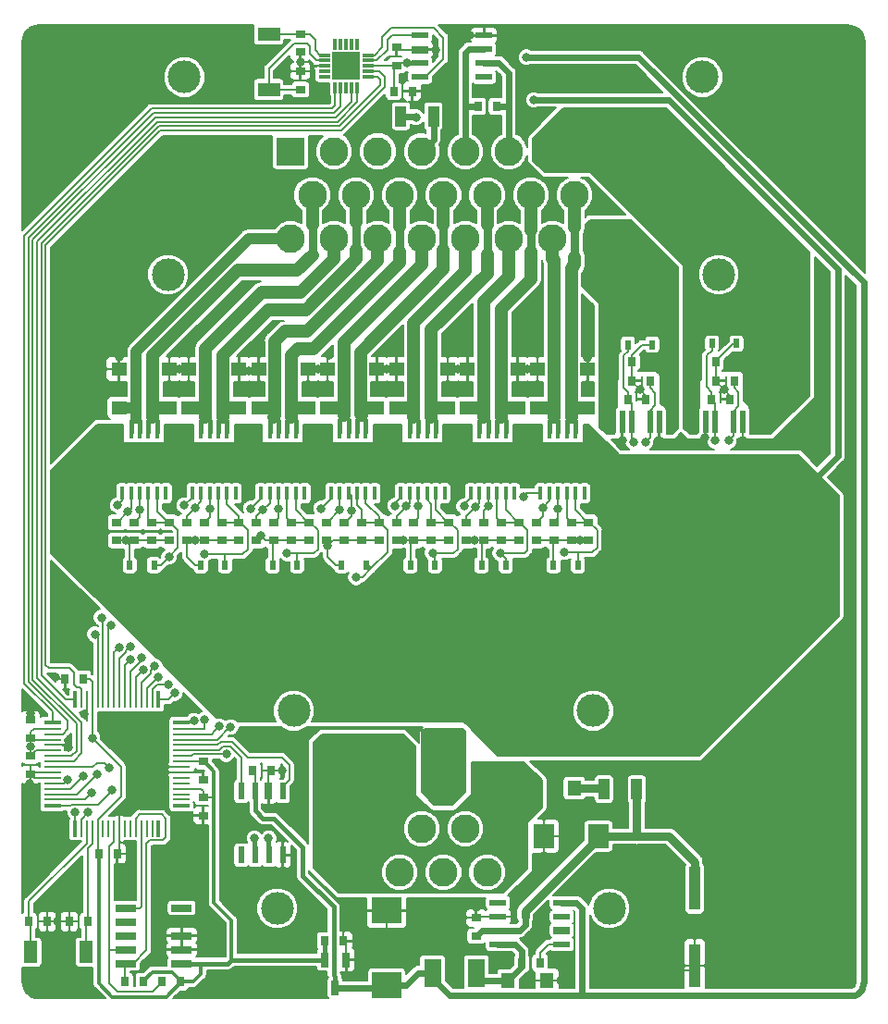
<source format=gtl>
G04 #@! TF.GenerationSoftware,KiCad,Pcbnew,(5.0.0-rc2-dev-130-g0bdae22af-dirty)*
G04 #@! TF.CreationDate,2018-10-04T20:04:41+03:00*
G04 #@! TF.ProjectId,ccu,6363752E6B696361645F706362000000,rev?*
G04 #@! TF.SameCoordinates,Original*
G04 #@! TF.FileFunction,Copper,L1,Top,Signal*
G04 #@! TF.FilePolarity,Positive*
%FSLAX46Y46*%
G04 Gerber Fmt 4.6, Leading zero omitted, Abs format (unit mm)*
G04 Created by KiCad (PCBNEW (5.0.0-rc2-dev-130-g0bdae22af-dirty)) date Thu Oct  4 20:04:41 2018*
%MOMM*%
%LPD*%
G01*
G04 APERTURE LIST*
%ADD10R,0.700000X1.350000*%
%ADD11R,0.939800X0.762000*%
%ADD12R,0.762000X0.939800*%
%ADD13R,1.399540X1.297940*%
%ADD14R,0.400000X1.200000*%
%ADD15R,3.600000X1.900000*%
%ADD16R,2.623820X2.623820*%
%ADD17C,2.623820*%
%ADD18C,2.999740*%
%ADD19R,1.297940X1.399540*%
%ADD20R,1.900000X2.179320*%
%ADD21R,3.300000X2.400000*%
%ADD22R,0.998220X1.899920*%
%ADD23R,1.905000X0.635000*%
%ADD24R,1.600000X2.600000*%
%ADD25R,0.398780X1.498600*%
%ADD26R,0.279400X1.498600*%
%ADD27R,1.498600X0.398780*%
%ADD28R,1.498600X0.279400*%
%ADD29R,1.524000X0.600000*%
%ADD30R,1.524000X0.635000*%
%ADD31R,1.300000X2.000000*%
%ADD32R,2.000000X1.300000*%
%ADD33R,0.998220X3.997960*%
%ADD34R,2.700000X2.400000*%
%ADD35R,0.600000X1.524000*%
%ADD36R,0.635000X1.524000*%
%ADD37R,0.300000X1.000000*%
%ADD38R,2.500000X2.500000*%
%ADD39R,1.000000X0.300000*%
%ADD40R,6.300000X6.100000*%
%ADD41R,0.600000X2.000000*%
%ADD42R,1.400000X1.900000*%
%ADD43R,6.100000X5.970000*%
%ADD44R,0.630000X0.830000*%
%ADD45C,0.800000*%
%ADD46C,0.200000*%
%ADD47C,0.300000*%
%ADD48C,0.400000*%
%ADD49C,0.600000*%
%ADD50C,0.800000*%
%ADD51C,1.200000*%
%ADD52C,1.000000*%
G04 APERTURE END LIST*
D10*
X159100000Y-135000000D03*
X157100000Y-135000000D03*
X158100000Y-137600000D03*
D11*
X171000000Y-132838200D03*
X171000000Y-131161800D03*
D12*
X175161800Y-135300000D03*
X176838200Y-135300000D03*
X158838200Y-133300000D03*
X157161800Y-133300000D03*
X152238200Y-117700000D03*
X150561800Y-117700000D03*
X165138200Y-55500000D03*
X163461800Y-55500000D03*
D11*
X142900000Y-94961800D03*
X142900000Y-96638200D03*
X149300000Y-96638200D03*
X149300000Y-94961800D03*
X155700000Y-94961800D03*
X155700000Y-96638200D03*
X162100000Y-96638200D03*
X162100000Y-94961800D03*
X168500000Y-94961800D03*
X168500000Y-96638200D03*
X174900000Y-96638200D03*
X174900000Y-94961800D03*
X181300000Y-96638200D03*
X181300000Y-94961800D03*
D13*
X142900000Y-84465300D03*
X142900000Y-80934700D03*
X138300000Y-80934700D03*
X138300000Y-84465300D03*
X149300000Y-80934700D03*
X149300000Y-84465300D03*
X144700000Y-80934700D03*
X144700000Y-84465300D03*
X155600000Y-84465300D03*
X155600000Y-80934700D03*
X151100000Y-80934700D03*
X151100000Y-84465300D03*
X161900000Y-84465300D03*
X161900000Y-80934700D03*
X157400000Y-80934700D03*
X157400000Y-84465300D03*
X168400000Y-80934700D03*
X168400000Y-84465300D03*
X163700000Y-80934700D03*
X163700000Y-84465300D03*
X174800000Y-84465300D03*
X174800000Y-80934700D03*
X170200000Y-84465300D03*
X170200000Y-80934700D03*
D12*
X140538200Y-137000000D03*
X138861800Y-137000000D03*
X142261800Y-137000000D03*
X143938200Y-137000000D03*
X194638200Y-82000000D03*
X192961800Y-82000000D03*
X192561800Y-83700000D03*
X194238200Y-83700000D03*
D11*
X139700000Y-94961800D03*
X139700000Y-96638200D03*
X138100000Y-94961800D03*
X138100000Y-96638200D03*
X141300000Y-94961800D03*
X141300000Y-96638200D03*
X146100000Y-94961800D03*
X146100000Y-96638200D03*
X144500000Y-94961800D03*
X144500000Y-96638200D03*
X147700000Y-94961800D03*
X147700000Y-96638200D03*
X152500000Y-94961800D03*
X152500000Y-96638200D03*
X158900000Y-96638200D03*
X158900000Y-94961800D03*
X157300000Y-94961800D03*
X157300000Y-96638200D03*
X160500000Y-94961800D03*
X160500000Y-96638200D03*
X165300000Y-96638200D03*
X165300000Y-94961800D03*
X163700000Y-94961800D03*
X163700000Y-96638200D03*
X166900000Y-94961800D03*
X166900000Y-96638200D03*
X171700000Y-96638200D03*
X171700000Y-94961800D03*
X170100000Y-94961800D03*
X170100000Y-96638200D03*
X173300000Y-94961800D03*
X173300000Y-96638200D03*
D14*
X138600000Y-92300000D03*
X139400000Y-92300000D03*
X140200000Y-92300000D03*
X141000000Y-92300000D03*
X141800000Y-92300000D03*
X142600000Y-92300000D03*
X142600000Y-86700000D03*
X141800000Y-86700000D03*
X141000000Y-86700000D03*
X140200000Y-86700000D03*
X139400000Y-86700000D03*
X138600000Y-86700000D03*
D15*
X140600000Y-89500000D03*
D14*
X145000000Y-92300000D03*
X145800000Y-92300000D03*
X146600000Y-92300000D03*
X147400000Y-92300000D03*
X148200000Y-92300000D03*
X149000000Y-92300000D03*
X149000000Y-86700000D03*
X148200000Y-86700000D03*
X147400000Y-86700000D03*
X146600000Y-86700000D03*
X145800000Y-86700000D03*
X145000000Y-86700000D03*
D15*
X147000000Y-89500000D03*
X159700000Y-89500000D03*
D14*
X157700000Y-86700000D03*
X158500000Y-86700000D03*
X159300000Y-86700000D03*
X160100000Y-86700000D03*
X160900000Y-86700000D03*
X161700000Y-86700000D03*
X161700000Y-92300000D03*
X160900000Y-92300000D03*
X160100000Y-92300000D03*
X159300000Y-92300000D03*
X158500000Y-92300000D03*
X157700000Y-92300000D03*
D15*
X166100000Y-89500000D03*
D14*
X164100000Y-86700000D03*
X164900000Y-86700000D03*
X165700000Y-86700000D03*
X166500000Y-86700000D03*
X167300000Y-86700000D03*
X168100000Y-86700000D03*
X168100000Y-92300000D03*
X167300000Y-92300000D03*
X166500000Y-92300000D03*
X165700000Y-92300000D03*
X164900000Y-92300000D03*
X164100000Y-92300000D03*
D15*
X172500000Y-89500000D03*
D14*
X170500000Y-86700000D03*
X171300000Y-86700000D03*
X172100000Y-86700000D03*
X172900000Y-86700000D03*
X173700000Y-86700000D03*
X174500000Y-86700000D03*
X174500000Y-92300000D03*
X173700000Y-92300000D03*
X172900000Y-92300000D03*
X172100000Y-92300000D03*
X171300000Y-92300000D03*
X170500000Y-92300000D03*
D16*
X164002040Y-119002040D03*
D17*
X168000000Y-119002040D03*
X171997960Y-119002040D03*
X166001020Y-123000000D03*
X169998980Y-123000000D03*
X164002040Y-126997960D03*
X168000000Y-126997960D03*
X171997960Y-126997960D03*
D18*
X154301780Y-112202460D03*
X181698220Y-112202460D03*
X183199360Y-130299960D03*
X152800640Y-130299960D03*
D16*
X154002060Y-61002040D03*
D17*
X158000020Y-61002040D03*
X162000520Y-61002040D03*
X166001020Y-61002040D03*
X169998980Y-61002040D03*
X173999480Y-61002040D03*
X177999980Y-61002040D03*
X181997940Y-61002040D03*
X156001040Y-65000000D03*
X160001540Y-65000000D03*
X164002040Y-65000000D03*
X168000000Y-65000000D03*
X171997960Y-65000000D03*
X175998460Y-65000000D03*
X179998960Y-65000000D03*
X154002060Y-68997960D03*
X158000020Y-68997960D03*
X162000520Y-68997960D03*
X166001020Y-68997960D03*
X169998980Y-68997960D03*
X173999480Y-68997960D03*
X177999980Y-68997960D03*
X181997940Y-68997960D03*
D18*
X144301800Y-54202460D03*
X191698200Y-54202460D03*
X142800660Y-72299960D03*
X193199340Y-72299960D03*
D12*
X133361800Y-109300000D03*
X135038200Y-109300000D03*
D11*
X130200000Y-114738200D03*
X130200000Y-113061800D03*
X146000000Y-118538200D03*
X146000000Y-116861800D03*
X130200000Y-116361800D03*
X130200000Y-118038200D03*
D12*
X138138200Y-125300000D03*
X136461800Y-125300000D03*
D11*
X146000000Y-120123600D03*
X146000000Y-121800000D03*
D12*
X131738200Y-131500000D03*
X130061800Y-131500000D03*
X135438200Y-131500000D03*
X133761800Y-131500000D03*
D11*
X154900000Y-55338200D03*
X154900000Y-53661800D03*
X154900000Y-51938200D03*
X154900000Y-50261800D03*
X163700000Y-53138200D03*
X163700000Y-51461800D03*
D19*
X179965300Y-119300000D03*
X176434700Y-119300000D03*
D20*
X177200000Y-123700000D03*
X182200000Y-123700000D03*
D19*
X177465300Y-136900000D03*
X173934700Y-136900000D03*
D21*
X168100000Y-115300000D03*
X168100000Y-108700000D03*
D22*
X167098600Y-57800000D03*
X164101400Y-57800000D03*
X182701400Y-119400000D03*
X185698600Y-119400000D03*
D23*
X144040000Y-135340000D03*
X138960000Y-135340000D03*
X144040000Y-134070000D03*
X138960000Y-134070000D03*
X144040000Y-132800000D03*
X138960000Y-132800000D03*
X138960000Y-131530000D03*
X144040000Y-130260000D03*
X138960000Y-130260000D03*
D24*
X171000000Y-136200000D03*
X167000000Y-136200000D03*
D11*
X150900000Y-96638200D03*
X150900000Y-94961800D03*
X154100000Y-96638200D03*
X154100000Y-94961800D03*
X178100000Y-94961800D03*
X178100000Y-96638200D03*
X176500000Y-96638200D03*
X176500000Y-94961800D03*
X179700000Y-94961800D03*
X179700000Y-96638200D03*
D25*
X141910000Y-111202120D03*
D26*
X141348660Y-111202120D03*
X140848280Y-111202120D03*
X140347900Y-111202120D03*
X139847520Y-111202120D03*
X139349680Y-111202120D03*
X138849300Y-111202120D03*
X138348920Y-111202120D03*
X137851080Y-111202120D03*
X137350700Y-111202120D03*
X136850320Y-111202120D03*
X136352480Y-111202120D03*
X135852100Y-111202120D03*
X135351720Y-111202120D03*
X134851340Y-111202120D03*
D25*
X134290000Y-111202120D03*
D27*
X132202120Y-113290000D03*
D28*
X132202120Y-113851340D03*
X132202120Y-114351720D03*
X132202120Y-114852100D03*
X132202120Y-115352480D03*
X132202120Y-115850320D03*
X132202120Y-116350700D03*
X132202120Y-116851080D03*
X132202120Y-117348920D03*
X132202120Y-117849300D03*
X132202120Y-118349680D03*
X132202120Y-118847520D03*
X132202120Y-119347900D03*
X132202120Y-119848280D03*
X132202120Y-120348660D03*
D27*
X132202120Y-120910000D03*
D25*
X134290000Y-122997880D03*
D26*
X134851340Y-122997880D03*
X135351720Y-122997880D03*
X135852100Y-122997880D03*
X136352480Y-122997880D03*
X136850320Y-122997880D03*
X137350700Y-122997880D03*
X137851080Y-122997880D03*
X138348920Y-122997880D03*
X138849300Y-122997880D03*
X139349680Y-122997880D03*
X139847520Y-122997880D03*
X140347900Y-122997880D03*
X140848280Y-122997880D03*
X141348660Y-122997880D03*
D25*
X141910000Y-122997880D03*
D27*
X143997880Y-120910000D03*
D28*
X143997880Y-120348660D03*
X143997880Y-119848280D03*
X143997880Y-119347900D03*
X143997880Y-118847520D03*
X143997880Y-118349680D03*
X143997880Y-117849300D03*
X143997880Y-117348920D03*
X143997880Y-116851080D03*
X143997880Y-116350700D03*
X143997880Y-115850320D03*
X143997880Y-115352480D03*
X143997880Y-114852100D03*
X143997880Y-114351720D03*
X143997880Y-113851340D03*
D27*
X143997880Y-113290000D03*
D29*
X165879000Y-50395000D03*
D30*
X165879000Y-51700000D03*
D29*
X165879000Y-52935000D03*
X165879000Y-54205000D03*
X171721000Y-54205000D03*
X171721000Y-52935000D03*
X171721000Y-51665000D03*
X171721000Y-50395000D03*
D14*
X151300000Y-92300000D03*
X152100000Y-92300000D03*
X152900000Y-92300000D03*
X153700000Y-92300000D03*
X154500000Y-92300000D03*
X155300000Y-92300000D03*
X155300000Y-86700000D03*
X154500000Y-86700000D03*
X153700000Y-86700000D03*
X152900000Y-86700000D03*
X152100000Y-86700000D03*
X151300000Y-86700000D03*
D15*
X153300000Y-89500000D03*
X178900000Y-89500000D03*
D14*
X176900000Y-86700000D03*
X177700000Y-86700000D03*
X178500000Y-86700000D03*
X179300000Y-86700000D03*
X180100000Y-86700000D03*
X180900000Y-86700000D03*
X180900000Y-92300000D03*
X180100000Y-92300000D03*
X179300000Y-92300000D03*
X178500000Y-92300000D03*
X177700000Y-92300000D03*
X176900000Y-92300000D03*
D29*
X172979000Y-133605000D03*
X172979000Y-132335000D03*
X172979000Y-131065000D03*
X172979000Y-129795000D03*
X178821000Y-129795000D03*
X178821000Y-131065000D03*
D30*
X178821000Y-132300000D03*
D29*
X178821000Y-133605000D03*
D31*
X130220000Y-134300000D03*
X135300000Y-134300000D03*
D32*
X152014666Y-50260000D03*
X152014666Y-55340000D03*
D33*
X191000000Y-128451620D03*
X191000000Y-135548380D03*
D34*
X162800000Y-137300000D03*
X162800000Y-130500000D03*
D13*
X181200000Y-80934700D03*
X181200000Y-84465300D03*
X176600000Y-84465300D03*
X176600000Y-80934700D03*
D35*
X153305000Y-125421000D03*
X152035000Y-125421000D03*
X150765000Y-125421000D03*
X149495000Y-125421000D03*
X149495000Y-119579000D03*
X150765000Y-119579000D03*
D36*
X152000000Y-119579000D03*
D35*
X153305000Y-119579000D03*
D37*
X158100000Y-51200000D03*
X158600000Y-51200000D03*
X159100000Y-51200000D03*
X159600000Y-51200000D03*
X160100000Y-51200000D03*
D38*
X159100000Y-53200000D03*
D39*
X157100000Y-52200000D03*
X157100000Y-52700000D03*
X157100000Y-53200000D03*
X157100000Y-53700000D03*
X157100000Y-54200000D03*
D37*
X158100000Y-55200000D03*
X158600000Y-55200000D03*
X159100000Y-55200000D03*
X159600000Y-55200000D03*
X160100000Y-55200000D03*
D39*
X161100000Y-54200000D03*
X161100000Y-53700000D03*
X161100000Y-53200000D03*
X161100000Y-52700000D03*
X161100000Y-52200000D03*
D40*
X193700000Y-92370000D03*
D41*
X191150000Y-85800000D03*
X192000000Y-85800000D03*
X192850000Y-85800000D03*
X194550000Y-85800000D03*
X195400000Y-85800000D03*
X196250000Y-85800000D03*
D12*
X185261800Y-82000000D03*
X186938200Y-82000000D03*
X186538200Y-83700000D03*
X184861800Y-83700000D03*
D40*
X186060000Y-92370000D03*
D41*
X183510000Y-85800000D03*
X184360000Y-85800000D03*
X185210000Y-85800000D03*
X186910000Y-85800000D03*
X187760000Y-85800000D03*
X188610000Y-85800000D03*
D42*
X158510000Y-115885000D03*
X163090000Y-115885000D03*
D43*
X160800000Y-109800000D03*
D12*
X172838200Y-56900000D03*
X171161800Y-56900000D03*
D44*
X192585000Y-78600000D03*
X194815000Y-78600000D03*
X141515000Y-98900000D03*
X139285000Y-98900000D03*
X145785000Y-98900000D03*
X148015000Y-98900000D03*
X154615000Y-98900000D03*
X152385000Y-98900000D03*
X158685000Y-98900000D03*
X160915000Y-98900000D03*
X167215000Y-98900000D03*
X164985000Y-98900000D03*
X187115000Y-78700000D03*
X184885000Y-78700000D03*
X171485000Y-98900000D03*
X173715000Y-98900000D03*
X180315000Y-98900000D03*
X178085000Y-98900000D03*
D12*
X192961800Y-80300000D03*
X194638200Y-80300000D03*
X186938200Y-80300000D03*
X185261800Y-80300000D03*
D45*
X154800000Y-119650000D03*
X142550000Y-124850000D03*
X144450000Y-122250000D03*
X148200000Y-119250000D03*
X157550000Y-79650000D03*
X132600000Y-88500000D03*
X164050000Y-62650000D03*
X174050000Y-63300000D03*
X182900000Y-66350000D03*
X175350000Y-54650000D03*
X175300000Y-58700000D03*
X161650000Y-57500000D03*
X148050000Y-56050000D03*
X149950000Y-50200000D03*
X130600000Y-50550000D03*
X140300000Y-56050000D03*
X130150000Y-66500000D03*
X132800000Y-69900000D03*
X145700000Y-71200000D03*
X142750000Y-60400000D03*
X153550000Y-66400000D03*
X149650000Y-73550000D03*
X151100000Y-78450000D03*
X181400000Y-75200000D03*
X163900000Y-78100000D03*
X169900000Y-76450000D03*
X176700000Y-74400000D03*
X132650000Y-100100000D03*
X135050000Y-107200000D03*
X142450000Y-113450000D03*
X137400000Y-113200000D03*
X139250000Y-128850000D03*
X130050000Y-127950000D03*
X134350000Y-126900000D03*
X135150000Y-138050000D03*
X145450000Y-137900000D03*
X155500000Y-133650000D03*
X155550000Y-136100000D03*
X169050000Y-137100000D03*
X177050000Y-130900000D03*
X182050000Y-137100000D03*
X183800000Y-125250000D03*
X195100000Y-114250000D03*
X177100000Y-117500000D03*
X191300000Y-124600000D03*
X192800000Y-137150000D03*
X205150000Y-136900000D03*
X205000000Y-121500000D03*
X205250000Y-103950000D03*
X204300000Y-90900000D03*
X202200000Y-88800000D03*
X205200000Y-73700000D03*
X202450000Y-72000000D03*
X197800000Y-62350000D03*
X186100000Y-54800000D03*
X179400000Y-50100000D03*
X206000000Y-69700000D03*
X205550000Y-59100000D03*
X194450000Y-50300000D03*
X205350000Y-50700000D03*
X164362120Y-96599330D03*
X191894984Y-87200989D03*
X170854482Y-96592682D03*
X175299007Y-92601979D03*
X142012607Y-117925214D03*
X138475585Y-121447490D03*
X169905351Y-93487533D03*
X163602014Y-93454736D03*
X157400990Y-97100990D03*
X151300990Y-96199830D03*
X171000000Y-130200000D03*
X178700000Y-136900000D03*
X133700000Y-115551110D03*
X135153090Y-112528084D03*
X153300000Y-126800000D03*
X153200000Y-117700000D03*
X132700000Y-131500000D03*
X147000000Y-133400000D03*
X158900000Y-132100000D03*
X165500000Y-130500000D03*
X189300000Y-135900000D03*
X177200000Y-125500000D03*
X154900000Y-52800000D03*
X166300000Y-55500000D03*
X170400000Y-50400000D03*
X167300000Y-51700000D03*
X138300000Y-79800000D03*
X143800000Y-80934700D03*
X150200000Y-81100000D03*
X156500000Y-80934700D03*
X162800000Y-80934700D03*
X169300000Y-80934700D03*
X175700000Y-80934700D03*
X181200000Y-79900000D03*
X186000000Y-82827100D03*
X193700000Y-82827100D03*
X195400000Y-87500000D03*
X187700000Y-87500000D03*
X184400000Y-87500000D03*
X145300000Y-96638200D03*
X156800000Y-93700000D03*
X150400000Y-93700000D03*
X144300000Y-93400000D03*
X138200000Y-93400000D03*
X138900000Y-96638200D03*
X180500000Y-96638200D03*
X132500000Y-109100000D03*
X130200000Y-112400000D03*
X130100000Y-118900000D03*
X135852100Y-114700000D03*
X130200000Y-115500000D03*
X175600000Y-52400000D03*
X164700000Y-52935000D03*
X176300000Y-56300000D03*
X165500000Y-57900000D03*
X142900000Y-98114500D03*
X136100000Y-105200000D03*
X146100000Y-97885972D03*
X138339017Y-106400956D03*
X153700000Y-97800000D03*
X141566176Y-108158413D03*
X160000000Y-100000000D03*
X143400000Y-110603957D03*
X167000000Y-97800000D03*
X137400000Y-117400000D03*
X173200000Y-97800000D03*
X133600000Y-118500000D03*
X179100000Y-97700000D03*
X135800000Y-119700000D03*
X137700000Y-119500000D03*
X185400000Y-87600000D03*
X152000000Y-123900000D03*
X150700000Y-123900000D03*
X135500000Y-121500000D03*
X194100000Y-87500000D03*
X134300000Y-121500000D03*
X192900000Y-87500000D03*
X137600000Y-104400000D03*
X140200000Y-93800000D03*
X139087327Y-93999062D03*
X136700000Y-103700000D03*
X146600000Y-93700000D03*
X139376748Y-107494059D03*
X139339311Y-106339311D03*
X145280800Y-93600000D03*
X148142669Y-116166092D03*
X186500000Y-87600000D03*
X140528162Y-108450010D03*
X152900000Y-93700000D03*
X140363523Y-107338174D03*
X151500000Y-93780800D03*
X159569900Y-93900000D03*
X142800000Y-109800000D03*
X141900000Y-109100000D03*
X158500000Y-93850700D03*
X165700000Y-93500000D03*
X136300000Y-118000000D03*
X164600000Y-93500000D03*
X135000000Y-118200000D03*
X146149583Y-113041731D03*
X172100000Y-93500000D03*
X145156719Y-113152330D03*
X170900000Y-93580800D03*
X178500000Y-93700000D03*
X148526913Y-113701334D03*
X177100000Y-93600000D03*
X147487460Y-113660894D03*
D46*
X178085000Y-98900000D02*
X178085000Y-96653200D01*
X178085000Y-96653200D02*
X178100000Y-96638200D01*
X171485000Y-98900000D02*
X171485000Y-96853200D01*
X171485000Y-96853200D02*
X171700000Y-96638200D01*
X164985000Y-98900000D02*
X164985000Y-96953200D01*
X164985000Y-96953200D02*
X165300000Y-96638200D01*
X158685000Y-98900000D02*
X158170000Y-98900000D01*
X157400990Y-98130990D02*
X157400990Y-97666675D01*
X158170000Y-98900000D02*
X157400990Y-98130990D01*
X157400990Y-97666675D02*
X157400990Y-97100990D01*
X152385000Y-98900000D02*
X152385000Y-96753200D01*
X152385000Y-96753200D02*
X152500000Y-96638200D01*
X145785000Y-98900000D02*
X145270000Y-98900000D01*
X144500000Y-98130000D02*
X144500000Y-97219200D01*
X145270000Y-98900000D02*
X144500000Y-98130000D01*
X144500000Y-97219200D02*
X144500000Y-96638200D01*
X139285000Y-98900000D02*
X139285000Y-97023200D01*
X139285000Y-97023200D02*
X138900000Y-96638200D01*
X192961800Y-80300000D02*
X192961800Y-80211100D01*
X192961800Y-80211100D02*
X194572900Y-78600000D01*
X194572900Y-78600000D02*
X194815000Y-78600000D01*
X192961800Y-82000000D02*
X192961800Y-80300000D01*
X185261800Y-80300000D02*
X185261800Y-79630100D01*
X186191900Y-78700000D02*
X186600000Y-78700000D01*
X185261800Y-79630100D02*
X186191900Y-78700000D01*
X186600000Y-78700000D02*
X187115000Y-78700000D01*
X185261800Y-82000000D02*
X185261800Y-80300000D01*
X144900000Y-121800000D02*
X144450000Y-122250000D01*
X146000000Y-121800000D02*
X144900000Y-121800000D01*
X163700000Y-96638200D02*
X163738870Y-96599330D01*
X163796435Y-96599330D02*
X164362120Y-96599330D01*
X165300000Y-96638200D02*
X164400990Y-96638200D01*
X163738870Y-96599330D02*
X163796435Y-96599330D01*
X164400990Y-96638200D02*
X164362120Y-96599330D01*
X192000000Y-85800000D02*
X192000000Y-87095973D01*
X192000000Y-87095973D02*
X191894984Y-87200989D01*
X170900000Y-96638200D02*
X170854482Y-96592682D01*
X176900000Y-92300000D02*
X175600986Y-92300000D01*
X171700000Y-96638200D02*
X170900000Y-96638200D01*
X170808964Y-96638200D02*
X170854482Y-96592682D01*
X175600986Y-92300000D02*
X175299007Y-92601979D01*
X170100000Y-96638200D02*
X170808964Y-96638200D01*
X142412606Y-117525215D02*
X142012607Y-117925214D01*
X143997880Y-117348920D02*
X142588901Y-117348920D01*
X142088521Y-117849300D02*
X142012607Y-117925214D01*
X142588901Y-117348920D02*
X142412606Y-117525215D01*
X143997880Y-117849300D02*
X142088521Y-117849300D01*
X138348920Y-122997880D02*
X138348920Y-121574155D01*
X138348920Y-121574155D02*
X138475585Y-121447490D01*
X170500000Y-92300000D02*
X170500000Y-92700000D01*
X170500000Y-92700000D02*
X169905351Y-93294649D01*
X169905351Y-93294649D02*
X169905351Y-93487533D01*
X163602014Y-93197986D02*
X163602014Y-93454736D01*
X164100000Y-92300000D02*
X164100000Y-92700000D01*
X164100000Y-92700000D02*
X163602014Y-93197986D01*
X157253125Y-96953125D02*
X157400990Y-97100990D01*
X158900000Y-96638200D02*
X157863780Y-96638200D01*
X157253125Y-96685075D02*
X157253125Y-96953125D01*
X157800989Y-96700991D02*
X157400990Y-97100990D01*
X157300000Y-96638200D02*
X157253125Y-96685075D01*
X157863780Y-96638200D02*
X157800989Y-96700991D01*
X150900000Y-96638200D02*
X150900000Y-96600820D01*
X152500000Y-96638200D02*
X151739360Y-96638200D01*
X151739360Y-96638200D02*
X151300990Y-96199830D01*
X150900991Y-96599829D02*
X151300990Y-96199830D01*
X150900000Y-96600820D02*
X150900991Y-96599829D01*
X171000000Y-131161800D02*
X171000000Y-130200000D01*
X172979000Y-131065000D02*
X171096800Y-131065000D01*
X171096800Y-131065000D02*
X171000000Y-131161800D01*
X177465300Y-136900000D02*
X178700000Y-136900000D01*
X132202120Y-115352480D02*
X133501370Y-115352480D01*
X133501370Y-115352480D02*
X133700000Y-115551110D01*
X135351720Y-111202120D02*
X135351720Y-112329454D01*
X135351720Y-112329454D02*
X135153090Y-112528084D01*
X153305000Y-125421000D02*
X153305000Y-126795000D01*
X153305000Y-126795000D02*
X153300000Y-126800000D01*
X152238200Y-117700000D02*
X153200000Y-117700000D01*
X152000000Y-119579000D02*
X152000000Y-117938200D01*
X152000000Y-117938200D02*
X152238200Y-117700000D01*
X143997880Y-117849300D02*
X145892100Y-117849300D01*
X145892100Y-117849300D02*
X146000000Y-117957200D01*
X146000000Y-117957200D02*
X146000000Y-118538200D01*
X138348920Y-122997880D02*
X138348920Y-125089280D01*
X138348920Y-125089280D02*
X138138200Y-125300000D01*
X133180800Y-131500000D02*
X132700000Y-131500000D01*
X131738200Y-131500000D02*
X132700000Y-131500000D01*
X133761800Y-131500000D02*
X133180800Y-131500000D01*
X147000000Y-133400000D02*
X146400000Y-132800000D01*
X146400000Y-132800000D02*
X144040000Y-132800000D01*
X144040000Y-134070000D02*
X146330000Y-134070000D01*
X146330000Y-134070000D02*
X147000000Y-133400000D01*
X158838200Y-133300000D02*
X158838200Y-132161800D01*
X158838200Y-132161800D02*
X158900000Y-132100000D01*
X159100000Y-135000000D02*
X159100000Y-133561800D01*
X159100000Y-133561800D02*
X158838200Y-133300000D01*
X162800000Y-130500000D02*
X164350000Y-130500000D01*
X164350000Y-130500000D02*
X165500000Y-130500000D01*
X191000000Y-135948380D02*
X189348380Y-135948380D01*
X189348380Y-135948380D02*
X189300000Y-135900000D01*
X177200000Y-123700000D02*
X177200000Y-125500000D01*
X156100000Y-53200000D02*
X155700000Y-52800000D01*
X155700000Y-52800000D02*
X154900000Y-52800000D01*
X157100000Y-53200000D02*
X156100000Y-53200000D01*
X154900000Y-52800000D02*
X154900000Y-51938200D01*
X154900000Y-53661800D02*
X154900000Y-52800000D01*
X154938200Y-51900000D02*
X154900000Y-51938200D01*
X165138200Y-55500000D02*
X166300000Y-55500000D01*
X171721000Y-50395000D02*
X170405000Y-50395000D01*
X170405000Y-50395000D02*
X170400000Y-50400000D01*
X165879000Y-51700000D02*
X167300000Y-51700000D01*
X165879000Y-51700000D02*
X163938200Y-51700000D01*
X163938200Y-51700000D02*
X163700000Y-51461800D01*
X138300000Y-80934700D02*
X138300000Y-79800000D01*
X144700000Y-80934700D02*
X143800000Y-80934700D01*
X142900000Y-80934700D02*
X143800000Y-80934700D01*
X149300000Y-80934700D02*
X150034700Y-80934700D01*
X150034700Y-80934700D02*
X150200000Y-81100000D01*
X151100000Y-80934700D02*
X149300000Y-80934700D01*
X157400000Y-80934700D02*
X156500000Y-80934700D01*
X155600000Y-80934700D02*
X156500000Y-80934700D01*
X161900000Y-80934700D02*
X162800000Y-80934700D01*
X163700000Y-80934700D02*
X162800000Y-80934700D01*
X170200000Y-80934700D02*
X169300000Y-80934700D01*
X168400000Y-80934700D02*
X169300000Y-80934700D01*
X176600000Y-80934700D02*
X175700000Y-80934700D01*
X174800000Y-80934700D02*
X175700000Y-80934700D01*
X181200000Y-80934700D02*
X181200000Y-79900000D01*
X185261800Y-82088900D02*
X186000000Y-82827100D01*
X186538200Y-83365300D02*
X186000000Y-82827100D01*
X186538200Y-83700000D02*
X186538200Y-83365300D01*
X185261800Y-82000000D02*
X185261800Y-82088900D01*
X194238200Y-83365300D02*
X193700000Y-82827100D01*
X192961800Y-82088900D02*
X193700000Y-82827100D01*
X192961800Y-82000000D02*
X192961800Y-82088900D01*
X194238200Y-83700000D02*
X194238200Y-83365300D01*
X195400000Y-85800000D02*
X195400000Y-87500000D01*
X187760000Y-85800000D02*
X187760000Y-87440000D01*
X187760000Y-87440000D02*
X187700000Y-87500000D01*
X184360000Y-85800000D02*
X184360000Y-87460000D01*
X184360000Y-87460000D02*
X184400000Y-87500000D01*
X145300000Y-96638200D02*
X146100000Y-96638200D01*
X144500000Y-96638200D02*
X145300000Y-96638200D01*
X157700000Y-92300000D02*
X157700000Y-92800000D01*
X157700000Y-92800000D02*
X156800000Y-93700000D01*
X151300000Y-92300000D02*
X151300000Y-92800000D01*
X151300000Y-92800000D02*
X150400000Y-93700000D01*
X145000000Y-92300000D02*
X145000000Y-92700000D01*
X145000000Y-92700000D02*
X144300000Y-93400000D01*
X138600000Y-92300000D02*
X138600000Y-93000000D01*
X138600000Y-93000000D02*
X138200000Y-93400000D01*
X138900000Y-96638200D02*
X139700000Y-96638200D01*
X138100000Y-96638200D02*
X138900000Y-96638200D01*
X179700000Y-96638200D02*
X180500000Y-96638200D01*
X181300000Y-96638200D02*
X180500000Y-96638200D01*
X178100000Y-96638200D02*
X179700000Y-96638200D01*
X176500000Y-96638200D02*
X178100000Y-96638200D01*
X173300000Y-96638200D02*
X174900000Y-96638200D01*
X171700000Y-96638200D02*
X173300000Y-96638200D01*
X166900000Y-96638200D02*
X168500000Y-96638200D01*
X165300000Y-96638200D02*
X166900000Y-96638200D01*
X160500000Y-96638200D02*
X162100000Y-96638200D01*
X158900000Y-96638200D02*
X160500000Y-96638200D01*
X154100000Y-96638200D02*
X155700000Y-96638200D01*
X152500000Y-96638200D02*
X154100000Y-96638200D01*
X147700000Y-96638200D02*
X149300000Y-96638200D01*
X146100000Y-96638200D02*
X147700000Y-96638200D01*
X141300000Y-96638200D02*
X142900000Y-96638200D01*
X139700000Y-96638200D02*
X141300000Y-96638200D01*
X133361800Y-109300000D02*
X132700000Y-109300000D01*
X132700000Y-109300000D02*
X132500000Y-109100000D01*
X130200000Y-113061800D02*
X130200000Y-112400000D01*
X130200000Y-118038200D02*
X130200000Y-118800000D01*
X130200000Y-118800000D02*
X130100000Y-118900000D01*
X132202120Y-117849300D02*
X130388900Y-117849300D01*
X130388900Y-117849300D02*
X130200000Y-118038200D01*
X132202120Y-118349680D02*
X130511480Y-118349680D01*
X130511480Y-118349680D02*
X130200000Y-118038200D01*
D47*
X147000000Y-117772900D02*
X146088900Y-116861800D01*
X147000000Y-120123600D02*
X147000000Y-117772900D01*
X146088900Y-116861800D02*
X146000000Y-116861800D01*
D46*
X138499002Y-120035522D02*
X138499002Y-117346902D01*
X138499002Y-117346902D02*
X136252099Y-115099999D01*
X136352480Y-122997880D02*
X136352480Y-122182044D01*
X136252099Y-115099999D02*
X135852100Y-114700000D01*
X136352480Y-122182044D02*
X138499002Y-120035522D01*
X135852100Y-114700000D02*
X135852100Y-111202120D01*
X130200000Y-114738200D02*
X130200000Y-115500000D01*
X130200000Y-116361800D02*
X130200000Y-115500000D01*
D47*
X147000000Y-129800000D02*
X148600000Y-131400000D01*
X148600000Y-131400000D02*
X148600000Y-135000000D01*
X147000000Y-120123600D02*
X147000000Y-129800000D01*
D46*
X147000000Y-120123600D02*
X146000000Y-120123600D01*
D47*
X142627100Y-138400000D02*
X137700000Y-138400000D01*
X143938200Y-137088900D02*
X142627100Y-138400000D01*
X137700000Y-138400000D02*
X136461800Y-137161800D01*
X143938200Y-137000000D02*
X143938200Y-137088900D01*
X136461800Y-137161800D02*
X136461800Y-125300000D01*
D46*
X135852100Y-111202120D02*
X135852100Y-109532900D01*
X135852100Y-109532900D02*
X135619200Y-109300000D01*
X135619200Y-109300000D02*
X135038200Y-109300000D01*
D47*
X145800000Y-136300000D02*
X145800000Y-135340000D01*
X143938200Y-137000000D02*
X145100000Y-137000000D01*
X145100000Y-137000000D02*
X145800000Y-136300000D01*
X143127100Y-136100000D02*
X141349300Y-136100000D01*
X141349300Y-136100000D02*
X140538200Y-136911100D01*
X140538200Y-136911100D02*
X140538200Y-137000000D01*
X143938200Y-137000000D02*
X143938200Y-136911100D01*
X143938200Y-136911100D02*
X143127100Y-136100000D01*
D48*
X145800000Y-135340000D02*
X144040000Y-135340000D01*
X148260000Y-135340000D02*
X145800000Y-135340000D01*
X157100000Y-135000000D02*
X148600000Y-135000000D01*
X148600000Y-135000000D02*
X148260000Y-135340000D01*
X157161800Y-133300000D02*
X157161800Y-134938200D01*
X157161800Y-134938200D02*
X157100000Y-135000000D01*
D46*
X143997880Y-119347900D02*
X145805300Y-119347900D01*
X145805300Y-119347900D02*
X146000000Y-119542600D01*
X146000000Y-119542600D02*
X146000000Y-120123600D01*
X143997880Y-116851080D02*
X145989280Y-116851080D01*
X145989280Y-116851080D02*
X146000000Y-116861800D01*
X132202120Y-113851340D02*
X130505860Y-113851340D01*
X130505860Y-113851340D02*
X130200000Y-114157200D01*
X130200000Y-114157200D02*
X130200000Y-114738200D01*
X132202120Y-114852100D02*
X130313900Y-114852100D01*
X130313900Y-114852100D02*
X130200000Y-114738200D01*
X132202120Y-115850320D02*
X130711480Y-115850320D01*
X130711480Y-115850320D02*
X130200000Y-116361800D01*
X136352480Y-122997880D02*
X136352480Y-125190680D01*
X136352480Y-125190680D02*
X136461800Y-125300000D01*
D49*
X206204247Y-137804649D02*
X206338087Y-137554250D01*
X205804647Y-138204249D02*
X206204247Y-137804649D01*
X205625507Y-138300000D02*
X205804647Y-138204249D01*
X180600000Y-138300000D02*
X205625507Y-138300000D01*
X206338087Y-137554250D02*
X206420503Y-137282557D01*
X206420503Y-137282557D02*
X206450990Y-136973028D01*
X206450990Y-136973028D02*
X206450990Y-73021018D01*
X206450990Y-73021018D02*
X185829972Y-52400000D01*
X176165685Y-52400000D02*
X175600000Y-52400000D01*
X185829972Y-52400000D02*
X176165685Y-52400000D01*
X168600000Y-138300000D02*
X180600000Y-138300000D01*
X180700000Y-130312000D02*
X180700000Y-138200000D01*
X180700000Y-138200000D02*
X180600000Y-138300000D01*
X178821000Y-129795000D02*
X180183000Y-129795000D01*
X180183000Y-129795000D02*
X180700000Y-130312000D01*
X167000000Y-136200000D02*
X167000000Y-136700000D01*
X167000000Y-136700000D02*
X168600000Y-138300000D01*
D46*
X164700000Y-52935000D02*
X163903200Y-52935000D01*
D48*
X165879000Y-52935000D02*
X164700000Y-52935000D01*
X157941801Y-130141801D02*
X155100000Y-127300000D01*
X157941801Y-136366801D02*
X157941801Y-130141801D01*
X158100000Y-136525000D02*
X157941801Y-136366801D01*
X158100000Y-137600000D02*
X158100000Y-136525000D01*
X155100000Y-127300000D02*
X155100000Y-124700000D01*
X155100000Y-124700000D02*
X152500000Y-122100000D01*
X150765000Y-121365000D02*
X150765000Y-119579000D01*
X152500000Y-122100000D02*
X151500000Y-122100000D01*
X151500000Y-122100000D02*
X150765000Y-121365000D01*
D49*
X158100000Y-137600000D02*
X162500000Y-137600000D01*
X162500000Y-137600000D02*
X162800000Y-137300000D01*
X162800000Y-137300000D02*
X164600000Y-137300000D01*
X164600000Y-137300000D02*
X165700000Y-136200000D01*
X165700000Y-136200000D02*
X167000000Y-136200000D01*
D46*
X150765000Y-119579000D02*
X150765000Y-117903200D01*
X150765000Y-117903200D02*
X150561800Y-117700000D01*
X161100000Y-53200000D02*
X163638200Y-53200000D01*
X163638200Y-53200000D02*
X163700000Y-53138200D01*
X163903200Y-52935000D02*
X163700000Y-53138200D01*
X163461800Y-55500000D02*
X163461800Y-53376400D01*
X163461800Y-53376400D02*
X163700000Y-53138200D01*
D49*
X204100000Y-88900000D02*
X200630000Y-92370000D01*
X200630000Y-92370000D02*
X193700000Y-92370000D01*
X204100000Y-71800000D02*
X204100000Y-88900000D01*
X188600000Y-56300000D02*
X204100000Y-71800000D01*
X176300000Y-56300000D02*
X188600000Y-56300000D01*
X164101400Y-57800000D02*
X165400000Y-57800000D01*
X165400000Y-57800000D02*
X165500000Y-57900000D01*
D46*
X140347900Y-130152100D02*
X140240000Y-130260000D01*
X140240000Y-130260000D02*
X138960000Y-130260000D01*
X140347900Y-122997880D02*
X140347900Y-130152100D01*
X144950806Y-115782788D02*
X147482687Y-115782788D01*
X144883274Y-115850320D02*
X144950806Y-115782788D01*
X147482687Y-115782788D02*
X147819009Y-115446466D01*
X147819009Y-115446466D02*
X148471520Y-115446466D01*
X143997880Y-115850320D02*
X144883274Y-115850320D01*
X148471520Y-115446466D02*
X149495000Y-116469946D01*
X149495000Y-116469946D02*
X149495000Y-118617000D01*
X149495000Y-118617000D02*
X149495000Y-119579000D01*
X153900000Y-118522000D02*
X153900000Y-117200000D01*
X153305000Y-119117000D02*
X153900000Y-118522000D01*
X150100000Y-116500000D02*
X148647455Y-115047455D01*
X147653735Y-115047455D02*
X147348709Y-115352480D01*
X153900000Y-117200000D02*
X153200000Y-116500000D01*
X153305000Y-119579000D02*
X153305000Y-119117000D01*
X153200000Y-116500000D02*
X150100000Y-116500000D01*
X148647455Y-115047455D02*
X147653735Y-115047455D01*
X144947180Y-115352480D02*
X143997880Y-115352480D01*
X147348709Y-115352480D02*
X144947180Y-115352480D01*
X142900000Y-98114500D02*
X142114500Y-98900000D01*
X142114500Y-98900000D02*
X141515000Y-98900000D01*
X143700000Y-97314500D02*
X142900000Y-98114500D01*
X136352480Y-111202120D02*
X136352480Y-105452480D01*
X136352480Y-105452480D02*
X136100000Y-105200000D01*
X143700000Y-95672900D02*
X143700000Y-97314500D01*
X142900000Y-94961800D02*
X142988900Y-94961800D01*
X142988900Y-94961800D02*
X143700000Y-95672900D01*
X141300000Y-94961800D02*
X142900000Y-94961800D01*
X141000000Y-92300000D02*
X141000000Y-94661800D01*
X141000000Y-94661800D02*
X141300000Y-94961800D01*
X141800000Y-92300000D02*
X141800000Y-93950700D01*
X141800000Y-93950700D02*
X142811100Y-94961800D01*
X142811100Y-94961800D02*
X142900000Y-94961800D01*
X148000000Y-97885972D02*
X146665685Y-97885972D01*
X149628528Y-97885972D02*
X148000000Y-97885972D01*
X148000000Y-98785000D02*
X148000000Y-97885972D01*
X148015000Y-98900000D02*
X148015000Y-98800000D01*
X148015000Y-98800000D02*
X148000000Y-98785000D01*
X146665685Y-97885972D02*
X146100000Y-97885972D01*
X150100000Y-95672900D02*
X150100000Y-97414500D01*
X149388900Y-94961800D02*
X150100000Y-95672900D01*
X149300000Y-94961800D02*
X149388900Y-94961800D01*
X150100000Y-97414500D02*
X149628528Y-97885972D01*
X137939018Y-106800955D02*
X138339017Y-106400956D01*
X137851080Y-111202120D02*
X137851080Y-106888893D01*
X137851080Y-106888893D02*
X137939018Y-106800955D01*
X149300000Y-94961800D02*
X147700000Y-94961800D01*
X149300000Y-94961800D02*
X149300000Y-94380800D01*
X149300000Y-94380800D02*
X148200000Y-93280800D01*
X148200000Y-93280800D02*
X148200000Y-93100000D01*
X148200000Y-93100000D02*
X148200000Y-92300000D01*
X147400000Y-92300000D02*
X147400000Y-94661800D01*
X147400000Y-94661800D02*
X147700000Y-94961800D01*
X154600000Y-97800000D02*
X154265685Y-97800000D01*
X156114500Y-97800000D02*
X154600000Y-97800000D01*
X154615000Y-98900000D02*
X154615000Y-98285000D01*
X154600000Y-98270000D02*
X154600000Y-97800000D01*
X154615000Y-98285000D02*
X154600000Y-98270000D01*
X154265685Y-97800000D02*
X153700000Y-97800000D01*
X155700000Y-94961800D02*
X155788900Y-94961800D01*
X156500000Y-95672900D02*
X156500000Y-97414500D01*
X155788900Y-94961800D02*
X156500000Y-95672900D01*
X156500000Y-97414500D02*
X156114500Y-97800000D01*
X140347900Y-111202120D02*
X140347900Y-109645085D01*
X140347900Y-109645085D02*
X141225443Y-108767542D01*
X141225443Y-108767542D02*
X141225443Y-108499146D01*
X141225443Y-108499146D02*
X141566176Y-108158413D01*
X155700000Y-94961800D02*
X154100000Y-94961800D01*
X154500000Y-92300000D02*
X154500000Y-93850700D01*
X155611100Y-94961800D02*
X155700000Y-94961800D01*
X154500000Y-93850700D02*
X155611100Y-94961800D01*
X153700000Y-92300000D02*
X153700000Y-94561800D01*
X153700000Y-94561800D02*
X154100000Y-94961800D01*
X162900000Y-97665685D02*
X161400000Y-99165685D01*
X160915000Y-98900000D02*
X161134315Y-98900000D01*
X161134315Y-98900000D02*
X161400000Y-99165685D01*
X161400000Y-99165685D02*
X160565685Y-100000000D01*
X160565685Y-100000000D02*
X160000000Y-100000000D01*
X162900000Y-95672900D02*
X162900000Y-97665685D01*
X162100000Y-94961800D02*
X162188900Y-94961800D01*
X162188900Y-94961800D02*
X162900000Y-95672900D01*
X142801837Y-111202120D02*
X143000001Y-111003956D01*
X143000001Y-111003956D02*
X143400000Y-110603957D01*
X141910000Y-111202120D02*
X142801837Y-111202120D01*
X160500000Y-94380800D02*
X160500000Y-94961800D01*
X160100000Y-92300000D02*
X160100000Y-93395578D01*
X160100000Y-93395578D02*
X160500000Y-93795578D01*
X160500000Y-93795578D02*
X160500000Y-94380800D01*
X162100000Y-94961800D02*
X160500000Y-94961800D01*
X162100000Y-94961800D02*
X162100000Y-94380800D01*
X160900000Y-93180800D02*
X160900000Y-93100000D01*
X162100000Y-94380800D02*
X160900000Y-93180800D01*
X160900000Y-93100000D02*
X160900000Y-92300000D01*
X167215000Y-98900000D02*
X167215000Y-98015000D01*
X167215000Y-98015000D02*
X167000000Y-97800000D01*
X169300000Y-95672900D02*
X169300000Y-97414500D01*
X168500000Y-94961800D02*
X168588900Y-94961800D01*
X168914500Y-97800000D02*
X167565685Y-97800000D01*
X169300000Y-97414500D02*
X168914500Y-97800000D01*
X167565685Y-97800000D02*
X167000000Y-97800000D01*
X168588900Y-94961800D02*
X169300000Y-95672900D01*
X132202120Y-117348920D02*
X135916556Y-117348920D01*
X135916556Y-117348920D02*
X136265475Y-117000001D01*
X136265475Y-117000001D02*
X137000001Y-117000001D01*
X137000001Y-117000001D02*
X137400000Y-117400000D01*
X166500000Y-92300000D02*
X166500000Y-92904080D01*
X166500000Y-92904080D02*
X166900000Y-93304080D01*
X166900000Y-94380800D02*
X166900000Y-94961800D01*
X166900000Y-93304080D02*
X166900000Y-94380800D01*
X168500000Y-94961800D02*
X166900000Y-94961800D01*
X167300000Y-92300000D02*
X167300000Y-93850700D01*
X167300000Y-93850700D02*
X168411100Y-94961800D01*
X168411100Y-94961800D02*
X168500000Y-94961800D01*
X173715000Y-98900000D02*
X173715000Y-98315000D01*
X173715000Y-98315000D02*
X173200000Y-97800000D01*
X174988900Y-94961800D02*
X175700000Y-95672900D01*
X175414500Y-97800000D02*
X173765685Y-97800000D01*
X175700000Y-95672900D02*
X175700000Y-97514500D01*
X173765685Y-97800000D02*
X173200000Y-97800000D01*
X175700000Y-97514500D02*
X175414500Y-97800000D01*
X174900000Y-94961800D02*
X174988900Y-94961800D01*
X133252480Y-118847520D02*
X133600000Y-118500000D01*
X132202120Y-118847520D02*
X133252480Y-118847520D01*
X174900000Y-94961800D02*
X173300000Y-94961800D01*
X173700000Y-92300000D02*
X173700000Y-93850700D01*
X173700000Y-93850700D02*
X174811100Y-94961800D01*
X174811100Y-94961800D02*
X174900000Y-94961800D01*
X172900000Y-92300000D02*
X172900000Y-94561800D01*
X172900000Y-94561800D02*
X173300000Y-94961800D01*
X180300000Y-97700000D02*
X179665685Y-97700000D01*
X181627302Y-97700000D02*
X180300000Y-97700000D01*
X180315000Y-98900000D02*
X180315000Y-98285000D01*
X180315000Y-98285000D02*
X180300000Y-98270000D01*
X180300000Y-98270000D02*
X180300000Y-97700000D01*
X179665685Y-97700000D02*
X179100000Y-97700000D01*
X182068901Y-95641801D02*
X182068901Y-97258401D01*
X182068901Y-97258401D02*
X181627302Y-97700000D01*
X181300000Y-94961800D02*
X181388900Y-94961800D01*
X181388900Y-94961800D02*
X182068901Y-95641801D01*
X132202120Y-120348660D02*
X135151340Y-120348660D01*
X135213019Y-120286981D02*
X135800000Y-119700000D01*
X135151340Y-120348660D02*
X135213019Y-120286981D01*
X181300000Y-94961800D02*
X179700000Y-94961800D01*
X180100000Y-92300000D02*
X180100000Y-93850700D01*
X180100000Y-93850700D02*
X181211100Y-94961800D01*
X181211100Y-94961800D02*
X181300000Y-94961800D01*
X179300000Y-92300000D02*
X179300000Y-94561800D01*
X179300000Y-94561800D02*
X179700000Y-94961800D01*
X184500000Y-79700000D02*
X184500000Y-82668300D01*
X184500000Y-82668300D02*
X184861800Y-83030100D01*
X184861800Y-83030100D02*
X184861800Y-83700000D01*
X184885000Y-78700000D02*
X184885000Y-79315000D01*
X184885000Y-79315000D02*
X184500000Y-79700000D01*
X185210000Y-87410000D02*
X185400000Y-87600000D01*
X185210000Y-85800000D02*
X185210000Y-87410000D01*
X133855476Y-120910000D02*
X133964478Y-120800998D01*
X137300001Y-119899999D02*
X137700000Y-119500000D01*
X136399002Y-120800998D02*
X137300001Y-119899999D01*
X133964478Y-120800998D02*
X136399002Y-120800998D01*
X132202120Y-120910000D02*
X133855476Y-120910000D01*
X185210000Y-85800000D02*
X185210000Y-84048200D01*
X185210000Y-84048200D02*
X184861800Y-83700000D01*
D50*
X191000000Y-126052640D02*
X191000000Y-128451620D01*
D49*
X172979000Y-132335000D02*
X171503200Y-132335000D01*
X171503200Y-132335000D02*
X171000000Y-132838200D01*
D50*
X175500000Y-130539660D02*
X175500000Y-131100000D01*
D49*
X175500000Y-131800000D02*
X175500000Y-131100000D01*
X175500000Y-131800000D02*
X174965000Y-132335000D01*
X174965000Y-132335000D02*
X172979000Y-132335000D01*
X171103200Y-132735000D02*
X171000000Y-132838200D01*
D50*
X182200000Y-123700000D02*
X182200000Y-123839660D01*
X182200000Y-123839660D02*
X175500000Y-130539660D01*
X191000000Y-126052640D02*
X188647360Y-123700000D01*
X188647360Y-123700000D02*
X185698600Y-123700000D01*
X185698600Y-119400000D02*
X185698600Y-123700000D01*
X185698600Y-123700000D02*
X182200000Y-123700000D01*
D49*
X173934700Y-136900000D02*
X171700000Y-136900000D01*
X171700000Y-136900000D02*
X171000000Y-136200000D01*
X175161800Y-135300000D02*
X175161800Y-135672900D01*
X175161800Y-135672900D02*
X173934700Y-136900000D01*
X172979000Y-133605000D02*
X174536700Y-133605000D01*
X175161800Y-134230100D02*
X175161800Y-135300000D01*
X174536700Y-133605000D02*
X175161800Y-134230100D01*
D46*
X176838200Y-135300000D02*
X176838200Y-134361800D01*
X176838200Y-134361800D02*
X177595000Y-133605000D01*
X177595000Y-133605000D02*
X178821000Y-133605000D01*
X135351720Y-124348280D02*
X130061800Y-129638200D01*
X130061800Y-129638200D02*
X130061800Y-131500000D01*
X135351720Y-122997880D02*
X135351720Y-124348280D01*
X130220000Y-134300000D02*
X130220000Y-131658200D01*
X130220000Y-131658200D02*
X130061800Y-131500000D01*
X135852100Y-122997880D02*
X135852100Y-124412186D01*
X135852100Y-124412186D02*
X135438200Y-124826086D01*
X135438200Y-124826086D02*
X135438200Y-130830100D01*
X135438200Y-130830100D02*
X135438200Y-131500000D01*
X135300000Y-134300000D02*
X135300000Y-131638200D01*
X135300000Y-131638200D02*
X135438200Y-131500000D01*
X155500000Y-51100000D02*
X154349098Y-51100000D01*
X154349098Y-51100000D02*
X152014666Y-53434432D01*
X152014666Y-54490000D02*
X152014666Y-55340000D01*
X152014666Y-53434432D02*
X152014666Y-54490000D01*
X155800000Y-51400000D02*
X155500000Y-51100000D01*
X155800000Y-52100000D02*
X155800000Y-51400000D01*
X156400000Y-52700000D02*
X155800000Y-52100000D01*
X157100000Y-52700000D02*
X156400000Y-52700000D01*
X154900000Y-55338200D02*
X152016466Y-55338200D01*
X152016466Y-55338200D02*
X152014666Y-55340000D01*
X156300000Y-50800000D02*
X155761800Y-50261800D01*
X155761800Y-50261800D02*
X154900000Y-50261800D01*
X156300000Y-51750000D02*
X156300000Y-50800000D01*
X157100000Y-52200000D02*
X156750000Y-52200000D01*
X156750000Y-52200000D02*
X156300000Y-51750000D01*
X152014666Y-50260000D02*
X154898200Y-50260000D01*
X154898200Y-50260000D02*
X154900000Y-50261800D01*
D50*
X179965300Y-119300000D02*
X182601400Y-119300000D01*
X182601400Y-119300000D02*
X182701400Y-119400000D01*
D51*
X141400000Y-85300000D02*
X141400000Y-84500000D01*
X141400000Y-84500000D02*
X141400000Y-79647758D01*
X142900000Y-84465300D02*
X141434700Y-84465300D01*
X141434700Y-84465300D02*
X141400000Y-84500000D01*
X156000000Y-67700000D02*
X156001040Y-67698960D01*
X156001040Y-67698960D02*
X156001040Y-65000000D01*
D50*
X156000000Y-70500000D02*
X156000000Y-67700000D01*
D51*
X154600000Y-71900000D02*
X156000000Y-70500000D01*
X149147758Y-71900000D02*
X154600000Y-71900000D01*
X141400000Y-79647758D02*
X149147758Y-71900000D01*
D48*
X141400000Y-85300000D02*
X141000000Y-85700000D01*
X141000000Y-85700000D02*
X141000000Y-86700000D01*
X141800000Y-85700000D02*
X141400000Y-85300000D01*
X141800000Y-86700000D02*
X141800000Y-85700000D01*
D52*
X139900000Y-85400000D02*
X139900000Y-84500000D01*
X139900000Y-84500000D02*
X139900000Y-79300000D01*
X139865300Y-84465300D02*
X139900000Y-84500000D01*
X138300000Y-84465300D02*
X139865300Y-84465300D01*
X139900000Y-79300000D02*
X150202040Y-68997960D01*
X150202040Y-68997960D02*
X154002060Y-68997960D01*
D48*
X139900000Y-85400000D02*
X139700000Y-85400000D01*
X139400000Y-85700000D02*
X139400000Y-86700000D01*
X139700000Y-85400000D02*
X139400000Y-85700000D01*
X140200000Y-86700000D02*
X140200000Y-85700000D01*
X140200000Y-85700000D02*
X139900000Y-85400000D01*
D51*
X147800000Y-85300000D02*
X147800000Y-84500000D01*
X147834700Y-84465300D02*
X147800000Y-84500000D01*
X147800000Y-84500000D02*
X147800000Y-79647758D01*
X149300000Y-84465300D02*
X147834700Y-84465300D01*
X160000000Y-67500000D02*
X160001540Y-67498460D01*
X160001540Y-67498460D02*
X160001540Y-65000000D01*
D50*
X160000000Y-70000000D02*
X160000000Y-67500000D01*
D51*
X160000000Y-70900000D02*
X160000000Y-70000000D01*
X155400000Y-75500000D02*
X160000000Y-70900000D01*
X151947758Y-75500000D02*
X155400000Y-75500000D01*
X147800000Y-79647758D02*
X151947758Y-75500000D01*
D48*
X147800000Y-85300000D02*
X148200000Y-85700000D01*
X148200000Y-85700000D02*
X148200000Y-86700000D01*
X147400000Y-85700000D02*
X147800000Y-85300000D01*
X147400000Y-86700000D02*
X147400000Y-85700000D01*
D51*
X146200000Y-79100000D02*
X146200000Y-84500000D01*
X146200000Y-84500000D02*
X146200000Y-85300000D01*
X144700000Y-84465300D02*
X146165300Y-84465300D01*
X146165300Y-84465300D02*
X146200000Y-84500000D01*
X158000020Y-68997960D02*
X158000020Y-70853280D01*
X158000020Y-70853280D02*
X154953300Y-73900000D01*
X154953300Y-73900000D02*
X151400000Y-73900000D01*
X151400000Y-73900000D02*
X146200000Y-79100000D01*
D48*
X146200000Y-85300000D02*
X146600000Y-85700000D01*
X146600000Y-85700000D02*
X146600000Y-86700000D01*
X145800000Y-85700000D02*
X146200000Y-85300000D01*
X145800000Y-86700000D02*
X145800000Y-85700000D01*
D51*
X156121502Y-79100000D02*
X164000000Y-71221502D01*
X154101229Y-79646529D02*
X154647758Y-79100000D01*
X154100000Y-81578500D02*
X154101229Y-81577271D01*
X154101229Y-81577271D02*
X154101229Y-79646529D01*
X154647758Y-79100000D02*
X156121502Y-79100000D01*
X154100000Y-84600000D02*
X154100000Y-81578500D01*
X164000000Y-71221502D02*
X164000000Y-70200000D01*
X154100000Y-85300000D02*
X154100000Y-84600000D01*
X155600000Y-84465300D02*
X154234700Y-84465300D01*
X154234700Y-84465300D02*
X154100000Y-84600000D01*
X164000000Y-67900000D02*
X164002040Y-67897960D01*
X164002040Y-67897960D02*
X164002040Y-65000000D01*
D50*
X164000000Y-70200000D02*
X164000000Y-67900000D01*
D48*
X154100000Y-85300000D02*
X154500000Y-85700000D01*
X154500000Y-85700000D02*
X154500000Y-86700000D01*
X153700000Y-85700000D02*
X154100000Y-85300000D01*
X153700000Y-86700000D02*
X153700000Y-85700000D01*
D51*
X152598771Y-85201229D02*
X152598771Y-84400000D01*
X152598771Y-84400000D02*
X152598771Y-78399709D01*
X152533471Y-84465300D02*
X152598771Y-84400000D01*
X151100000Y-84465300D02*
X152533471Y-84465300D01*
X153498480Y-77500000D02*
X155500000Y-77500000D01*
X152598771Y-78399709D02*
X153498480Y-77500000D01*
X152500000Y-85300000D02*
X152598771Y-85201229D01*
X162000520Y-70999480D02*
X162000520Y-68997960D01*
X155500000Y-77500000D02*
X162000520Y-70999480D01*
D48*
X152500000Y-85300000D02*
X152900000Y-85700000D01*
X152900000Y-85700000D02*
X152900000Y-86700000D01*
X152100000Y-85700000D02*
X152500000Y-85300000D01*
X152100000Y-86700000D02*
X152100000Y-85700000D01*
D51*
X160401229Y-84500000D02*
X160401229Y-79398771D01*
X160401229Y-79398771D02*
X168000000Y-71800000D01*
X168000000Y-71800000D02*
X168000000Y-70000000D01*
X160401229Y-85101229D02*
X160401229Y-84500000D01*
X161900000Y-84465300D02*
X160435929Y-84465300D01*
X160435929Y-84465300D02*
X160401229Y-84500000D01*
X168000000Y-67700000D02*
X168000000Y-65000000D01*
D50*
X168000000Y-70000000D02*
X168000000Y-67700000D01*
D51*
X160500000Y-85200000D02*
X160401229Y-85101229D01*
D48*
X160500000Y-85200000D02*
X160900000Y-85600000D01*
X160900000Y-85600000D02*
X160900000Y-86700000D01*
X160100000Y-85600000D02*
X160500000Y-85200000D01*
X160100000Y-86700000D02*
X160100000Y-85600000D01*
D51*
X158900000Y-84500000D02*
X158900000Y-78500000D01*
X158900000Y-78500000D02*
X166001020Y-71398980D01*
X166001020Y-71398980D02*
X166001020Y-68997960D01*
X158900000Y-85200000D02*
X158900000Y-84500000D01*
X157400000Y-84465300D02*
X158865300Y-84465300D01*
X158865300Y-84465300D02*
X158900000Y-84500000D01*
D48*
X158900000Y-85200000D02*
X159300000Y-85600000D01*
X159300000Y-85600000D02*
X159300000Y-86700000D01*
X158500000Y-85600000D02*
X158900000Y-85200000D01*
X158500000Y-86700000D02*
X158500000Y-85600000D01*
D51*
X166900000Y-84300000D02*
X166900000Y-77300000D01*
X172000000Y-72200000D02*
X172000000Y-70400000D01*
X166900000Y-77300000D02*
X172000000Y-72200000D01*
X166900000Y-85300000D02*
X166900000Y-84300000D01*
X168400000Y-84465300D02*
X167065300Y-84465300D01*
X167065300Y-84465300D02*
X166900000Y-84300000D01*
X172000000Y-67700000D02*
X171997960Y-67697960D01*
X171997960Y-67697960D02*
X171997960Y-65000000D01*
D50*
X172000000Y-70400000D02*
X172000000Y-67700000D01*
D48*
X166900000Y-85300000D02*
X167300000Y-85700000D01*
X167300000Y-85700000D02*
X167300000Y-86700000D01*
X166500000Y-85700000D02*
X166900000Y-85300000D01*
X166500000Y-86700000D02*
X166500000Y-85700000D01*
D51*
X165300000Y-84500000D02*
X165300000Y-76700000D01*
X165300000Y-76700000D02*
X169998980Y-72001020D01*
X169998980Y-72001020D02*
X169998980Y-68997960D01*
X165300000Y-85300000D02*
X165300000Y-84500000D01*
X163700000Y-84465300D02*
X165265300Y-84465300D01*
X165265300Y-84465300D02*
X165300000Y-84500000D01*
D48*
X165700000Y-85700000D02*
X165700000Y-86700000D01*
X165300000Y-85300000D02*
X165700000Y-85700000D01*
X164900000Y-85700000D02*
X165300000Y-85300000D01*
X164900000Y-86700000D02*
X164900000Y-85700000D01*
D51*
X173300000Y-84600000D02*
X173300000Y-75400000D01*
X173300000Y-75400000D02*
X176000000Y-72700000D01*
X176000000Y-72700000D02*
X176000000Y-70200000D01*
X173300000Y-85300000D02*
X173300000Y-84600000D01*
X174800000Y-84465300D02*
X173434700Y-84465300D01*
X173434700Y-84465300D02*
X173300000Y-84600000D01*
X176000000Y-68200000D02*
X175998460Y-68198460D01*
X175998460Y-68198460D02*
X175998460Y-65000000D01*
D50*
X176000000Y-70200000D02*
X176000000Y-68200000D01*
D48*
X173300000Y-85300000D02*
X173700000Y-85700000D01*
X173700000Y-85700000D02*
X173700000Y-86700000D01*
X172900000Y-85700000D02*
X173300000Y-85300000D01*
X172900000Y-86700000D02*
X172900000Y-85700000D01*
D51*
X171700000Y-84500000D02*
X171700000Y-74800000D01*
X171700000Y-74800000D02*
X173999480Y-72500520D01*
X173999480Y-72500520D02*
X173999480Y-68997960D01*
X171700000Y-85300000D02*
X171700000Y-84500000D01*
X170200000Y-84465300D02*
X171665300Y-84465300D01*
X171665300Y-84465300D02*
X171700000Y-84500000D01*
D48*
X171700000Y-85300000D02*
X172100000Y-85700000D01*
X172100000Y-85700000D02*
X172100000Y-86700000D01*
X171300000Y-85700000D02*
X171700000Y-85300000D01*
X171300000Y-86700000D02*
X171300000Y-85700000D01*
D51*
X179700000Y-85300000D02*
X179700000Y-84400000D01*
X179700000Y-84400000D02*
X179700000Y-71700000D01*
X181200000Y-84465300D02*
X179765300Y-84465300D01*
X179765300Y-84465300D02*
X179700000Y-84400000D01*
X180000000Y-68000000D02*
X179998960Y-67998960D01*
X179998960Y-67998960D02*
X179998960Y-65000000D01*
D50*
X180000000Y-70700000D02*
X180000000Y-68000000D01*
D51*
X180000000Y-71400000D02*
X180000000Y-70700000D01*
X179700000Y-71700000D02*
X180000000Y-71400000D01*
D48*
X179700000Y-85300000D02*
X180100000Y-85700000D01*
X180100000Y-85700000D02*
X180100000Y-86700000D01*
X179300000Y-85700000D02*
X179700000Y-85300000D01*
X179300000Y-86700000D02*
X179300000Y-85700000D01*
D49*
X167098600Y-57800000D02*
X167098600Y-59904460D01*
X167098600Y-59904460D02*
X166001020Y-61002040D01*
X169998980Y-52025020D02*
X169998980Y-56800000D01*
X169998980Y-56800000D02*
X169998980Y-59146720D01*
X171161800Y-56900000D02*
X170098980Y-56900000D01*
X170098980Y-56900000D02*
X169998980Y-56800000D01*
X171721000Y-51665000D02*
X170359000Y-51665000D01*
X170359000Y-51665000D02*
X169998980Y-52025020D01*
X169998980Y-59146720D02*
X169998980Y-61002040D01*
X173999480Y-53851480D02*
X173999480Y-57000000D01*
X173999480Y-57000000D02*
X173999480Y-61002040D01*
X172838200Y-56900000D02*
X173899480Y-56900000D01*
X173899480Y-56900000D02*
X173999480Y-57000000D01*
X171721000Y-52935000D02*
X173083000Y-52935000D01*
X173083000Y-52935000D02*
X173999480Y-53851480D01*
D51*
X178100000Y-85300000D02*
X178100000Y-84300000D01*
X178100000Y-84300000D02*
X178100000Y-70953300D01*
X176600000Y-84465300D02*
X177934700Y-84465300D01*
X177934700Y-84465300D02*
X178100000Y-84300000D01*
X178100000Y-70953300D02*
X177999980Y-70853280D01*
X177999980Y-70853280D02*
X177999980Y-68997960D01*
D48*
X177700000Y-86700000D02*
X177700000Y-85700000D01*
X178100000Y-85300000D02*
X178500000Y-85700000D01*
X177700000Y-85700000D02*
X178100000Y-85300000D01*
X178500000Y-85700000D02*
X178500000Y-86700000D01*
X152000000Y-123900000D02*
X152000000Y-125386000D01*
X152000000Y-125386000D02*
X152035000Y-125421000D01*
X150700000Y-123900000D02*
X150700000Y-125356000D01*
X150700000Y-125356000D02*
X150765000Y-125421000D01*
D46*
X142200000Y-121700000D02*
X140196100Y-121700000D01*
X142600000Y-122100000D02*
X142200000Y-121700000D01*
X142600000Y-123800000D02*
X142600000Y-122100000D01*
X141153819Y-124046181D02*
X142353819Y-124046181D01*
X140800000Y-124400000D02*
X141153819Y-124046181D01*
X142353819Y-124046181D02*
X142600000Y-123800000D01*
X139595000Y-135340000D02*
X140800000Y-134135000D01*
X140196100Y-121700000D02*
X139847520Y-122048580D01*
X138960000Y-135340000D02*
X139595000Y-135340000D01*
X140800000Y-134135000D02*
X140800000Y-124400000D01*
X139847520Y-122048580D02*
X139847520Y-122997880D01*
X138861800Y-137000000D02*
X138861800Y-135438200D01*
X138861800Y-135438200D02*
X138960000Y-135340000D01*
X141399711Y-137950989D02*
X138150989Y-137950989D01*
X142261800Y-137088900D02*
X141399711Y-137950989D01*
X137400000Y-137200000D02*
X137400000Y-133900000D01*
X138150989Y-137950989D02*
X137400000Y-137200000D01*
X142261800Y-137000000D02*
X142261800Y-137088900D01*
X137400000Y-124649098D02*
X137400000Y-133900000D01*
X137400000Y-133900000D02*
X137400000Y-134070000D01*
X137851080Y-122997880D02*
X137851080Y-124198018D01*
X137851080Y-124198018D02*
X137400000Y-124649098D01*
X137400000Y-134070000D02*
X138960000Y-134070000D01*
X135500000Y-121500000D02*
X134851340Y-122148660D01*
X134851340Y-122148660D02*
X134851340Y-122997880D01*
X194550000Y-85800000D02*
X194550000Y-87050000D01*
X194550000Y-87050000D02*
X194100000Y-87500000D01*
X195000000Y-84361798D02*
X195000000Y-83031700D01*
X195000000Y-83031700D02*
X194638200Y-82669900D01*
X194638200Y-82669900D02*
X194638200Y-82000000D01*
X194550000Y-85800000D02*
X194550000Y-84811798D01*
X194550000Y-84811798D02*
X195000000Y-84361798D01*
X192100000Y-79700000D02*
X192100000Y-82568300D01*
X192100000Y-82568300D02*
X192561800Y-83030100D01*
X192561800Y-83030100D02*
X192561800Y-83700000D01*
X192585000Y-78600000D02*
X192585000Y-79215000D01*
X192585000Y-79215000D02*
X192100000Y-79700000D01*
X134290000Y-121510000D02*
X134300000Y-121500000D01*
X134290000Y-122997880D02*
X134290000Y-121510000D01*
X192850000Y-87450000D02*
X192900000Y-87500000D01*
X192850000Y-85800000D02*
X192850000Y-87450000D01*
X192850000Y-85800000D02*
X192850000Y-83988200D01*
X192850000Y-83988200D02*
X192561800Y-83700000D01*
X137350700Y-104649300D02*
X137600000Y-104400000D01*
X137350700Y-111202120D02*
X137350700Y-104649300D01*
X140200000Y-93800000D02*
X140200000Y-94461800D01*
X140200000Y-92300000D02*
X140200000Y-93800000D01*
X140200000Y-94461800D02*
X139700000Y-94961800D01*
X139087327Y-93999062D02*
X139400000Y-93750700D01*
X138188900Y-94961800D02*
X139087327Y-93999062D01*
X136850320Y-111202120D02*
X136850320Y-103850320D01*
X136850320Y-103850320D02*
X136700000Y-103700000D01*
X138100000Y-94961800D02*
X138188900Y-94961800D01*
X139400000Y-93100000D02*
X139400000Y-92300000D01*
X139400000Y-93750700D02*
X139400000Y-93100000D01*
X138976749Y-107894058D02*
X139376748Y-107494059D01*
X138849300Y-108021507D02*
X138976749Y-107894058D01*
X138849300Y-111202120D02*
X138849300Y-108021507D01*
X146600000Y-92300000D02*
X146600000Y-93700000D01*
X146600000Y-93700000D02*
X146600000Y-94461800D01*
X146600000Y-94461800D02*
X146100000Y-94961800D01*
X138348920Y-111202120D02*
X138348920Y-107439352D01*
X138963397Y-106715225D02*
X139339311Y-106339311D01*
X138963397Y-106824875D02*
X138963397Y-106715225D01*
X138348920Y-107439352D02*
X138963397Y-106824875D01*
X145280800Y-93600000D02*
X145800000Y-93080800D01*
X144500000Y-94380800D02*
X145280800Y-93600000D01*
X144500000Y-94961800D02*
X144500000Y-94380800D01*
X145800000Y-93080800D02*
X145800000Y-92300000D01*
X148126962Y-116181799D02*
X148142669Y-116166092D01*
X145116081Y-116181799D02*
X148126962Y-116181799D01*
X143997880Y-116350700D02*
X144947180Y-116350700D01*
X144947180Y-116350700D02*
X145116081Y-116181799D01*
X186910000Y-85800000D02*
X186910000Y-87190000D01*
X186910000Y-87190000D02*
X186500000Y-87600000D01*
X187400000Y-84227302D02*
X187400000Y-83131700D01*
X187400000Y-83131700D02*
X186938200Y-82669900D01*
X186938200Y-82669900D02*
X186938200Y-82000000D01*
X186910000Y-85800000D02*
X186910000Y-84717302D01*
X186910000Y-84717302D02*
X187400000Y-84227302D01*
X139847520Y-109130652D02*
X140528162Y-108450010D01*
X139847520Y-111202120D02*
X139847520Y-109130652D01*
X152900000Y-92300000D02*
X152900000Y-93700000D01*
X152900000Y-93700000D02*
X152900000Y-94561800D01*
X152900000Y-94561800D02*
X152500000Y-94961800D01*
X139349680Y-108590114D02*
X140363523Y-107576271D01*
X139349680Y-111202120D02*
X139349680Y-108590114D01*
X140363523Y-107576271D02*
X140363523Y-107338174D01*
X151500000Y-93780800D02*
X152100000Y-93180800D01*
X150900000Y-94380800D02*
X151500000Y-93780800D01*
X150900000Y-94961800D02*
X150900000Y-94380800D01*
X152100000Y-93180800D02*
X152100000Y-93100000D01*
X152100000Y-93100000D02*
X152100000Y-92300000D01*
X159569900Y-94380800D02*
X159569900Y-93900000D01*
X141348660Y-110252820D02*
X141801480Y-109800000D01*
X141348660Y-111202120D02*
X141348660Y-110252820D01*
X141801480Y-109800000D02*
X142800000Y-109800000D01*
X158988900Y-94961800D02*
X159569900Y-94380800D01*
X158900000Y-94961800D02*
X158988900Y-94961800D01*
X159569900Y-92569900D02*
X159300000Y-92300000D01*
X159569900Y-94380800D02*
X159569900Y-92569900D01*
X140848280Y-110151720D02*
X141900000Y-109100000D01*
X140848280Y-111202120D02*
X140848280Y-110151720D01*
X158500000Y-92300000D02*
X158500000Y-93850700D01*
X158500000Y-93850700D02*
X157388900Y-94961800D01*
X157388900Y-94961800D02*
X157300000Y-94961800D01*
X165700000Y-93500000D02*
X165700000Y-94561800D01*
X165700000Y-92300000D02*
X165700000Y-93500000D01*
X132202120Y-119848280D02*
X134451720Y-119848280D01*
X134451720Y-119848280D02*
X136300000Y-118000000D01*
X165700000Y-94561800D02*
X165300000Y-94961800D01*
X164600000Y-93480800D02*
X164600000Y-93500000D01*
X164900000Y-93180800D02*
X164600000Y-93480800D01*
X132202120Y-119347900D02*
X133852100Y-119347900D01*
X133852100Y-119347900D02*
X135000000Y-118200000D01*
X164900000Y-93180800D02*
X164900000Y-93100000D01*
X163700000Y-94961800D02*
X163700000Y-94380800D01*
X163700000Y-94380800D02*
X164900000Y-93180800D01*
X164900000Y-93100000D02*
X164900000Y-92300000D01*
X146124031Y-113851340D02*
X146149583Y-113825788D01*
X146149583Y-113825788D02*
X146149583Y-113607416D01*
X146149583Y-113607416D02*
X146149583Y-113041731D01*
X143997880Y-113851340D02*
X146124031Y-113851340D01*
X172100000Y-92300000D02*
X172100000Y-93500000D01*
X171700001Y-93899999D02*
X172100000Y-93500000D01*
X171700000Y-94961800D02*
X171700001Y-93899999D01*
X143997880Y-113290000D02*
X145019049Y-113290000D01*
X145019049Y-113290000D02*
X145156719Y-113152330D01*
X170900000Y-93580800D02*
X171300000Y-93180800D01*
X170100000Y-94380800D02*
X170900000Y-93580800D01*
X171300000Y-93180800D02*
X171300000Y-93100000D01*
X171300000Y-93100000D02*
X171300000Y-92300000D01*
X170100000Y-94961800D02*
X170100000Y-94380800D01*
X143997880Y-114852100D02*
X147284804Y-114852100D01*
X147284804Y-114852100D02*
X148435570Y-113701334D01*
X148435570Y-113701334D02*
X148526913Y-113701334D01*
X178500000Y-93700000D02*
X178500000Y-94561800D01*
X178500000Y-92300000D02*
X178500000Y-93700000D01*
X178500000Y-94561800D02*
X178100000Y-94961800D01*
X147087461Y-114060893D02*
X147487460Y-113660894D01*
X143997880Y-114351720D02*
X146796634Y-114351720D01*
X146796634Y-114351720D02*
X147087461Y-114060893D01*
X177100000Y-93600000D02*
X177100000Y-94361800D01*
X177100000Y-94361800D02*
X176500000Y-94961800D01*
X177700000Y-92300000D02*
X177700000Y-93000000D01*
X177700000Y-93000000D02*
X177100000Y-93600000D01*
X157799011Y-57100989D02*
X158100000Y-56800000D01*
X145999011Y-57100989D02*
X157799011Y-57100989D01*
X158100000Y-56800000D02*
X158100000Y-55200000D01*
X145999011Y-57100989D02*
X146000000Y-57100000D01*
X132202120Y-113290000D02*
X132202120Y-112295025D01*
X141277581Y-57100989D02*
X145999011Y-57100989D01*
X129602968Y-109695826D02*
X129602968Y-68775602D01*
X132202120Y-112295025D02*
X129602968Y-109695826D01*
X129602968Y-68775602D02*
X141277581Y-57100989D01*
X133151420Y-116350700D02*
X132202120Y-116350700D01*
X130400989Y-109365275D02*
X134400990Y-113365276D01*
X158128572Y-57900000D02*
X141607142Y-57900000D01*
X133949300Y-116350700D02*
X133151420Y-116350700D01*
X130400991Y-69106151D02*
X130400989Y-109365275D01*
X159600000Y-55200000D02*
X159600000Y-56428572D01*
X134400990Y-115899010D02*
X133949300Y-116350700D01*
X134400990Y-113365276D02*
X134400990Y-115899010D01*
X159600000Y-56428572D02*
X158128572Y-57900000D01*
X141607142Y-57900000D02*
X130400991Y-69106151D01*
X130001981Y-68940875D02*
X141442856Y-57500000D01*
X133600000Y-113903140D02*
X133600000Y-113128572D01*
X141442856Y-57500000D02*
X157964287Y-57499999D01*
X133151420Y-114351720D02*
X133600000Y-113903140D01*
X133600000Y-113128572D02*
X130001978Y-109530550D01*
X132202120Y-114351720D02*
X133151420Y-114351720D01*
X157964287Y-57499999D02*
X158600000Y-56864286D01*
X158600000Y-56864286D02*
X158600000Y-55900000D01*
X130001978Y-109530550D02*
X130001981Y-68940875D01*
X158600000Y-55900000D02*
X158600000Y-55200000D01*
X162000000Y-54200000D02*
X161100000Y-54200000D01*
X158457144Y-58700000D02*
X162200000Y-54957144D01*
X162200000Y-54400000D02*
X162000000Y-54200000D01*
X162200000Y-54957144D02*
X162200000Y-54400000D01*
X134290000Y-111202120D02*
X133402120Y-111202120D01*
X133402120Y-111202120D02*
X131200000Y-109000000D01*
X141935714Y-58700000D02*
X158457144Y-58700000D01*
X131200000Y-109000000D02*
X131200000Y-69435714D01*
X131200000Y-69435714D02*
X141935714Y-58700000D01*
X131900000Y-108300000D02*
X131600000Y-108000000D01*
X134200000Y-108749098D02*
X133750902Y-108300000D01*
X133750902Y-108300000D02*
X131900000Y-108300000D01*
X134667421Y-110068901D02*
X134417999Y-110068901D01*
X161800000Y-53700000D02*
X161100000Y-53700000D01*
X134200000Y-109850902D02*
X134200000Y-108749098D01*
X134851340Y-111202120D02*
X134851340Y-110252820D01*
X158621430Y-59100000D02*
X162599011Y-55122418D01*
X134851340Y-110252820D02*
X134667421Y-110068901D01*
X131600000Y-108000000D02*
X131600000Y-69600000D01*
X131600000Y-69600000D02*
X142100000Y-59100000D01*
X134417999Y-110068901D02*
X134200000Y-109850902D01*
X142100000Y-59100000D02*
X158621430Y-59100000D01*
X162100000Y-53700000D02*
X161800000Y-53700000D01*
X162599011Y-55122418D02*
X162599011Y-54199011D01*
X162599011Y-54199011D02*
X162100000Y-53700000D01*
X134900000Y-113300000D02*
X130800000Y-109200000D01*
X130800001Y-69271427D02*
X141771428Y-58300000D01*
X132202120Y-116851080D02*
X134148920Y-116851080D01*
X160100000Y-55900000D02*
X160100000Y-55200000D01*
X160100000Y-56492858D02*
X160100000Y-55900000D01*
X130800000Y-109200000D02*
X130800001Y-69271427D01*
X158292858Y-58300000D02*
X160100000Y-56492858D01*
X141771428Y-58300000D02*
X158292858Y-58300000D01*
X134148920Y-116851080D02*
X134900000Y-116100000D01*
X134900000Y-116100000D02*
X134900000Y-113300000D01*
X162900000Y-50800000D02*
X163305000Y-50395000D01*
X163305000Y-50395000D02*
X165879000Y-50395000D01*
X162900000Y-51700000D02*
X162900000Y-50800000D01*
X161900000Y-52700000D02*
X162900000Y-51700000D01*
X161100000Y-52700000D02*
X161900000Y-52700000D01*
X162400000Y-50550000D02*
X163250000Y-49700000D01*
X168000000Y-52546000D02*
X166341000Y-54205000D01*
X162400000Y-51500000D02*
X162400000Y-50550000D01*
X168000000Y-50600000D02*
X168000000Y-52546000D01*
X166341000Y-54205000D02*
X165879000Y-54205000D01*
X161700000Y-52200000D02*
X162400000Y-51500000D01*
X163250000Y-49700000D02*
X167100000Y-49700000D01*
X161100000Y-52200000D02*
X161700000Y-52200000D01*
X167100000Y-49700000D02*
X168000000Y-50600000D01*
G36*
X170000000Y-114141422D02*
X170000000Y-119658578D01*
X168858578Y-120800000D01*
X167141422Y-120800000D01*
X166000000Y-119658578D01*
X166000000Y-114141422D01*
X166241422Y-113900000D01*
X169758578Y-113900000D01*
X170000000Y-114141422D01*
X170000000Y-114141422D01*
G37*
X170000000Y-114141422D02*
X170000000Y-119658578D01*
X168858578Y-120800000D01*
X167141422Y-120800000D01*
X166000000Y-119658578D01*
X166000000Y-114141422D01*
X166241422Y-113900000D01*
X169758578Y-113900000D01*
X170000000Y-114141422D01*
G36*
X165400000Y-115441422D02*
X165400000Y-119700000D01*
X165438060Y-119891342D01*
X165546447Y-120053553D01*
X166746447Y-121253553D01*
X166908658Y-121361940D01*
X167100000Y-121400000D01*
X168900000Y-121400000D01*
X169091342Y-121361940D01*
X169253553Y-121253553D01*
X170453553Y-120053553D01*
X170561940Y-119891342D01*
X170600000Y-119700000D01*
X170600000Y-116900000D01*
X175358578Y-116900000D01*
X177000000Y-118541422D01*
X177000000Y-121058578D01*
X175729289Y-122329289D01*
X175707612Y-122361732D01*
X175700000Y-122400000D01*
X175700000Y-126658578D01*
X173458578Y-128900000D01*
X164189394Y-128900000D01*
X164150000Y-128892164D01*
X161450000Y-128892164D01*
X161410606Y-128900000D01*
X158441422Y-128900000D01*
X156198862Y-126657440D01*
X162290130Y-126657440D01*
X162290130Y-127338480D01*
X162550753Y-127967679D01*
X163032321Y-128449247D01*
X163661520Y-128709870D01*
X164342560Y-128709870D01*
X164971759Y-128449247D01*
X165453327Y-127967679D01*
X165713950Y-127338480D01*
X165713950Y-126657440D01*
X166288090Y-126657440D01*
X166288090Y-127338480D01*
X166548713Y-127967679D01*
X167030281Y-128449247D01*
X167659480Y-128709870D01*
X168340520Y-128709870D01*
X168969719Y-128449247D01*
X169451287Y-127967679D01*
X169711910Y-127338480D01*
X169711910Y-126657440D01*
X170286050Y-126657440D01*
X170286050Y-127338480D01*
X170546673Y-127967679D01*
X171028241Y-128449247D01*
X171657440Y-128709870D01*
X172338480Y-128709870D01*
X172967679Y-128449247D01*
X173449247Y-127967679D01*
X173709870Y-127338480D01*
X173709870Y-126657440D01*
X173449247Y-126028241D01*
X172967679Y-125546673D01*
X172338480Y-125286050D01*
X171657440Y-125286050D01*
X171028241Y-125546673D01*
X170546673Y-126028241D01*
X170286050Y-126657440D01*
X169711910Y-126657440D01*
X169451287Y-126028241D01*
X168969719Y-125546673D01*
X168340520Y-125286050D01*
X167659480Y-125286050D01*
X167030281Y-125546673D01*
X166548713Y-126028241D01*
X166288090Y-126657440D01*
X165713950Y-126657440D01*
X165453327Y-126028241D01*
X164971759Y-125546673D01*
X164342560Y-125286050D01*
X163661520Y-125286050D01*
X163032321Y-125546673D01*
X162550753Y-126028241D01*
X162290130Y-126657440D01*
X156198862Y-126657440D01*
X156100000Y-126558578D01*
X156100000Y-122659480D01*
X164289110Y-122659480D01*
X164289110Y-123340520D01*
X164549733Y-123969719D01*
X165031301Y-124451287D01*
X165660500Y-124711910D01*
X166341540Y-124711910D01*
X166970739Y-124451287D01*
X167452307Y-123969719D01*
X167712930Y-123340520D01*
X167712930Y-122659480D01*
X168287070Y-122659480D01*
X168287070Y-123340520D01*
X168547693Y-123969719D01*
X169029261Y-124451287D01*
X169658460Y-124711910D01*
X170339500Y-124711910D01*
X170968699Y-124451287D01*
X171450267Y-123969719D01*
X171710890Y-123340520D01*
X171710890Y-122659480D01*
X171450267Y-122030281D01*
X170968699Y-121548713D01*
X170339500Y-121288090D01*
X169658460Y-121288090D01*
X169029261Y-121548713D01*
X168547693Y-122030281D01*
X168287070Y-122659480D01*
X167712930Y-122659480D01*
X167452307Y-122030281D01*
X166970739Y-121548713D01*
X166341540Y-121288090D01*
X165660500Y-121288090D01*
X165031301Y-121548713D01*
X164549733Y-122030281D01*
X164289110Y-122659480D01*
X156100000Y-122659480D01*
X156100000Y-115141422D01*
X156841422Y-114400000D01*
X164358578Y-114400000D01*
X165400000Y-115441422D01*
X165400000Y-115441422D01*
G37*
X165400000Y-115441422D02*
X165400000Y-119700000D01*
X165438060Y-119891342D01*
X165546447Y-120053553D01*
X166746447Y-121253553D01*
X166908658Y-121361940D01*
X167100000Y-121400000D01*
X168900000Y-121400000D01*
X169091342Y-121361940D01*
X169253553Y-121253553D01*
X170453553Y-120053553D01*
X170561940Y-119891342D01*
X170600000Y-119700000D01*
X170600000Y-116900000D01*
X175358578Y-116900000D01*
X177000000Y-118541422D01*
X177000000Y-121058578D01*
X175729289Y-122329289D01*
X175707612Y-122361732D01*
X175700000Y-122400000D01*
X175700000Y-126658578D01*
X173458578Y-128900000D01*
X164189394Y-128900000D01*
X164150000Y-128892164D01*
X161450000Y-128892164D01*
X161410606Y-128900000D01*
X158441422Y-128900000D01*
X156198862Y-126657440D01*
X162290130Y-126657440D01*
X162290130Y-127338480D01*
X162550753Y-127967679D01*
X163032321Y-128449247D01*
X163661520Y-128709870D01*
X164342560Y-128709870D01*
X164971759Y-128449247D01*
X165453327Y-127967679D01*
X165713950Y-127338480D01*
X165713950Y-126657440D01*
X166288090Y-126657440D01*
X166288090Y-127338480D01*
X166548713Y-127967679D01*
X167030281Y-128449247D01*
X167659480Y-128709870D01*
X168340520Y-128709870D01*
X168969719Y-128449247D01*
X169451287Y-127967679D01*
X169711910Y-127338480D01*
X169711910Y-126657440D01*
X170286050Y-126657440D01*
X170286050Y-127338480D01*
X170546673Y-127967679D01*
X171028241Y-128449247D01*
X171657440Y-128709870D01*
X172338480Y-128709870D01*
X172967679Y-128449247D01*
X173449247Y-127967679D01*
X173709870Y-127338480D01*
X173709870Y-126657440D01*
X173449247Y-126028241D01*
X172967679Y-125546673D01*
X172338480Y-125286050D01*
X171657440Y-125286050D01*
X171028241Y-125546673D01*
X170546673Y-126028241D01*
X170286050Y-126657440D01*
X169711910Y-126657440D01*
X169451287Y-126028241D01*
X168969719Y-125546673D01*
X168340520Y-125286050D01*
X167659480Y-125286050D01*
X167030281Y-125546673D01*
X166548713Y-126028241D01*
X166288090Y-126657440D01*
X165713950Y-126657440D01*
X165453327Y-126028241D01*
X164971759Y-125546673D01*
X164342560Y-125286050D01*
X163661520Y-125286050D01*
X163032321Y-125546673D01*
X162550753Y-126028241D01*
X162290130Y-126657440D01*
X156198862Y-126657440D01*
X156100000Y-126558578D01*
X156100000Y-122659480D01*
X164289110Y-122659480D01*
X164289110Y-123340520D01*
X164549733Y-123969719D01*
X165031301Y-124451287D01*
X165660500Y-124711910D01*
X166341540Y-124711910D01*
X166970739Y-124451287D01*
X167452307Y-123969719D01*
X167712930Y-123340520D01*
X167712930Y-122659480D01*
X168287070Y-122659480D01*
X168287070Y-123340520D01*
X168547693Y-123969719D01*
X169029261Y-124451287D01*
X169658460Y-124711910D01*
X170339500Y-124711910D01*
X170968699Y-124451287D01*
X171450267Y-123969719D01*
X171710890Y-123340520D01*
X171710890Y-122659480D01*
X171450267Y-122030281D01*
X170968699Y-121548713D01*
X170339500Y-121288090D01*
X169658460Y-121288090D01*
X169029261Y-121548713D01*
X168547693Y-122030281D01*
X168287070Y-122659480D01*
X167712930Y-122659480D01*
X167452307Y-122030281D01*
X166970739Y-121548713D01*
X166341540Y-121288090D01*
X165660500Y-121288090D01*
X165031301Y-121548713D01*
X164549733Y-122030281D01*
X164289110Y-122659480D01*
X156100000Y-122659480D01*
X156100000Y-115141422D01*
X156841422Y-114400000D01*
X164358578Y-114400000D01*
X165400000Y-115441422D01*
G36*
X138700000Y-87600000D02*
X138707612Y-87638268D01*
X138729289Y-87670711D01*
X138761732Y-87692388D01*
X138800000Y-87700000D01*
X139160606Y-87700000D01*
X139200000Y-87707836D01*
X139600000Y-87707836D01*
X139639394Y-87700000D01*
X139960606Y-87700000D01*
X140000000Y-87707836D01*
X140400000Y-87707836D01*
X140439394Y-87700000D01*
X140760606Y-87700000D01*
X140800000Y-87707836D01*
X141200000Y-87707836D01*
X141239394Y-87700000D01*
X141560606Y-87700000D01*
X141600000Y-87707836D01*
X142000000Y-87707836D01*
X142039394Y-87700000D01*
X142400000Y-87700000D01*
X142438268Y-87692388D01*
X142470711Y-87670711D01*
X142492388Y-87638268D01*
X142500000Y-87600000D01*
X142500000Y-86000000D01*
X145100000Y-86000000D01*
X145100000Y-87600000D01*
X145107612Y-87638268D01*
X145129289Y-87670711D01*
X145161732Y-87692388D01*
X145200000Y-87700000D01*
X145560606Y-87700000D01*
X145600000Y-87707836D01*
X146000000Y-87707836D01*
X146039394Y-87700000D01*
X146360606Y-87700000D01*
X146400000Y-87707836D01*
X146800000Y-87707836D01*
X146839394Y-87700000D01*
X147160606Y-87700000D01*
X147200000Y-87707836D01*
X147600000Y-87707836D01*
X147639394Y-87700000D01*
X147960606Y-87700000D01*
X148000000Y-87707836D01*
X148400000Y-87707836D01*
X148439394Y-87700000D01*
X148800000Y-87700000D01*
X148838268Y-87692388D01*
X148870711Y-87670711D01*
X148892388Y-87638268D01*
X148900000Y-87600000D01*
X148900000Y-86000000D01*
X151400000Y-86000000D01*
X151400000Y-87600000D01*
X151407612Y-87638268D01*
X151429289Y-87670711D01*
X151461732Y-87692388D01*
X151500000Y-87700000D01*
X151860606Y-87700000D01*
X151900000Y-87707836D01*
X152300000Y-87707836D01*
X152339394Y-87700000D01*
X152660606Y-87700000D01*
X152700000Y-87707836D01*
X153100000Y-87707836D01*
X153139394Y-87700000D01*
X153460606Y-87700000D01*
X153500000Y-87707836D01*
X153900000Y-87707836D01*
X153939394Y-87700000D01*
X154260606Y-87700000D01*
X154300000Y-87707836D01*
X154700000Y-87707836D01*
X154739394Y-87700000D01*
X155100000Y-87700000D01*
X155138268Y-87692388D01*
X155170711Y-87670711D01*
X155192388Y-87638268D01*
X155200000Y-87600000D01*
X155200000Y-86000000D01*
X157800000Y-86000000D01*
X157800000Y-87600000D01*
X157807612Y-87638268D01*
X157829289Y-87670711D01*
X157861732Y-87692388D01*
X157900000Y-87700000D01*
X158260606Y-87700000D01*
X158300000Y-87707836D01*
X158700000Y-87707836D01*
X158739394Y-87700000D01*
X159060606Y-87700000D01*
X159100000Y-87707836D01*
X159500000Y-87707836D01*
X159539394Y-87700000D01*
X159860606Y-87700000D01*
X159900000Y-87707836D01*
X160300000Y-87707836D01*
X160339394Y-87700000D01*
X160660606Y-87700000D01*
X160700000Y-87707836D01*
X161100000Y-87707836D01*
X161139394Y-87700000D01*
X161500000Y-87700000D01*
X161538268Y-87692388D01*
X161570711Y-87670711D01*
X161592388Y-87638268D01*
X161600000Y-87600000D01*
X161600000Y-86000000D01*
X164200000Y-86000000D01*
X164200000Y-87600000D01*
X164207612Y-87638268D01*
X164229289Y-87670711D01*
X164261732Y-87692388D01*
X164300000Y-87700000D01*
X164660606Y-87700000D01*
X164700000Y-87707836D01*
X165100000Y-87707836D01*
X165139394Y-87700000D01*
X165460606Y-87700000D01*
X165500000Y-87707836D01*
X165900000Y-87707836D01*
X165939394Y-87700000D01*
X166260606Y-87700000D01*
X166300000Y-87707836D01*
X166700000Y-87707836D01*
X166739394Y-87700000D01*
X167060606Y-87700000D01*
X167100000Y-87707836D01*
X167500000Y-87707836D01*
X167539394Y-87700000D01*
X167900000Y-87700000D01*
X167938268Y-87692388D01*
X167970711Y-87670711D01*
X167992388Y-87638268D01*
X168000000Y-87600000D01*
X168000000Y-86000000D01*
X170600000Y-86000000D01*
X170600000Y-87600000D01*
X170607612Y-87638268D01*
X170629289Y-87670711D01*
X170661732Y-87692388D01*
X170700000Y-87700000D01*
X171060606Y-87700000D01*
X171100000Y-87707836D01*
X171500000Y-87707836D01*
X171539394Y-87700000D01*
X171860606Y-87700000D01*
X171900000Y-87707836D01*
X172300000Y-87707836D01*
X172339394Y-87700000D01*
X172660606Y-87700000D01*
X172700000Y-87707836D01*
X173100000Y-87707836D01*
X173139394Y-87700000D01*
X173460606Y-87700000D01*
X173500000Y-87707836D01*
X173900000Y-87707836D01*
X173939394Y-87700000D01*
X174300000Y-87700000D01*
X174338268Y-87692388D01*
X174370711Y-87670711D01*
X174392388Y-87638268D01*
X174400000Y-87600000D01*
X174400000Y-86000000D01*
X177000000Y-86000000D01*
X177000000Y-87600000D01*
X177007612Y-87638268D01*
X177029289Y-87670711D01*
X177061732Y-87692388D01*
X177100000Y-87700000D01*
X177460606Y-87700000D01*
X177500000Y-87707836D01*
X177900000Y-87707836D01*
X177939394Y-87700000D01*
X178260606Y-87700000D01*
X178300000Y-87707836D01*
X178700000Y-87707836D01*
X178739394Y-87700000D01*
X179060606Y-87700000D01*
X179100000Y-87707836D01*
X179500000Y-87707836D01*
X179539394Y-87700000D01*
X179860606Y-87700000D01*
X179900000Y-87707836D01*
X180300000Y-87707836D01*
X180339394Y-87700000D01*
X180700000Y-87700000D01*
X180738268Y-87692388D01*
X180770711Y-87670711D01*
X180792388Y-87638268D01*
X180800000Y-87600000D01*
X180800000Y-86000000D01*
X181258578Y-86000000D01*
X184029289Y-88770711D01*
X184061732Y-88792388D01*
X184100000Y-88800000D01*
X200458578Y-88800000D01*
X204200000Y-92541422D01*
X204200000Y-103558578D01*
X191458578Y-116300000D01*
X172941422Y-116300000D01*
X170564885Y-113923463D01*
X170561940Y-113908658D01*
X170453553Y-113746447D01*
X170153553Y-113446447D01*
X169991342Y-113338060D01*
X169976537Y-113335115D01*
X169870711Y-113229289D01*
X169838268Y-113207612D01*
X169800000Y-113200000D01*
X155944990Y-113200000D01*
X156201650Y-112580368D01*
X156201650Y-111824552D01*
X179798350Y-111824552D01*
X179798350Y-112580368D01*
X180087588Y-113278650D01*
X180622030Y-113813092D01*
X181320312Y-114102330D01*
X182076128Y-114102330D01*
X182774410Y-113813092D01*
X183308852Y-113278650D01*
X183598090Y-112580368D01*
X183598090Y-111824552D01*
X183308852Y-111126270D01*
X182774410Y-110591828D01*
X182076128Y-110302590D01*
X181320312Y-110302590D01*
X180622030Y-110591828D01*
X180087588Y-111126270D01*
X179798350Y-111824552D01*
X156201650Y-111824552D01*
X155912412Y-111126270D01*
X155377970Y-110591828D01*
X154679688Y-110302590D01*
X153923872Y-110302590D01*
X153225590Y-110591828D01*
X152691148Y-111126270D01*
X152401910Y-111824552D01*
X152401910Y-112580368D01*
X152658570Y-113200000D01*
X149156950Y-113200000D01*
X148980077Y-113023127D01*
X148686043Y-112901334D01*
X148367783Y-112901334D01*
X148073749Y-113023127D01*
X148027407Y-113069470D01*
X147940624Y-112982687D01*
X147646590Y-112860894D01*
X147328330Y-112860894D01*
X147239225Y-112897803D01*
X142366176Y-108024754D01*
X142366176Y-107999283D01*
X142244383Y-107705249D01*
X142019340Y-107480206D01*
X141725306Y-107358413D01*
X141699835Y-107358413D01*
X132100000Y-97758578D01*
X132100000Y-94580800D01*
X137222264Y-94580800D01*
X137222264Y-95342800D01*
X137253309Y-95498872D01*
X137341716Y-95631184D01*
X137474028Y-95719591D01*
X137630100Y-95750636D01*
X138569900Y-95750636D01*
X138725972Y-95719591D01*
X138858284Y-95631184D01*
X138900000Y-95568751D01*
X138941716Y-95631184D01*
X139074028Y-95719591D01*
X139230100Y-95750636D01*
X140169900Y-95750636D01*
X140325972Y-95719591D01*
X140458284Y-95631184D01*
X140500000Y-95568751D01*
X140541716Y-95631184D01*
X140674028Y-95719591D01*
X140830100Y-95750636D01*
X141769900Y-95750636D01*
X141925972Y-95719591D01*
X142058284Y-95631184D01*
X142100000Y-95568751D01*
X142141716Y-95631184D01*
X142274028Y-95719591D01*
X142430100Y-95750636D01*
X143070629Y-95750636D01*
X143169357Y-95849364D01*
X142430100Y-95849364D01*
X142274028Y-95880409D01*
X142141716Y-95968816D01*
X142100000Y-96031249D01*
X142058284Y-95968816D01*
X141925972Y-95880409D01*
X141769900Y-95849364D01*
X140830100Y-95849364D01*
X140674028Y-95880409D01*
X140541716Y-95968816D01*
X140500000Y-96031249D01*
X140458284Y-95968816D01*
X140325972Y-95880409D01*
X140169900Y-95849364D01*
X139230100Y-95849364D01*
X139132805Y-95868717D01*
X139059130Y-95838200D01*
X138740870Y-95838200D01*
X138667195Y-95868717D01*
X138569900Y-95849364D01*
X137630100Y-95849364D01*
X137474028Y-95880409D01*
X137341716Y-95968816D01*
X137253309Y-96101128D01*
X137222264Y-96257200D01*
X137222264Y-97019200D01*
X137253309Y-97175272D01*
X137341716Y-97307584D01*
X137474028Y-97395991D01*
X137630100Y-97427036D01*
X138569900Y-97427036D01*
X138667195Y-97407683D01*
X138740870Y-97438200D01*
X138785001Y-97438200D01*
X138785000Y-98127538D01*
X138681616Y-98196616D01*
X138593209Y-98328928D01*
X138562164Y-98485000D01*
X138562164Y-99315000D01*
X138593209Y-99471072D01*
X138681616Y-99603384D01*
X138813928Y-99691791D01*
X138970000Y-99722836D01*
X139600000Y-99722836D01*
X139756072Y-99691791D01*
X139888384Y-99603384D01*
X139976791Y-99471072D01*
X140007836Y-99315000D01*
X140007836Y-98485000D01*
X139976791Y-98328928D01*
X139888384Y-98196616D01*
X139785000Y-98127538D01*
X139785000Y-97427036D01*
X140169900Y-97427036D01*
X140325972Y-97395991D01*
X140458284Y-97307584D01*
X140500000Y-97245151D01*
X140541716Y-97307584D01*
X140674028Y-97395991D01*
X140830100Y-97427036D01*
X141769900Y-97427036D01*
X141925972Y-97395991D01*
X142058284Y-97307584D01*
X142100000Y-97245151D01*
X142141716Y-97307584D01*
X142274028Y-97395991D01*
X142430100Y-97427036D01*
X142469184Y-97427036D01*
X142446836Y-97436293D01*
X142221793Y-97661336D01*
X142100000Y-97955370D01*
X142100000Y-98184332D01*
X141986072Y-98108209D01*
X141830000Y-98077164D01*
X141200000Y-98077164D01*
X141043928Y-98108209D01*
X140911616Y-98196616D01*
X140823209Y-98328928D01*
X140792164Y-98485000D01*
X140792164Y-99315000D01*
X140823209Y-99471072D01*
X140911616Y-99603384D01*
X141043928Y-99691791D01*
X141200000Y-99722836D01*
X141830000Y-99722836D01*
X141986072Y-99691791D01*
X142118384Y-99603384D01*
X142206791Y-99471072D01*
X142223284Y-99388156D01*
X142309590Y-99370989D01*
X142474980Y-99260480D01*
X142502876Y-99218730D01*
X142807106Y-98914500D01*
X143059130Y-98914500D01*
X143353164Y-98792707D01*
X143578207Y-98567664D01*
X143700000Y-98273630D01*
X143700000Y-98021607D01*
X144000000Y-97721606D01*
X144000000Y-98080758D01*
X143990205Y-98130000D01*
X144000000Y-98179241D01*
X144000000Y-98179242D01*
X144029011Y-98325089D01*
X144139520Y-98490480D01*
X144181270Y-98518376D01*
X144881625Y-99218732D01*
X144909520Y-99260480D01*
X145073054Y-99369749D01*
X145093209Y-99471072D01*
X145181616Y-99603384D01*
X145313928Y-99691791D01*
X145470000Y-99722836D01*
X146100000Y-99722836D01*
X146256072Y-99691791D01*
X146388384Y-99603384D01*
X146476791Y-99471072D01*
X146507836Y-99315000D01*
X146507836Y-98582954D01*
X146553164Y-98564179D01*
X146731371Y-98385972D01*
X147311862Y-98385972D01*
X147292164Y-98485000D01*
X147292164Y-99315000D01*
X147323209Y-99471072D01*
X147411616Y-99603384D01*
X147543928Y-99691791D01*
X147700000Y-99722836D01*
X148330000Y-99722836D01*
X148486072Y-99691791D01*
X148618384Y-99603384D01*
X148706791Y-99471072D01*
X148737836Y-99315000D01*
X148737836Y-98485000D01*
X148718138Y-98385972D01*
X149579287Y-98385972D01*
X149628528Y-98395767D01*
X149677769Y-98385972D01*
X149677771Y-98385972D01*
X149823618Y-98356961D01*
X149989008Y-98246452D01*
X150016904Y-98204702D01*
X150418732Y-97802875D01*
X150460480Y-97774980D01*
X150570989Y-97609590D01*
X150600000Y-97463743D01*
X150600000Y-97463742D01*
X150607302Y-97427036D01*
X151369900Y-97427036D01*
X151525972Y-97395991D01*
X151658284Y-97307584D01*
X151700000Y-97245151D01*
X151741716Y-97307584D01*
X151874028Y-97395991D01*
X151885001Y-97398174D01*
X151885000Y-98127538D01*
X151781616Y-98196616D01*
X151693209Y-98328928D01*
X151662164Y-98485000D01*
X151662164Y-99315000D01*
X151693209Y-99471072D01*
X151781616Y-99603384D01*
X151913928Y-99691791D01*
X152070000Y-99722836D01*
X152700000Y-99722836D01*
X152856072Y-99691791D01*
X152988384Y-99603384D01*
X153076791Y-99471072D01*
X153107836Y-99315000D01*
X153107836Y-98485000D01*
X153076791Y-98328928D01*
X153034977Y-98266348D01*
X153246836Y-98478207D01*
X153540870Y-98600000D01*
X153859130Y-98600000D01*
X153892164Y-98586317D01*
X153892164Y-99315000D01*
X153923209Y-99471072D01*
X154011616Y-99603384D01*
X154143928Y-99691791D01*
X154300000Y-99722836D01*
X154930000Y-99722836D01*
X155086072Y-99691791D01*
X155218384Y-99603384D01*
X155306791Y-99471072D01*
X155337836Y-99315000D01*
X155337836Y-98485000D01*
X155306791Y-98328928D01*
X155287462Y-98300000D01*
X156065259Y-98300000D01*
X156114500Y-98309795D01*
X156163741Y-98300000D01*
X156163743Y-98300000D01*
X156309590Y-98270989D01*
X156474980Y-98160480D01*
X156502876Y-98118730D01*
X156818732Y-97802875D01*
X156860480Y-97774980D01*
X156893777Y-97725148D01*
X156900991Y-97732362D01*
X156900990Y-98081748D01*
X156891195Y-98130990D01*
X156900990Y-98180231D01*
X156900990Y-98180232D01*
X156930001Y-98326079D01*
X157040510Y-98491470D01*
X157082260Y-98519366D01*
X157781625Y-99218732D01*
X157809520Y-99260480D01*
X157973054Y-99369749D01*
X157993209Y-99471072D01*
X158081616Y-99603384D01*
X158213928Y-99691791D01*
X158370000Y-99722836D01*
X159000000Y-99722836D01*
X159156072Y-99691791D01*
X159288384Y-99603384D01*
X159314658Y-99564062D01*
X159200000Y-99840870D01*
X159200000Y-100159130D01*
X159321793Y-100453164D01*
X159546836Y-100678207D01*
X159840870Y-100800000D01*
X160159130Y-100800000D01*
X160453164Y-100678207D01*
X160635454Y-100495917D01*
X160760775Y-100470989D01*
X160926165Y-100360480D01*
X160954061Y-100318730D01*
X161718737Y-99554055D01*
X161760479Y-99526164D01*
X161788370Y-99484422D01*
X161788373Y-99484419D01*
X161788375Y-99484416D01*
X163218732Y-98054060D01*
X163260480Y-98026165D01*
X163370989Y-97860775D01*
X163400000Y-97714928D01*
X163400000Y-97714927D01*
X163409795Y-97665686D01*
X163400000Y-97616445D01*
X163400000Y-97427036D01*
X164169900Y-97427036D01*
X164309186Y-97399330D01*
X164485001Y-97399330D01*
X164485000Y-98127538D01*
X164381616Y-98196616D01*
X164293209Y-98328928D01*
X164262164Y-98485000D01*
X164262164Y-99315000D01*
X164293209Y-99471072D01*
X164381616Y-99603384D01*
X164513928Y-99691791D01*
X164670000Y-99722836D01*
X165300000Y-99722836D01*
X165456072Y-99691791D01*
X165588384Y-99603384D01*
X165676791Y-99471072D01*
X165707836Y-99315000D01*
X165707836Y-98485000D01*
X165676791Y-98328928D01*
X165588384Y-98196616D01*
X165485000Y-98127538D01*
X165485000Y-97427036D01*
X165769900Y-97427036D01*
X165925972Y-97395991D01*
X166058284Y-97307584D01*
X166100000Y-97245151D01*
X166141716Y-97307584D01*
X166274028Y-97395991D01*
X166299346Y-97401027D01*
X166200000Y-97640870D01*
X166200000Y-97959130D01*
X166321793Y-98253164D01*
X166502362Y-98433733D01*
X166492164Y-98485000D01*
X166492164Y-99315000D01*
X166523209Y-99471072D01*
X166611616Y-99603384D01*
X166743928Y-99691791D01*
X166900000Y-99722836D01*
X167530000Y-99722836D01*
X167686072Y-99691791D01*
X167818384Y-99603384D01*
X167906791Y-99471072D01*
X167937836Y-99315000D01*
X167937836Y-98485000D01*
X167906791Y-98328928D01*
X167887462Y-98300000D01*
X168865259Y-98300000D01*
X168914500Y-98309795D01*
X168963741Y-98300000D01*
X168963743Y-98300000D01*
X169109590Y-98270989D01*
X169274980Y-98160480D01*
X169302876Y-98118730D01*
X169618732Y-97802875D01*
X169660480Y-97774980D01*
X169770989Y-97609590D01*
X169800000Y-97463743D01*
X169800000Y-97463742D01*
X169807302Y-97427036D01*
X170569900Y-97427036D01*
X170725972Y-97395991D01*
X170730924Y-97392682D01*
X170985001Y-97392682D01*
X170985000Y-98127538D01*
X170881616Y-98196616D01*
X170793209Y-98328928D01*
X170762164Y-98485000D01*
X170762164Y-99315000D01*
X170793209Y-99471072D01*
X170881616Y-99603384D01*
X171013928Y-99691791D01*
X171170000Y-99722836D01*
X171800000Y-99722836D01*
X171956072Y-99691791D01*
X172088384Y-99603384D01*
X172176791Y-99471072D01*
X172207836Y-99315000D01*
X172207836Y-98485000D01*
X172176791Y-98328928D01*
X172088384Y-98196616D01*
X171985000Y-98127538D01*
X171985000Y-97427036D01*
X172169900Y-97427036D01*
X172325972Y-97395991D01*
X172458284Y-97307584D01*
X172500000Y-97245151D01*
X172541716Y-97307584D01*
X172553303Y-97315326D01*
X172521793Y-97346836D01*
X172400000Y-97640870D01*
X172400000Y-97959130D01*
X172521793Y-98253164D01*
X172746836Y-98478207D01*
X172992164Y-98579825D01*
X172992164Y-99315000D01*
X173023209Y-99471072D01*
X173111616Y-99603384D01*
X173243928Y-99691791D01*
X173400000Y-99722836D01*
X174030000Y-99722836D01*
X174186072Y-99691791D01*
X174318384Y-99603384D01*
X174406791Y-99471072D01*
X174437836Y-99315000D01*
X174437836Y-98485000D01*
X174406791Y-98328928D01*
X174387462Y-98300000D01*
X175365259Y-98300000D01*
X175414500Y-98309795D01*
X175463741Y-98300000D01*
X175463743Y-98300000D01*
X175609590Y-98270989D01*
X175774980Y-98160480D01*
X175802877Y-98118729D01*
X176018729Y-97902877D01*
X176060480Y-97874980D01*
X176170989Y-97709590D01*
X176200000Y-97563743D01*
X176200000Y-97563742D01*
X176209795Y-97514500D01*
X176200000Y-97465259D01*
X176200000Y-97427036D01*
X176969900Y-97427036D01*
X177125972Y-97395991D01*
X177258284Y-97307584D01*
X177300000Y-97245151D01*
X177341716Y-97307584D01*
X177474028Y-97395991D01*
X177585001Y-97418065D01*
X177585000Y-98127538D01*
X177481616Y-98196616D01*
X177393209Y-98328928D01*
X177362164Y-98485000D01*
X177362164Y-99315000D01*
X177393209Y-99471072D01*
X177481616Y-99603384D01*
X177613928Y-99691791D01*
X177770000Y-99722836D01*
X178400000Y-99722836D01*
X178556072Y-99691791D01*
X178688384Y-99603384D01*
X178776791Y-99471072D01*
X178807836Y-99315000D01*
X178807836Y-98485000D01*
X178799142Y-98441294D01*
X178940870Y-98500000D01*
X179259130Y-98500000D01*
X179553164Y-98378207D01*
X179665023Y-98266348D01*
X179623209Y-98328928D01*
X179592164Y-98485000D01*
X179592164Y-99315000D01*
X179623209Y-99471072D01*
X179711616Y-99603384D01*
X179843928Y-99691791D01*
X180000000Y-99722836D01*
X180630000Y-99722836D01*
X180786072Y-99691791D01*
X180918384Y-99603384D01*
X181006791Y-99471072D01*
X181037836Y-99315000D01*
X181037836Y-98485000D01*
X181006791Y-98328928D01*
X180920645Y-98200000D01*
X181578061Y-98200000D01*
X181627302Y-98209795D01*
X181676543Y-98200000D01*
X181676545Y-98200000D01*
X181822392Y-98170989D01*
X181987782Y-98060480D01*
X182015678Y-98018730D01*
X182387633Y-97646776D01*
X182429381Y-97618881D01*
X182539890Y-97453491D01*
X182568901Y-97307644D01*
X182568901Y-97307643D01*
X182578696Y-97258402D01*
X182568901Y-97209161D01*
X182568901Y-95691044D01*
X182578696Y-95641801D01*
X182539890Y-95446711D01*
X182475386Y-95350173D01*
X182429381Y-95281321D01*
X182387634Y-95253427D01*
X182177736Y-95043529D01*
X182177736Y-94580800D01*
X182146691Y-94424728D01*
X182058284Y-94292416D01*
X181925972Y-94204009D01*
X181769900Y-94172964D01*
X181129371Y-94172964D01*
X180600000Y-93643594D01*
X180600000Y-93287945D01*
X180700000Y-93307836D01*
X181100000Y-93307836D01*
X181256072Y-93276791D01*
X181388384Y-93188384D01*
X181476791Y-93056072D01*
X181507836Y-92900000D01*
X181507836Y-91700000D01*
X181476791Y-91543928D01*
X181388384Y-91411616D01*
X181256072Y-91323209D01*
X181100000Y-91292164D01*
X180700000Y-91292164D01*
X180543928Y-91323209D01*
X180500000Y-91352560D01*
X180456072Y-91323209D01*
X180300000Y-91292164D01*
X179900000Y-91292164D01*
X179743928Y-91323209D01*
X179700000Y-91352560D01*
X179656072Y-91323209D01*
X179500000Y-91292164D01*
X179100000Y-91292164D01*
X178943928Y-91323209D01*
X178900000Y-91352560D01*
X178856072Y-91323209D01*
X178700000Y-91292164D01*
X178300000Y-91292164D01*
X178143928Y-91323209D01*
X178100000Y-91352560D01*
X178056072Y-91323209D01*
X177900000Y-91292164D01*
X177500000Y-91292164D01*
X177343928Y-91323209D01*
X177300000Y-91352560D01*
X177256072Y-91323209D01*
X177100000Y-91292164D01*
X176700000Y-91292164D01*
X176543928Y-91323209D01*
X176411616Y-91411616D01*
X176323209Y-91543928D01*
X176292164Y-91700000D01*
X176292164Y-91800000D01*
X175650229Y-91800000D01*
X175600986Y-91790205D01*
X175551743Y-91800000D01*
X175485277Y-91813221D01*
X175458137Y-91801979D01*
X175139877Y-91801979D01*
X175107836Y-91815251D01*
X175107836Y-91700000D01*
X175076791Y-91543928D01*
X174988384Y-91411616D01*
X174856072Y-91323209D01*
X174700000Y-91292164D01*
X174300000Y-91292164D01*
X174143928Y-91323209D01*
X174100000Y-91352560D01*
X174056072Y-91323209D01*
X173900000Y-91292164D01*
X173500000Y-91292164D01*
X173343928Y-91323209D01*
X173300000Y-91352560D01*
X173256072Y-91323209D01*
X173100000Y-91292164D01*
X172700000Y-91292164D01*
X172543928Y-91323209D01*
X172500000Y-91352560D01*
X172456072Y-91323209D01*
X172300000Y-91292164D01*
X171900000Y-91292164D01*
X171743928Y-91323209D01*
X171700000Y-91352560D01*
X171656072Y-91323209D01*
X171500000Y-91292164D01*
X171100000Y-91292164D01*
X170943928Y-91323209D01*
X170900000Y-91352560D01*
X170856072Y-91323209D01*
X170700000Y-91292164D01*
X170300000Y-91292164D01*
X170143928Y-91323209D01*
X170011616Y-91411616D01*
X169923209Y-91543928D01*
X169892164Y-91700000D01*
X169892164Y-92600729D01*
X169805361Y-92687533D01*
X169746221Y-92687533D01*
X169452187Y-92809326D01*
X169227144Y-93034369D01*
X169105351Y-93328403D01*
X169105351Y-93646663D01*
X169227144Y-93940697D01*
X169452187Y-94165740D01*
X169521689Y-94194529D01*
X169474028Y-94204009D01*
X169341716Y-94292416D01*
X169300000Y-94354849D01*
X169258284Y-94292416D01*
X169125972Y-94204009D01*
X168969900Y-94172964D01*
X168329371Y-94172964D01*
X167800000Y-93643594D01*
X167800000Y-93287945D01*
X167900000Y-93307836D01*
X168300000Y-93307836D01*
X168456072Y-93276791D01*
X168588384Y-93188384D01*
X168676791Y-93056072D01*
X168707836Y-92900000D01*
X168707836Y-91700000D01*
X168676791Y-91543928D01*
X168588384Y-91411616D01*
X168456072Y-91323209D01*
X168300000Y-91292164D01*
X167900000Y-91292164D01*
X167743928Y-91323209D01*
X167700000Y-91352560D01*
X167656072Y-91323209D01*
X167500000Y-91292164D01*
X167100000Y-91292164D01*
X166943928Y-91323209D01*
X166900000Y-91352560D01*
X166856072Y-91323209D01*
X166700000Y-91292164D01*
X166300000Y-91292164D01*
X166143928Y-91323209D01*
X166100000Y-91352560D01*
X166056072Y-91323209D01*
X165900000Y-91292164D01*
X165500000Y-91292164D01*
X165343928Y-91323209D01*
X165300000Y-91352560D01*
X165256072Y-91323209D01*
X165100000Y-91292164D01*
X164700000Y-91292164D01*
X164543928Y-91323209D01*
X164500000Y-91352560D01*
X164456072Y-91323209D01*
X164300000Y-91292164D01*
X163900000Y-91292164D01*
X163743928Y-91323209D01*
X163611616Y-91411616D01*
X163523209Y-91543928D01*
X163492164Y-91700000D01*
X163492164Y-92600730D01*
X163434816Y-92658078D01*
X163148850Y-92776529D01*
X162923807Y-93001572D01*
X162802014Y-93295606D01*
X162802014Y-93613866D01*
X162923807Y-93907900D01*
X163148850Y-94132943D01*
X163239250Y-94170388D01*
X163237529Y-94172964D01*
X163230100Y-94172964D01*
X163074028Y-94204009D01*
X162941716Y-94292416D01*
X162900000Y-94354849D01*
X162858284Y-94292416D01*
X162725972Y-94204009D01*
X162569900Y-94172964D01*
X162562472Y-94172964D01*
X162460480Y-94020320D01*
X162418732Y-93992425D01*
X161734142Y-93307836D01*
X161900000Y-93307836D01*
X162056072Y-93276791D01*
X162188384Y-93188384D01*
X162276791Y-93056072D01*
X162307836Y-92900000D01*
X162307836Y-91700000D01*
X162276791Y-91543928D01*
X162188384Y-91411616D01*
X162056072Y-91323209D01*
X161900000Y-91292164D01*
X161500000Y-91292164D01*
X161343928Y-91323209D01*
X161300000Y-91352560D01*
X161256072Y-91323209D01*
X161100000Y-91292164D01*
X160700000Y-91292164D01*
X160543928Y-91323209D01*
X160500000Y-91352560D01*
X160456072Y-91323209D01*
X160300000Y-91292164D01*
X159900000Y-91292164D01*
X159743928Y-91323209D01*
X159700000Y-91352560D01*
X159656072Y-91323209D01*
X159500000Y-91292164D01*
X159100000Y-91292164D01*
X158943928Y-91323209D01*
X158900000Y-91352560D01*
X158856072Y-91323209D01*
X158700000Y-91292164D01*
X158300000Y-91292164D01*
X158143928Y-91323209D01*
X158100000Y-91352560D01*
X158056072Y-91323209D01*
X157900000Y-91292164D01*
X157500000Y-91292164D01*
X157343928Y-91323209D01*
X157211616Y-91411616D01*
X157123209Y-91543928D01*
X157092164Y-91700000D01*
X157092164Y-92700729D01*
X156892894Y-92900000D01*
X156640870Y-92900000D01*
X156346836Y-93021793D01*
X156121793Y-93246836D01*
X156000000Y-93540870D01*
X156000000Y-93859130D01*
X156121793Y-94153164D01*
X156141593Y-94172964D01*
X155529371Y-94172964D01*
X155000000Y-93643594D01*
X155000000Y-93287945D01*
X155100000Y-93307836D01*
X155500000Y-93307836D01*
X155656072Y-93276791D01*
X155788384Y-93188384D01*
X155876791Y-93056072D01*
X155907836Y-92900000D01*
X155907836Y-91700000D01*
X155876791Y-91543928D01*
X155788384Y-91411616D01*
X155656072Y-91323209D01*
X155500000Y-91292164D01*
X155100000Y-91292164D01*
X154943928Y-91323209D01*
X154900000Y-91352560D01*
X154856072Y-91323209D01*
X154700000Y-91292164D01*
X154300000Y-91292164D01*
X154143928Y-91323209D01*
X154100000Y-91352560D01*
X154056072Y-91323209D01*
X153900000Y-91292164D01*
X153500000Y-91292164D01*
X153343928Y-91323209D01*
X153300000Y-91352560D01*
X153256072Y-91323209D01*
X153100000Y-91292164D01*
X152700000Y-91292164D01*
X152543928Y-91323209D01*
X152500000Y-91352560D01*
X152456072Y-91323209D01*
X152300000Y-91292164D01*
X151900000Y-91292164D01*
X151743928Y-91323209D01*
X151700000Y-91352560D01*
X151656072Y-91323209D01*
X151500000Y-91292164D01*
X151100000Y-91292164D01*
X150943928Y-91323209D01*
X150811616Y-91411616D01*
X150723209Y-91543928D01*
X150692164Y-91700000D01*
X150692164Y-92700729D01*
X150492894Y-92900000D01*
X150240870Y-92900000D01*
X149946836Y-93021793D01*
X149721793Y-93246836D01*
X149600000Y-93540870D01*
X149600000Y-93859130D01*
X149677022Y-94045077D01*
X149660480Y-94020320D01*
X149618732Y-93992425D01*
X148934142Y-93307836D01*
X149200000Y-93307836D01*
X149356072Y-93276791D01*
X149488384Y-93188384D01*
X149576791Y-93056072D01*
X149607836Y-92900000D01*
X149607836Y-91700000D01*
X149576791Y-91543928D01*
X149488384Y-91411616D01*
X149356072Y-91323209D01*
X149200000Y-91292164D01*
X148800000Y-91292164D01*
X148643928Y-91323209D01*
X148600000Y-91352560D01*
X148556072Y-91323209D01*
X148400000Y-91292164D01*
X148000000Y-91292164D01*
X147843928Y-91323209D01*
X147800000Y-91352560D01*
X147756072Y-91323209D01*
X147600000Y-91292164D01*
X147200000Y-91292164D01*
X147043928Y-91323209D01*
X147000000Y-91352560D01*
X146956072Y-91323209D01*
X146800000Y-91292164D01*
X146400000Y-91292164D01*
X146243928Y-91323209D01*
X146200000Y-91352560D01*
X146156072Y-91323209D01*
X146000000Y-91292164D01*
X145600000Y-91292164D01*
X145443928Y-91323209D01*
X145400000Y-91352560D01*
X145356072Y-91323209D01*
X145200000Y-91292164D01*
X144800000Y-91292164D01*
X144643928Y-91323209D01*
X144511616Y-91411616D01*
X144423209Y-91543928D01*
X144392164Y-91700000D01*
X144392164Y-92600000D01*
X144140870Y-92600000D01*
X143846836Y-92721793D01*
X143621793Y-92946836D01*
X143500000Y-93240870D01*
X143500000Y-93559130D01*
X143621793Y-93853164D01*
X143846836Y-94078207D01*
X144045781Y-94160613D01*
X144037529Y-94172964D01*
X144030100Y-94172964D01*
X143874028Y-94204009D01*
X143741716Y-94292416D01*
X143700000Y-94354849D01*
X143658284Y-94292416D01*
X143525972Y-94204009D01*
X143369900Y-94172964D01*
X142729371Y-94172964D01*
X142300000Y-93743594D01*
X142300000Y-93287945D01*
X142400000Y-93307836D01*
X142800000Y-93307836D01*
X142956072Y-93276791D01*
X143088384Y-93188384D01*
X143176791Y-93056072D01*
X143207836Y-92900000D01*
X143207836Y-91700000D01*
X143176791Y-91543928D01*
X143088384Y-91411616D01*
X142956072Y-91323209D01*
X142800000Y-91292164D01*
X142400000Y-91292164D01*
X142243928Y-91323209D01*
X142200000Y-91352560D01*
X142156072Y-91323209D01*
X142000000Y-91292164D01*
X141600000Y-91292164D01*
X141443928Y-91323209D01*
X141400000Y-91352560D01*
X141356072Y-91323209D01*
X141200000Y-91292164D01*
X140800000Y-91292164D01*
X140643928Y-91323209D01*
X140600000Y-91352560D01*
X140556072Y-91323209D01*
X140400000Y-91292164D01*
X140000000Y-91292164D01*
X139843928Y-91323209D01*
X139800000Y-91352560D01*
X139756072Y-91323209D01*
X139600000Y-91292164D01*
X139200000Y-91292164D01*
X139043928Y-91323209D01*
X139000000Y-91352560D01*
X138956072Y-91323209D01*
X138800000Y-91292164D01*
X138400000Y-91292164D01*
X138243928Y-91323209D01*
X138111616Y-91411616D01*
X138023209Y-91543928D01*
X137992164Y-91700000D01*
X137992164Y-92620175D01*
X137746836Y-92721793D01*
X137521793Y-92946836D01*
X137400000Y-93240870D01*
X137400000Y-93559130D01*
X137521793Y-93853164D01*
X137746836Y-94078207D01*
X137975599Y-94172964D01*
X137630100Y-94172964D01*
X137474028Y-94204009D01*
X137341716Y-94292416D01*
X137253309Y-94424728D01*
X137222264Y-94580800D01*
X132100000Y-94580800D01*
X132100000Y-90241422D01*
X136341422Y-86000000D01*
X138700000Y-86000000D01*
X138700000Y-87600000D01*
X138700000Y-87600000D01*
G37*
X138700000Y-87600000D02*
X138707612Y-87638268D01*
X138729289Y-87670711D01*
X138761732Y-87692388D01*
X138800000Y-87700000D01*
X139160606Y-87700000D01*
X139200000Y-87707836D01*
X139600000Y-87707836D01*
X139639394Y-87700000D01*
X139960606Y-87700000D01*
X140000000Y-87707836D01*
X140400000Y-87707836D01*
X140439394Y-87700000D01*
X140760606Y-87700000D01*
X140800000Y-87707836D01*
X141200000Y-87707836D01*
X141239394Y-87700000D01*
X141560606Y-87700000D01*
X141600000Y-87707836D01*
X142000000Y-87707836D01*
X142039394Y-87700000D01*
X142400000Y-87700000D01*
X142438268Y-87692388D01*
X142470711Y-87670711D01*
X142492388Y-87638268D01*
X142500000Y-87600000D01*
X142500000Y-86000000D01*
X145100000Y-86000000D01*
X145100000Y-87600000D01*
X145107612Y-87638268D01*
X145129289Y-87670711D01*
X145161732Y-87692388D01*
X145200000Y-87700000D01*
X145560606Y-87700000D01*
X145600000Y-87707836D01*
X146000000Y-87707836D01*
X146039394Y-87700000D01*
X146360606Y-87700000D01*
X146400000Y-87707836D01*
X146800000Y-87707836D01*
X146839394Y-87700000D01*
X147160606Y-87700000D01*
X147200000Y-87707836D01*
X147600000Y-87707836D01*
X147639394Y-87700000D01*
X147960606Y-87700000D01*
X148000000Y-87707836D01*
X148400000Y-87707836D01*
X148439394Y-87700000D01*
X148800000Y-87700000D01*
X148838268Y-87692388D01*
X148870711Y-87670711D01*
X148892388Y-87638268D01*
X148900000Y-87600000D01*
X148900000Y-86000000D01*
X151400000Y-86000000D01*
X151400000Y-87600000D01*
X151407612Y-87638268D01*
X151429289Y-87670711D01*
X151461732Y-87692388D01*
X151500000Y-87700000D01*
X151860606Y-87700000D01*
X151900000Y-87707836D01*
X152300000Y-87707836D01*
X152339394Y-87700000D01*
X152660606Y-87700000D01*
X152700000Y-87707836D01*
X153100000Y-87707836D01*
X153139394Y-87700000D01*
X153460606Y-87700000D01*
X153500000Y-87707836D01*
X153900000Y-87707836D01*
X153939394Y-87700000D01*
X154260606Y-87700000D01*
X154300000Y-87707836D01*
X154700000Y-87707836D01*
X154739394Y-87700000D01*
X155100000Y-87700000D01*
X155138268Y-87692388D01*
X155170711Y-87670711D01*
X155192388Y-87638268D01*
X155200000Y-87600000D01*
X155200000Y-86000000D01*
X157800000Y-86000000D01*
X157800000Y-87600000D01*
X157807612Y-87638268D01*
X157829289Y-87670711D01*
X157861732Y-87692388D01*
X157900000Y-87700000D01*
X158260606Y-87700000D01*
X158300000Y-87707836D01*
X158700000Y-87707836D01*
X158739394Y-87700000D01*
X159060606Y-87700000D01*
X159100000Y-87707836D01*
X159500000Y-87707836D01*
X159539394Y-87700000D01*
X159860606Y-87700000D01*
X159900000Y-87707836D01*
X160300000Y-87707836D01*
X160339394Y-87700000D01*
X160660606Y-87700000D01*
X160700000Y-87707836D01*
X161100000Y-87707836D01*
X161139394Y-87700000D01*
X161500000Y-87700000D01*
X161538268Y-87692388D01*
X161570711Y-87670711D01*
X161592388Y-87638268D01*
X161600000Y-87600000D01*
X161600000Y-86000000D01*
X164200000Y-86000000D01*
X164200000Y-87600000D01*
X164207612Y-87638268D01*
X164229289Y-87670711D01*
X164261732Y-87692388D01*
X164300000Y-87700000D01*
X164660606Y-87700000D01*
X164700000Y-87707836D01*
X165100000Y-87707836D01*
X165139394Y-87700000D01*
X165460606Y-87700000D01*
X165500000Y-87707836D01*
X165900000Y-87707836D01*
X165939394Y-87700000D01*
X166260606Y-87700000D01*
X166300000Y-87707836D01*
X166700000Y-87707836D01*
X166739394Y-87700000D01*
X167060606Y-87700000D01*
X167100000Y-87707836D01*
X167500000Y-87707836D01*
X167539394Y-87700000D01*
X167900000Y-87700000D01*
X167938268Y-87692388D01*
X167970711Y-87670711D01*
X167992388Y-87638268D01*
X168000000Y-87600000D01*
X168000000Y-86000000D01*
X170600000Y-86000000D01*
X170600000Y-87600000D01*
X170607612Y-87638268D01*
X170629289Y-87670711D01*
X170661732Y-87692388D01*
X170700000Y-87700000D01*
X171060606Y-87700000D01*
X171100000Y-87707836D01*
X171500000Y-87707836D01*
X171539394Y-87700000D01*
X171860606Y-87700000D01*
X171900000Y-87707836D01*
X172300000Y-87707836D01*
X172339394Y-87700000D01*
X172660606Y-87700000D01*
X172700000Y-87707836D01*
X173100000Y-87707836D01*
X173139394Y-87700000D01*
X173460606Y-87700000D01*
X173500000Y-87707836D01*
X173900000Y-87707836D01*
X173939394Y-87700000D01*
X174300000Y-87700000D01*
X174338268Y-87692388D01*
X174370711Y-87670711D01*
X174392388Y-87638268D01*
X174400000Y-87600000D01*
X174400000Y-86000000D01*
X177000000Y-86000000D01*
X177000000Y-87600000D01*
X177007612Y-87638268D01*
X177029289Y-87670711D01*
X177061732Y-87692388D01*
X177100000Y-87700000D01*
X177460606Y-87700000D01*
X177500000Y-87707836D01*
X177900000Y-87707836D01*
X177939394Y-87700000D01*
X178260606Y-87700000D01*
X178300000Y-87707836D01*
X178700000Y-87707836D01*
X178739394Y-87700000D01*
X179060606Y-87700000D01*
X179100000Y-87707836D01*
X179500000Y-87707836D01*
X179539394Y-87700000D01*
X179860606Y-87700000D01*
X179900000Y-87707836D01*
X180300000Y-87707836D01*
X180339394Y-87700000D01*
X180700000Y-87700000D01*
X180738268Y-87692388D01*
X180770711Y-87670711D01*
X180792388Y-87638268D01*
X180800000Y-87600000D01*
X180800000Y-86000000D01*
X181258578Y-86000000D01*
X184029289Y-88770711D01*
X184061732Y-88792388D01*
X184100000Y-88800000D01*
X200458578Y-88800000D01*
X204200000Y-92541422D01*
X204200000Y-103558578D01*
X191458578Y-116300000D01*
X172941422Y-116300000D01*
X170564885Y-113923463D01*
X170561940Y-113908658D01*
X170453553Y-113746447D01*
X170153553Y-113446447D01*
X169991342Y-113338060D01*
X169976537Y-113335115D01*
X169870711Y-113229289D01*
X169838268Y-113207612D01*
X169800000Y-113200000D01*
X155944990Y-113200000D01*
X156201650Y-112580368D01*
X156201650Y-111824552D01*
X179798350Y-111824552D01*
X179798350Y-112580368D01*
X180087588Y-113278650D01*
X180622030Y-113813092D01*
X181320312Y-114102330D01*
X182076128Y-114102330D01*
X182774410Y-113813092D01*
X183308852Y-113278650D01*
X183598090Y-112580368D01*
X183598090Y-111824552D01*
X183308852Y-111126270D01*
X182774410Y-110591828D01*
X182076128Y-110302590D01*
X181320312Y-110302590D01*
X180622030Y-110591828D01*
X180087588Y-111126270D01*
X179798350Y-111824552D01*
X156201650Y-111824552D01*
X155912412Y-111126270D01*
X155377970Y-110591828D01*
X154679688Y-110302590D01*
X153923872Y-110302590D01*
X153225590Y-110591828D01*
X152691148Y-111126270D01*
X152401910Y-111824552D01*
X152401910Y-112580368D01*
X152658570Y-113200000D01*
X149156950Y-113200000D01*
X148980077Y-113023127D01*
X148686043Y-112901334D01*
X148367783Y-112901334D01*
X148073749Y-113023127D01*
X148027407Y-113069470D01*
X147940624Y-112982687D01*
X147646590Y-112860894D01*
X147328330Y-112860894D01*
X147239225Y-112897803D01*
X142366176Y-108024754D01*
X142366176Y-107999283D01*
X142244383Y-107705249D01*
X142019340Y-107480206D01*
X141725306Y-107358413D01*
X141699835Y-107358413D01*
X132100000Y-97758578D01*
X132100000Y-94580800D01*
X137222264Y-94580800D01*
X137222264Y-95342800D01*
X137253309Y-95498872D01*
X137341716Y-95631184D01*
X137474028Y-95719591D01*
X137630100Y-95750636D01*
X138569900Y-95750636D01*
X138725972Y-95719591D01*
X138858284Y-95631184D01*
X138900000Y-95568751D01*
X138941716Y-95631184D01*
X139074028Y-95719591D01*
X139230100Y-95750636D01*
X140169900Y-95750636D01*
X140325972Y-95719591D01*
X140458284Y-95631184D01*
X140500000Y-95568751D01*
X140541716Y-95631184D01*
X140674028Y-95719591D01*
X140830100Y-95750636D01*
X141769900Y-95750636D01*
X141925972Y-95719591D01*
X142058284Y-95631184D01*
X142100000Y-95568751D01*
X142141716Y-95631184D01*
X142274028Y-95719591D01*
X142430100Y-95750636D01*
X143070629Y-95750636D01*
X143169357Y-95849364D01*
X142430100Y-95849364D01*
X142274028Y-95880409D01*
X142141716Y-95968816D01*
X142100000Y-96031249D01*
X142058284Y-95968816D01*
X141925972Y-95880409D01*
X141769900Y-95849364D01*
X140830100Y-95849364D01*
X140674028Y-95880409D01*
X140541716Y-95968816D01*
X140500000Y-96031249D01*
X140458284Y-95968816D01*
X140325972Y-95880409D01*
X140169900Y-95849364D01*
X139230100Y-95849364D01*
X139132805Y-95868717D01*
X139059130Y-95838200D01*
X138740870Y-95838200D01*
X138667195Y-95868717D01*
X138569900Y-95849364D01*
X137630100Y-95849364D01*
X137474028Y-95880409D01*
X137341716Y-95968816D01*
X137253309Y-96101128D01*
X137222264Y-96257200D01*
X137222264Y-97019200D01*
X137253309Y-97175272D01*
X137341716Y-97307584D01*
X137474028Y-97395991D01*
X137630100Y-97427036D01*
X138569900Y-97427036D01*
X138667195Y-97407683D01*
X138740870Y-97438200D01*
X138785001Y-97438200D01*
X138785000Y-98127538D01*
X138681616Y-98196616D01*
X138593209Y-98328928D01*
X138562164Y-98485000D01*
X138562164Y-99315000D01*
X138593209Y-99471072D01*
X138681616Y-99603384D01*
X138813928Y-99691791D01*
X138970000Y-99722836D01*
X139600000Y-99722836D01*
X139756072Y-99691791D01*
X139888384Y-99603384D01*
X139976791Y-99471072D01*
X140007836Y-99315000D01*
X140007836Y-98485000D01*
X139976791Y-98328928D01*
X139888384Y-98196616D01*
X139785000Y-98127538D01*
X139785000Y-97427036D01*
X140169900Y-97427036D01*
X140325972Y-97395991D01*
X140458284Y-97307584D01*
X140500000Y-97245151D01*
X140541716Y-97307584D01*
X140674028Y-97395991D01*
X140830100Y-97427036D01*
X141769900Y-97427036D01*
X141925972Y-97395991D01*
X142058284Y-97307584D01*
X142100000Y-97245151D01*
X142141716Y-97307584D01*
X142274028Y-97395991D01*
X142430100Y-97427036D01*
X142469184Y-97427036D01*
X142446836Y-97436293D01*
X142221793Y-97661336D01*
X142100000Y-97955370D01*
X142100000Y-98184332D01*
X141986072Y-98108209D01*
X141830000Y-98077164D01*
X141200000Y-98077164D01*
X141043928Y-98108209D01*
X140911616Y-98196616D01*
X140823209Y-98328928D01*
X140792164Y-98485000D01*
X140792164Y-99315000D01*
X140823209Y-99471072D01*
X140911616Y-99603384D01*
X141043928Y-99691791D01*
X141200000Y-99722836D01*
X141830000Y-99722836D01*
X141986072Y-99691791D01*
X142118384Y-99603384D01*
X142206791Y-99471072D01*
X142223284Y-99388156D01*
X142309590Y-99370989D01*
X142474980Y-99260480D01*
X142502876Y-99218730D01*
X142807106Y-98914500D01*
X143059130Y-98914500D01*
X143353164Y-98792707D01*
X143578207Y-98567664D01*
X143700000Y-98273630D01*
X143700000Y-98021607D01*
X144000000Y-97721606D01*
X144000000Y-98080758D01*
X143990205Y-98130000D01*
X144000000Y-98179241D01*
X144000000Y-98179242D01*
X144029011Y-98325089D01*
X144139520Y-98490480D01*
X144181270Y-98518376D01*
X144881625Y-99218732D01*
X144909520Y-99260480D01*
X145073054Y-99369749D01*
X145093209Y-99471072D01*
X145181616Y-99603384D01*
X145313928Y-99691791D01*
X145470000Y-99722836D01*
X146100000Y-99722836D01*
X146256072Y-99691791D01*
X146388384Y-99603384D01*
X146476791Y-99471072D01*
X146507836Y-99315000D01*
X146507836Y-98582954D01*
X146553164Y-98564179D01*
X146731371Y-98385972D01*
X147311862Y-98385972D01*
X147292164Y-98485000D01*
X147292164Y-99315000D01*
X147323209Y-99471072D01*
X147411616Y-99603384D01*
X147543928Y-99691791D01*
X147700000Y-99722836D01*
X148330000Y-99722836D01*
X148486072Y-99691791D01*
X148618384Y-99603384D01*
X148706791Y-99471072D01*
X148737836Y-99315000D01*
X148737836Y-98485000D01*
X148718138Y-98385972D01*
X149579287Y-98385972D01*
X149628528Y-98395767D01*
X149677769Y-98385972D01*
X149677771Y-98385972D01*
X149823618Y-98356961D01*
X149989008Y-98246452D01*
X150016904Y-98204702D01*
X150418732Y-97802875D01*
X150460480Y-97774980D01*
X150570989Y-97609590D01*
X150600000Y-97463743D01*
X150600000Y-97463742D01*
X150607302Y-97427036D01*
X151369900Y-97427036D01*
X151525972Y-97395991D01*
X151658284Y-97307584D01*
X151700000Y-97245151D01*
X151741716Y-97307584D01*
X151874028Y-97395991D01*
X151885001Y-97398174D01*
X151885000Y-98127538D01*
X151781616Y-98196616D01*
X151693209Y-98328928D01*
X151662164Y-98485000D01*
X151662164Y-99315000D01*
X151693209Y-99471072D01*
X151781616Y-99603384D01*
X151913928Y-99691791D01*
X152070000Y-99722836D01*
X152700000Y-99722836D01*
X152856072Y-99691791D01*
X152988384Y-99603384D01*
X153076791Y-99471072D01*
X153107836Y-99315000D01*
X153107836Y-98485000D01*
X153076791Y-98328928D01*
X153034977Y-98266348D01*
X153246836Y-98478207D01*
X153540870Y-98600000D01*
X153859130Y-98600000D01*
X153892164Y-98586317D01*
X153892164Y-99315000D01*
X153923209Y-99471072D01*
X154011616Y-99603384D01*
X154143928Y-99691791D01*
X154300000Y-99722836D01*
X154930000Y-99722836D01*
X155086072Y-99691791D01*
X155218384Y-99603384D01*
X155306791Y-99471072D01*
X155337836Y-99315000D01*
X155337836Y-98485000D01*
X155306791Y-98328928D01*
X155287462Y-98300000D01*
X156065259Y-98300000D01*
X156114500Y-98309795D01*
X156163741Y-98300000D01*
X156163743Y-98300000D01*
X156309590Y-98270989D01*
X156474980Y-98160480D01*
X156502876Y-98118730D01*
X156818732Y-97802875D01*
X156860480Y-97774980D01*
X156893777Y-97725148D01*
X156900991Y-97732362D01*
X156900990Y-98081748D01*
X156891195Y-98130990D01*
X156900990Y-98180231D01*
X156900990Y-98180232D01*
X156930001Y-98326079D01*
X157040510Y-98491470D01*
X157082260Y-98519366D01*
X157781625Y-99218732D01*
X157809520Y-99260480D01*
X157973054Y-99369749D01*
X157993209Y-99471072D01*
X158081616Y-99603384D01*
X158213928Y-99691791D01*
X158370000Y-99722836D01*
X159000000Y-99722836D01*
X159156072Y-99691791D01*
X159288384Y-99603384D01*
X159314658Y-99564062D01*
X159200000Y-99840870D01*
X159200000Y-100159130D01*
X159321793Y-100453164D01*
X159546836Y-100678207D01*
X159840870Y-100800000D01*
X160159130Y-100800000D01*
X160453164Y-100678207D01*
X160635454Y-100495917D01*
X160760775Y-100470989D01*
X160926165Y-100360480D01*
X160954061Y-100318730D01*
X161718737Y-99554055D01*
X161760479Y-99526164D01*
X161788370Y-99484422D01*
X161788373Y-99484419D01*
X161788375Y-99484416D01*
X163218732Y-98054060D01*
X163260480Y-98026165D01*
X163370989Y-97860775D01*
X163400000Y-97714928D01*
X163400000Y-97714927D01*
X163409795Y-97665686D01*
X163400000Y-97616445D01*
X163400000Y-97427036D01*
X164169900Y-97427036D01*
X164309186Y-97399330D01*
X164485001Y-97399330D01*
X164485000Y-98127538D01*
X164381616Y-98196616D01*
X164293209Y-98328928D01*
X164262164Y-98485000D01*
X164262164Y-99315000D01*
X164293209Y-99471072D01*
X164381616Y-99603384D01*
X164513928Y-99691791D01*
X164670000Y-99722836D01*
X165300000Y-99722836D01*
X165456072Y-99691791D01*
X165588384Y-99603384D01*
X165676791Y-99471072D01*
X165707836Y-99315000D01*
X165707836Y-98485000D01*
X165676791Y-98328928D01*
X165588384Y-98196616D01*
X165485000Y-98127538D01*
X165485000Y-97427036D01*
X165769900Y-97427036D01*
X165925972Y-97395991D01*
X166058284Y-97307584D01*
X166100000Y-97245151D01*
X166141716Y-97307584D01*
X166274028Y-97395991D01*
X166299346Y-97401027D01*
X166200000Y-97640870D01*
X166200000Y-97959130D01*
X166321793Y-98253164D01*
X166502362Y-98433733D01*
X166492164Y-98485000D01*
X166492164Y-99315000D01*
X166523209Y-99471072D01*
X166611616Y-99603384D01*
X166743928Y-99691791D01*
X166900000Y-99722836D01*
X167530000Y-99722836D01*
X167686072Y-99691791D01*
X167818384Y-99603384D01*
X167906791Y-99471072D01*
X167937836Y-99315000D01*
X167937836Y-98485000D01*
X167906791Y-98328928D01*
X167887462Y-98300000D01*
X168865259Y-98300000D01*
X168914500Y-98309795D01*
X168963741Y-98300000D01*
X168963743Y-98300000D01*
X169109590Y-98270989D01*
X169274980Y-98160480D01*
X169302876Y-98118730D01*
X169618732Y-97802875D01*
X169660480Y-97774980D01*
X169770989Y-97609590D01*
X169800000Y-97463743D01*
X169800000Y-97463742D01*
X169807302Y-97427036D01*
X170569900Y-97427036D01*
X170725972Y-97395991D01*
X170730924Y-97392682D01*
X170985001Y-97392682D01*
X170985000Y-98127538D01*
X170881616Y-98196616D01*
X170793209Y-98328928D01*
X170762164Y-98485000D01*
X170762164Y-99315000D01*
X170793209Y-99471072D01*
X170881616Y-99603384D01*
X171013928Y-99691791D01*
X171170000Y-99722836D01*
X171800000Y-99722836D01*
X171956072Y-99691791D01*
X172088384Y-99603384D01*
X172176791Y-99471072D01*
X172207836Y-99315000D01*
X172207836Y-98485000D01*
X172176791Y-98328928D01*
X172088384Y-98196616D01*
X171985000Y-98127538D01*
X171985000Y-97427036D01*
X172169900Y-97427036D01*
X172325972Y-97395991D01*
X172458284Y-97307584D01*
X172500000Y-97245151D01*
X172541716Y-97307584D01*
X172553303Y-97315326D01*
X172521793Y-97346836D01*
X172400000Y-97640870D01*
X172400000Y-97959130D01*
X172521793Y-98253164D01*
X172746836Y-98478207D01*
X172992164Y-98579825D01*
X172992164Y-99315000D01*
X173023209Y-99471072D01*
X173111616Y-99603384D01*
X173243928Y-99691791D01*
X173400000Y-99722836D01*
X174030000Y-99722836D01*
X174186072Y-99691791D01*
X174318384Y-99603384D01*
X174406791Y-99471072D01*
X174437836Y-99315000D01*
X174437836Y-98485000D01*
X174406791Y-98328928D01*
X174387462Y-98300000D01*
X175365259Y-98300000D01*
X175414500Y-98309795D01*
X175463741Y-98300000D01*
X175463743Y-98300000D01*
X175609590Y-98270989D01*
X175774980Y-98160480D01*
X175802877Y-98118729D01*
X176018729Y-97902877D01*
X176060480Y-97874980D01*
X176170989Y-97709590D01*
X176200000Y-97563743D01*
X176200000Y-97563742D01*
X176209795Y-97514500D01*
X176200000Y-97465259D01*
X176200000Y-97427036D01*
X176969900Y-97427036D01*
X177125972Y-97395991D01*
X177258284Y-97307584D01*
X177300000Y-97245151D01*
X177341716Y-97307584D01*
X177474028Y-97395991D01*
X177585001Y-97418065D01*
X177585000Y-98127538D01*
X177481616Y-98196616D01*
X177393209Y-98328928D01*
X177362164Y-98485000D01*
X177362164Y-99315000D01*
X177393209Y-99471072D01*
X177481616Y-99603384D01*
X177613928Y-99691791D01*
X177770000Y-99722836D01*
X178400000Y-99722836D01*
X178556072Y-99691791D01*
X178688384Y-99603384D01*
X178776791Y-99471072D01*
X178807836Y-99315000D01*
X178807836Y-98485000D01*
X178799142Y-98441294D01*
X178940870Y-98500000D01*
X179259130Y-98500000D01*
X179553164Y-98378207D01*
X179665023Y-98266348D01*
X179623209Y-98328928D01*
X179592164Y-98485000D01*
X179592164Y-99315000D01*
X179623209Y-99471072D01*
X179711616Y-99603384D01*
X179843928Y-99691791D01*
X180000000Y-99722836D01*
X180630000Y-99722836D01*
X180786072Y-99691791D01*
X180918384Y-99603384D01*
X181006791Y-99471072D01*
X181037836Y-99315000D01*
X181037836Y-98485000D01*
X181006791Y-98328928D01*
X180920645Y-98200000D01*
X181578061Y-98200000D01*
X181627302Y-98209795D01*
X181676543Y-98200000D01*
X181676545Y-98200000D01*
X181822392Y-98170989D01*
X181987782Y-98060480D01*
X182015678Y-98018730D01*
X182387633Y-97646776D01*
X182429381Y-97618881D01*
X182539890Y-97453491D01*
X182568901Y-97307644D01*
X182568901Y-97307643D01*
X182578696Y-97258402D01*
X182568901Y-97209161D01*
X182568901Y-95691044D01*
X182578696Y-95641801D01*
X182539890Y-95446711D01*
X182475386Y-95350173D01*
X182429381Y-95281321D01*
X182387634Y-95253427D01*
X182177736Y-95043529D01*
X182177736Y-94580800D01*
X182146691Y-94424728D01*
X182058284Y-94292416D01*
X181925972Y-94204009D01*
X181769900Y-94172964D01*
X181129371Y-94172964D01*
X180600000Y-93643594D01*
X180600000Y-93287945D01*
X180700000Y-93307836D01*
X181100000Y-93307836D01*
X181256072Y-93276791D01*
X181388384Y-93188384D01*
X181476791Y-93056072D01*
X181507836Y-92900000D01*
X181507836Y-91700000D01*
X181476791Y-91543928D01*
X181388384Y-91411616D01*
X181256072Y-91323209D01*
X181100000Y-91292164D01*
X180700000Y-91292164D01*
X180543928Y-91323209D01*
X180500000Y-91352560D01*
X180456072Y-91323209D01*
X180300000Y-91292164D01*
X179900000Y-91292164D01*
X179743928Y-91323209D01*
X179700000Y-91352560D01*
X179656072Y-91323209D01*
X179500000Y-91292164D01*
X179100000Y-91292164D01*
X178943928Y-91323209D01*
X178900000Y-91352560D01*
X178856072Y-91323209D01*
X178700000Y-91292164D01*
X178300000Y-91292164D01*
X178143928Y-91323209D01*
X178100000Y-91352560D01*
X178056072Y-91323209D01*
X177900000Y-91292164D01*
X177500000Y-91292164D01*
X177343928Y-91323209D01*
X177300000Y-91352560D01*
X177256072Y-91323209D01*
X177100000Y-91292164D01*
X176700000Y-91292164D01*
X176543928Y-91323209D01*
X176411616Y-91411616D01*
X176323209Y-91543928D01*
X176292164Y-91700000D01*
X176292164Y-91800000D01*
X175650229Y-91800000D01*
X175600986Y-91790205D01*
X175551743Y-91800000D01*
X175485277Y-91813221D01*
X175458137Y-91801979D01*
X175139877Y-91801979D01*
X175107836Y-91815251D01*
X175107836Y-91700000D01*
X175076791Y-91543928D01*
X174988384Y-91411616D01*
X174856072Y-91323209D01*
X174700000Y-91292164D01*
X174300000Y-91292164D01*
X174143928Y-91323209D01*
X174100000Y-91352560D01*
X174056072Y-91323209D01*
X173900000Y-91292164D01*
X173500000Y-91292164D01*
X173343928Y-91323209D01*
X173300000Y-91352560D01*
X173256072Y-91323209D01*
X173100000Y-91292164D01*
X172700000Y-91292164D01*
X172543928Y-91323209D01*
X172500000Y-91352560D01*
X172456072Y-91323209D01*
X172300000Y-91292164D01*
X171900000Y-91292164D01*
X171743928Y-91323209D01*
X171700000Y-91352560D01*
X171656072Y-91323209D01*
X171500000Y-91292164D01*
X171100000Y-91292164D01*
X170943928Y-91323209D01*
X170900000Y-91352560D01*
X170856072Y-91323209D01*
X170700000Y-91292164D01*
X170300000Y-91292164D01*
X170143928Y-91323209D01*
X170011616Y-91411616D01*
X169923209Y-91543928D01*
X169892164Y-91700000D01*
X169892164Y-92600729D01*
X169805361Y-92687533D01*
X169746221Y-92687533D01*
X169452187Y-92809326D01*
X169227144Y-93034369D01*
X169105351Y-93328403D01*
X169105351Y-93646663D01*
X169227144Y-93940697D01*
X169452187Y-94165740D01*
X169521689Y-94194529D01*
X169474028Y-94204009D01*
X169341716Y-94292416D01*
X169300000Y-94354849D01*
X169258284Y-94292416D01*
X169125972Y-94204009D01*
X168969900Y-94172964D01*
X168329371Y-94172964D01*
X167800000Y-93643594D01*
X167800000Y-93287945D01*
X167900000Y-93307836D01*
X168300000Y-93307836D01*
X168456072Y-93276791D01*
X168588384Y-93188384D01*
X168676791Y-93056072D01*
X168707836Y-92900000D01*
X168707836Y-91700000D01*
X168676791Y-91543928D01*
X168588384Y-91411616D01*
X168456072Y-91323209D01*
X168300000Y-91292164D01*
X167900000Y-91292164D01*
X167743928Y-91323209D01*
X167700000Y-91352560D01*
X167656072Y-91323209D01*
X167500000Y-91292164D01*
X167100000Y-91292164D01*
X166943928Y-91323209D01*
X166900000Y-91352560D01*
X166856072Y-91323209D01*
X166700000Y-91292164D01*
X166300000Y-91292164D01*
X166143928Y-91323209D01*
X166100000Y-91352560D01*
X166056072Y-91323209D01*
X165900000Y-91292164D01*
X165500000Y-91292164D01*
X165343928Y-91323209D01*
X165300000Y-91352560D01*
X165256072Y-91323209D01*
X165100000Y-91292164D01*
X164700000Y-91292164D01*
X164543928Y-91323209D01*
X164500000Y-91352560D01*
X164456072Y-91323209D01*
X164300000Y-91292164D01*
X163900000Y-91292164D01*
X163743928Y-91323209D01*
X163611616Y-91411616D01*
X163523209Y-91543928D01*
X163492164Y-91700000D01*
X163492164Y-92600730D01*
X163434816Y-92658078D01*
X163148850Y-92776529D01*
X162923807Y-93001572D01*
X162802014Y-93295606D01*
X162802014Y-93613866D01*
X162923807Y-93907900D01*
X163148850Y-94132943D01*
X163239250Y-94170388D01*
X163237529Y-94172964D01*
X163230100Y-94172964D01*
X163074028Y-94204009D01*
X162941716Y-94292416D01*
X162900000Y-94354849D01*
X162858284Y-94292416D01*
X162725972Y-94204009D01*
X162569900Y-94172964D01*
X162562472Y-94172964D01*
X162460480Y-94020320D01*
X162418732Y-93992425D01*
X161734142Y-93307836D01*
X161900000Y-93307836D01*
X162056072Y-93276791D01*
X162188384Y-93188384D01*
X162276791Y-93056072D01*
X162307836Y-92900000D01*
X162307836Y-91700000D01*
X162276791Y-91543928D01*
X162188384Y-91411616D01*
X162056072Y-91323209D01*
X161900000Y-91292164D01*
X161500000Y-91292164D01*
X161343928Y-91323209D01*
X161300000Y-91352560D01*
X161256072Y-91323209D01*
X161100000Y-91292164D01*
X160700000Y-91292164D01*
X160543928Y-91323209D01*
X160500000Y-91352560D01*
X160456072Y-91323209D01*
X160300000Y-91292164D01*
X159900000Y-91292164D01*
X159743928Y-91323209D01*
X159700000Y-91352560D01*
X159656072Y-91323209D01*
X159500000Y-91292164D01*
X159100000Y-91292164D01*
X158943928Y-91323209D01*
X158900000Y-91352560D01*
X158856072Y-91323209D01*
X158700000Y-91292164D01*
X158300000Y-91292164D01*
X158143928Y-91323209D01*
X158100000Y-91352560D01*
X158056072Y-91323209D01*
X157900000Y-91292164D01*
X157500000Y-91292164D01*
X157343928Y-91323209D01*
X157211616Y-91411616D01*
X157123209Y-91543928D01*
X157092164Y-91700000D01*
X157092164Y-92700729D01*
X156892894Y-92900000D01*
X156640870Y-92900000D01*
X156346836Y-93021793D01*
X156121793Y-93246836D01*
X156000000Y-93540870D01*
X156000000Y-93859130D01*
X156121793Y-94153164D01*
X156141593Y-94172964D01*
X155529371Y-94172964D01*
X155000000Y-93643594D01*
X155000000Y-93287945D01*
X155100000Y-93307836D01*
X155500000Y-93307836D01*
X155656072Y-93276791D01*
X155788384Y-93188384D01*
X155876791Y-93056072D01*
X155907836Y-92900000D01*
X155907836Y-91700000D01*
X155876791Y-91543928D01*
X155788384Y-91411616D01*
X155656072Y-91323209D01*
X155500000Y-91292164D01*
X155100000Y-91292164D01*
X154943928Y-91323209D01*
X154900000Y-91352560D01*
X154856072Y-91323209D01*
X154700000Y-91292164D01*
X154300000Y-91292164D01*
X154143928Y-91323209D01*
X154100000Y-91352560D01*
X154056072Y-91323209D01*
X153900000Y-91292164D01*
X153500000Y-91292164D01*
X153343928Y-91323209D01*
X153300000Y-91352560D01*
X153256072Y-91323209D01*
X153100000Y-91292164D01*
X152700000Y-91292164D01*
X152543928Y-91323209D01*
X152500000Y-91352560D01*
X152456072Y-91323209D01*
X152300000Y-91292164D01*
X151900000Y-91292164D01*
X151743928Y-91323209D01*
X151700000Y-91352560D01*
X151656072Y-91323209D01*
X151500000Y-91292164D01*
X151100000Y-91292164D01*
X150943928Y-91323209D01*
X150811616Y-91411616D01*
X150723209Y-91543928D01*
X150692164Y-91700000D01*
X150692164Y-92700729D01*
X150492894Y-92900000D01*
X150240870Y-92900000D01*
X149946836Y-93021793D01*
X149721793Y-93246836D01*
X149600000Y-93540870D01*
X149600000Y-93859130D01*
X149677022Y-94045077D01*
X149660480Y-94020320D01*
X149618732Y-93992425D01*
X148934142Y-93307836D01*
X149200000Y-93307836D01*
X149356072Y-93276791D01*
X149488384Y-93188384D01*
X149576791Y-93056072D01*
X149607836Y-92900000D01*
X149607836Y-91700000D01*
X149576791Y-91543928D01*
X149488384Y-91411616D01*
X149356072Y-91323209D01*
X149200000Y-91292164D01*
X148800000Y-91292164D01*
X148643928Y-91323209D01*
X148600000Y-91352560D01*
X148556072Y-91323209D01*
X148400000Y-91292164D01*
X148000000Y-91292164D01*
X147843928Y-91323209D01*
X147800000Y-91352560D01*
X147756072Y-91323209D01*
X147600000Y-91292164D01*
X147200000Y-91292164D01*
X147043928Y-91323209D01*
X147000000Y-91352560D01*
X146956072Y-91323209D01*
X146800000Y-91292164D01*
X146400000Y-91292164D01*
X146243928Y-91323209D01*
X146200000Y-91352560D01*
X146156072Y-91323209D01*
X146000000Y-91292164D01*
X145600000Y-91292164D01*
X145443928Y-91323209D01*
X145400000Y-91352560D01*
X145356072Y-91323209D01*
X145200000Y-91292164D01*
X144800000Y-91292164D01*
X144643928Y-91323209D01*
X144511616Y-91411616D01*
X144423209Y-91543928D01*
X144392164Y-91700000D01*
X144392164Y-92600000D01*
X144140870Y-92600000D01*
X143846836Y-92721793D01*
X143621793Y-92946836D01*
X143500000Y-93240870D01*
X143500000Y-93559130D01*
X143621793Y-93853164D01*
X143846836Y-94078207D01*
X144045781Y-94160613D01*
X144037529Y-94172964D01*
X144030100Y-94172964D01*
X143874028Y-94204009D01*
X143741716Y-94292416D01*
X143700000Y-94354849D01*
X143658284Y-94292416D01*
X143525972Y-94204009D01*
X143369900Y-94172964D01*
X142729371Y-94172964D01*
X142300000Y-93743594D01*
X142300000Y-93287945D01*
X142400000Y-93307836D01*
X142800000Y-93307836D01*
X142956072Y-93276791D01*
X143088384Y-93188384D01*
X143176791Y-93056072D01*
X143207836Y-92900000D01*
X143207836Y-91700000D01*
X143176791Y-91543928D01*
X143088384Y-91411616D01*
X142956072Y-91323209D01*
X142800000Y-91292164D01*
X142400000Y-91292164D01*
X142243928Y-91323209D01*
X142200000Y-91352560D01*
X142156072Y-91323209D01*
X142000000Y-91292164D01*
X141600000Y-91292164D01*
X141443928Y-91323209D01*
X141400000Y-91352560D01*
X141356072Y-91323209D01*
X141200000Y-91292164D01*
X140800000Y-91292164D01*
X140643928Y-91323209D01*
X140600000Y-91352560D01*
X140556072Y-91323209D01*
X140400000Y-91292164D01*
X140000000Y-91292164D01*
X139843928Y-91323209D01*
X139800000Y-91352560D01*
X139756072Y-91323209D01*
X139600000Y-91292164D01*
X139200000Y-91292164D01*
X139043928Y-91323209D01*
X139000000Y-91352560D01*
X138956072Y-91323209D01*
X138800000Y-91292164D01*
X138400000Y-91292164D01*
X138243928Y-91323209D01*
X138111616Y-91411616D01*
X138023209Y-91543928D01*
X137992164Y-91700000D01*
X137992164Y-92620175D01*
X137746836Y-92721793D01*
X137521793Y-92946836D01*
X137400000Y-93240870D01*
X137400000Y-93559130D01*
X137521793Y-93853164D01*
X137746836Y-94078207D01*
X137975599Y-94172964D01*
X137630100Y-94172964D01*
X137474028Y-94204009D01*
X137341716Y-94292416D01*
X137253309Y-94424728D01*
X137222264Y-94580800D01*
X132100000Y-94580800D01*
X132100000Y-90241422D01*
X136341422Y-86000000D01*
X138700000Y-86000000D01*
X138700000Y-87600000D01*
G36*
X189500000Y-71665686D02*
X189500000Y-86358578D01*
X188958578Y-86900000D01*
X188447945Y-86900000D01*
X188467836Y-86800000D01*
X188467836Y-84800000D01*
X188436791Y-84643928D01*
X188396846Y-84584146D01*
X188392388Y-84561732D01*
X188370711Y-84529289D01*
X187900000Y-84058578D01*
X187900000Y-83180943D01*
X187909795Y-83131700D01*
X187900000Y-83082457D01*
X187900000Y-81600000D01*
X187892388Y-81561732D01*
X187870711Y-81529289D01*
X187656808Y-81315386D01*
X187607584Y-81241716D01*
X187533914Y-81192492D01*
X187470711Y-81129289D01*
X187438268Y-81107612D01*
X187400000Y-81100000D01*
X185868751Y-81100000D01*
X185931184Y-81058284D01*
X186019591Y-80925972D01*
X186050636Y-80769900D01*
X186050636Y-79830100D01*
X186019591Y-79674028D01*
X185981695Y-79617312D01*
X186399007Y-79200000D01*
X186409072Y-79200000D01*
X186423209Y-79271072D01*
X186511616Y-79403384D01*
X186643928Y-79491791D01*
X186800000Y-79522836D01*
X187430000Y-79522836D01*
X187586072Y-79491791D01*
X187718384Y-79403384D01*
X187806791Y-79271072D01*
X187837836Y-79115000D01*
X187837836Y-78285000D01*
X187806791Y-78128928D01*
X187718384Y-77996616D01*
X187586072Y-77908209D01*
X187430000Y-77877164D01*
X186800000Y-77877164D01*
X186643928Y-77908209D01*
X186511616Y-77996616D01*
X186423209Y-78128928D01*
X186409072Y-78200000D01*
X186241141Y-78200000D01*
X186191899Y-78190205D01*
X186142658Y-78200000D01*
X186142657Y-78200000D01*
X185996810Y-78229011D01*
X185831420Y-78339520D01*
X185803525Y-78381268D01*
X185607836Y-78576957D01*
X185607836Y-78285000D01*
X185576791Y-78128928D01*
X185488384Y-77996616D01*
X185356072Y-77908209D01*
X185200000Y-77877164D01*
X184570000Y-77877164D01*
X184413928Y-77908209D01*
X184281616Y-77996616D01*
X184193209Y-78128928D01*
X184162164Y-78285000D01*
X184162164Y-79115000D01*
X184193209Y-79271072D01*
X184204670Y-79288224D01*
X184181270Y-79311624D01*
X184139520Y-79339520D01*
X184029011Y-79504911D01*
X184000000Y-79650757D01*
X183990205Y-79700000D01*
X184000000Y-79749241D01*
X184000001Y-81858577D01*
X183929289Y-81929289D01*
X183907612Y-81961732D01*
X183900000Y-82000000D01*
X183900000Y-84425834D01*
X183771616Y-84511616D01*
X183683209Y-84643928D01*
X183652164Y-84800000D01*
X183652164Y-86800000D01*
X183672055Y-86900000D01*
X182941422Y-86900000D01*
X182300000Y-86258578D01*
X182300000Y-85152508D01*
X182307606Y-85114270D01*
X182307606Y-83816330D01*
X182300000Y-83778092D01*
X182300000Y-81621908D01*
X182307606Y-81583670D01*
X182307606Y-80285730D01*
X182300000Y-80247492D01*
X182300000Y-75000000D01*
X182292388Y-74961732D01*
X182270711Y-74929289D01*
X180700000Y-73358578D01*
X180700000Y-72134965D01*
X180720960Y-72120960D01*
X180941979Y-71790181D01*
X181000000Y-71498490D01*
X181000000Y-71498489D01*
X181019591Y-71400001D01*
X181000000Y-71301511D01*
X181000000Y-70601511D01*
X180941979Y-70309819D01*
X180800000Y-70097332D01*
X180800000Y-68602666D01*
X180941979Y-68390180D01*
X181019591Y-68000000D01*
X180998960Y-67896282D01*
X180998960Y-67742462D01*
X181441422Y-67300000D01*
X185134314Y-67300000D01*
X189500000Y-71665686D01*
X189500000Y-71665686D01*
G37*
X189500000Y-71665686D02*
X189500000Y-86358578D01*
X188958578Y-86900000D01*
X188447945Y-86900000D01*
X188467836Y-86800000D01*
X188467836Y-84800000D01*
X188436791Y-84643928D01*
X188396846Y-84584146D01*
X188392388Y-84561732D01*
X188370711Y-84529289D01*
X187900000Y-84058578D01*
X187900000Y-83180943D01*
X187909795Y-83131700D01*
X187900000Y-83082457D01*
X187900000Y-81600000D01*
X187892388Y-81561732D01*
X187870711Y-81529289D01*
X187656808Y-81315386D01*
X187607584Y-81241716D01*
X187533914Y-81192492D01*
X187470711Y-81129289D01*
X187438268Y-81107612D01*
X187400000Y-81100000D01*
X185868751Y-81100000D01*
X185931184Y-81058284D01*
X186019591Y-80925972D01*
X186050636Y-80769900D01*
X186050636Y-79830100D01*
X186019591Y-79674028D01*
X185981695Y-79617312D01*
X186399007Y-79200000D01*
X186409072Y-79200000D01*
X186423209Y-79271072D01*
X186511616Y-79403384D01*
X186643928Y-79491791D01*
X186800000Y-79522836D01*
X187430000Y-79522836D01*
X187586072Y-79491791D01*
X187718384Y-79403384D01*
X187806791Y-79271072D01*
X187837836Y-79115000D01*
X187837836Y-78285000D01*
X187806791Y-78128928D01*
X187718384Y-77996616D01*
X187586072Y-77908209D01*
X187430000Y-77877164D01*
X186800000Y-77877164D01*
X186643928Y-77908209D01*
X186511616Y-77996616D01*
X186423209Y-78128928D01*
X186409072Y-78200000D01*
X186241141Y-78200000D01*
X186191899Y-78190205D01*
X186142658Y-78200000D01*
X186142657Y-78200000D01*
X185996810Y-78229011D01*
X185831420Y-78339520D01*
X185803525Y-78381268D01*
X185607836Y-78576957D01*
X185607836Y-78285000D01*
X185576791Y-78128928D01*
X185488384Y-77996616D01*
X185356072Y-77908209D01*
X185200000Y-77877164D01*
X184570000Y-77877164D01*
X184413928Y-77908209D01*
X184281616Y-77996616D01*
X184193209Y-78128928D01*
X184162164Y-78285000D01*
X184162164Y-79115000D01*
X184193209Y-79271072D01*
X184204670Y-79288224D01*
X184181270Y-79311624D01*
X184139520Y-79339520D01*
X184029011Y-79504911D01*
X184000000Y-79650757D01*
X183990205Y-79700000D01*
X184000000Y-79749241D01*
X184000001Y-81858577D01*
X183929289Y-81929289D01*
X183907612Y-81961732D01*
X183900000Y-82000000D01*
X183900000Y-84425834D01*
X183771616Y-84511616D01*
X183683209Y-84643928D01*
X183652164Y-84800000D01*
X183652164Y-86800000D01*
X183672055Y-86900000D01*
X182941422Y-86900000D01*
X182300000Y-86258578D01*
X182300000Y-85152508D01*
X182307606Y-85114270D01*
X182307606Y-83816330D01*
X182300000Y-83778092D01*
X182300000Y-81621908D01*
X182307606Y-81583670D01*
X182307606Y-80285730D01*
X182300000Y-80247492D01*
X182300000Y-75000000D01*
X182292388Y-74961732D01*
X182270711Y-74929289D01*
X180700000Y-73358578D01*
X180700000Y-72134965D01*
X180720960Y-72120960D01*
X180941979Y-71790181D01*
X181000000Y-71498490D01*
X181000000Y-71498489D01*
X181019591Y-71400001D01*
X181000000Y-71301511D01*
X181000000Y-70601511D01*
X180941979Y-70309819D01*
X180800000Y-70097332D01*
X180800000Y-68602666D01*
X180941979Y-68390180D01*
X181019591Y-68000000D01*
X180998960Y-67896282D01*
X180998960Y-67742462D01*
X181441422Y-67300000D01*
X185134314Y-67300000D01*
X189500000Y-71665686D01*
G36*
X201500000Y-70241422D02*
X201500000Y-83358578D01*
X197958578Y-86900000D01*
X196087945Y-86900000D01*
X196107836Y-86800000D01*
X196107836Y-84800000D01*
X196076791Y-84643928D01*
X196000000Y-84529001D01*
X196000000Y-84400000D01*
X195992388Y-84361732D01*
X195970711Y-84329289D01*
X195500000Y-83858578D01*
X195500000Y-83080940D01*
X195509795Y-83031699D01*
X195500000Y-82982457D01*
X195500000Y-81400000D01*
X195492388Y-81361732D01*
X195470711Y-81329289D01*
X195270711Y-81129289D01*
X195238268Y-81107612D01*
X195200000Y-81100000D01*
X193568751Y-81100000D01*
X193631184Y-81058284D01*
X193719591Y-80925972D01*
X193750636Y-80769900D01*
X193750636Y-80129370D01*
X194464277Y-79415730D01*
X194500000Y-79422836D01*
X195130000Y-79422836D01*
X195286072Y-79391791D01*
X195418384Y-79303384D01*
X195506791Y-79171072D01*
X195537836Y-79015000D01*
X195537836Y-78185000D01*
X195506791Y-78028928D01*
X195418384Y-77896616D01*
X195286072Y-77808209D01*
X195130000Y-77777164D01*
X194500000Y-77777164D01*
X194343928Y-77808209D01*
X194211616Y-77896616D01*
X194123209Y-78028928D01*
X194092164Y-78185000D01*
X194092164Y-78373629D01*
X193240686Y-79225108D01*
X193276791Y-79171072D01*
X193307836Y-79015000D01*
X193307836Y-78185000D01*
X193276791Y-78028928D01*
X193188384Y-77896616D01*
X193056072Y-77808209D01*
X192900000Y-77777164D01*
X192270000Y-77777164D01*
X192113928Y-77808209D01*
X191981616Y-77896616D01*
X191893209Y-78028928D01*
X191862164Y-78185000D01*
X191862164Y-79015000D01*
X191893209Y-79171072D01*
X191904670Y-79188224D01*
X191781270Y-79311624D01*
X191739520Y-79339520D01*
X191629011Y-79504911D01*
X191600000Y-79650757D01*
X191590205Y-79700000D01*
X191600000Y-79749241D01*
X191600001Y-81858577D01*
X191429289Y-82029289D01*
X191407612Y-82061732D01*
X191400000Y-82100000D01*
X191400000Y-84529001D01*
X191323209Y-84643928D01*
X191292164Y-84800000D01*
X191292164Y-86672438D01*
X191216777Y-86747825D01*
X191153744Y-86900000D01*
X190541422Y-86900000D01*
X190000000Y-86358578D01*
X190000000Y-71922052D01*
X191299470Y-71922052D01*
X191299470Y-72677868D01*
X191588708Y-73376150D01*
X192123150Y-73910592D01*
X192821432Y-74199830D01*
X193577248Y-74199830D01*
X194275530Y-73910592D01*
X194809972Y-73376150D01*
X195099210Y-72677868D01*
X195099210Y-71922052D01*
X194809972Y-71223770D01*
X194275530Y-70689328D01*
X193577248Y-70400090D01*
X192821432Y-70400090D01*
X192123150Y-70689328D01*
X191588708Y-71223770D01*
X191299470Y-71922052D01*
X190000000Y-71922052D01*
X190000000Y-71500000D01*
X189992388Y-71461732D01*
X189970711Y-71429289D01*
X181470711Y-62929289D01*
X181438268Y-62907612D01*
X181400000Y-62900000D01*
X177241422Y-62900000D01*
X176200000Y-61858578D01*
X176200000Y-59841422D01*
X178941422Y-57100000D01*
X188358578Y-57100000D01*
X201500000Y-70241422D01*
X201500000Y-70241422D01*
G37*
X201500000Y-70241422D02*
X201500000Y-83358578D01*
X197958578Y-86900000D01*
X196087945Y-86900000D01*
X196107836Y-86800000D01*
X196107836Y-84800000D01*
X196076791Y-84643928D01*
X196000000Y-84529001D01*
X196000000Y-84400000D01*
X195992388Y-84361732D01*
X195970711Y-84329289D01*
X195500000Y-83858578D01*
X195500000Y-83080940D01*
X195509795Y-83031699D01*
X195500000Y-82982457D01*
X195500000Y-81400000D01*
X195492388Y-81361732D01*
X195470711Y-81329289D01*
X195270711Y-81129289D01*
X195238268Y-81107612D01*
X195200000Y-81100000D01*
X193568751Y-81100000D01*
X193631184Y-81058284D01*
X193719591Y-80925972D01*
X193750636Y-80769900D01*
X193750636Y-80129370D01*
X194464277Y-79415730D01*
X194500000Y-79422836D01*
X195130000Y-79422836D01*
X195286072Y-79391791D01*
X195418384Y-79303384D01*
X195506791Y-79171072D01*
X195537836Y-79015000D01*
X195537836Y-78185000D01*
X195506791Y-78028928D01*
X195418384Y-77896616D01*
X195286072Y-77808209D01*
X195130000Y-77777164D01*
X194500000Y-77777164D01*
X194343928Y-77808209D01*
X194211616Y-77896616D01*
X194123209Y-78028928D01*
X194092164Y-78185000D01*
X194092164Y-78373629D01*
X193240686Y-79225108D01*
X193276791Y-79171072D01*
X193307836Y-79015000D01*
X193307836Y-78185000D01*
X193276791Y-78028928D01*
X193188384Y-77896616D01*
X193056072Y-77808209D01*
X192900000Y-77777164D01*
X192270000Y-77777164D01*
X192113928Y-77808209D01*
X191981616Y-77896616D01*
X191893209Y-78028928D01*
X191862164Y-78185000D01*
X191862164Y-79015000D01*
X191893209Y-79171072D01*
X191904670Y-79188224D01*
X191781270Y-79311624D01*
X191739520Y-79339520D01*
X191629011Y-79504911D01*
X191600000Y-79650757D01*
X191590205Y-79700000D01*
X191600000Y-79749241D01*
X191600001Y-81858577D01*
X191429289Y-82029289D01*
X191407612Y-82061732D01*
X191400000Y-82100000D01*
X191400000Y-84529001D01*
X191323209Y-84643928D01*
X191292164Y-84800000D01*
X191292164Y-86672438D01*
X191216777Y-86747825D01*
X191153744Y-86900000D01*
X190541422Y-86900000D01*
X190000000Y-86358578D01*
X190000000Y-71922052D01*
X191299470Y-71922052D01*
X191299470Y-72677868D01*
X191588708Y-73376150D01*
X192123150Y-73910592D01*
X192821432Y-74199830D01*
X193577248Y-74199830D01*
X194275530Y-73910592D01*
X194809972Y-73376150D01*
X195099210Y-72677868D01*
X195099210Y-71922052D01*
X194809972Y-71223770D01*
X194275530Y-70689328D01*
X193577248Y-70400090D01*
X192821432Y-70400090D01*
X192123150Y-70689328D01*
X191588708Y-71223770D01*
X191299470Y-71922052D01*
X190000000Y-71922052D01*
X190000000Y-71500000D01*
X189992388Y-71461732D01*
X189970711Y-71429289D01*
X181470711Y-62929289D01*
X181438268Y-62907612D01*
X181400000Y-62900000D01*
X177241422Y-62900000D01*
X176200000Y-61858578D01*
X176200000Y-59841422D01*
X178941422Y-57100000D01*
X188358578Y-57100000D01*
X201500000Y-70241422D01*
G36*
X156342164Y-135675000D02*
X156373209Y-135831072D01*
X156461616Y-135963384D01*
X156593928Y-136051791D01*
X156750000Y-136082836D01*
X157341801Y-136082836D01*
X157341801Y-136307715D01*
X157330048Y-136366801D01*
X157341801Y-136425887D01*
X157341801Y-136425891D01*
X157376614Y-136600908D01*
X157431045Y-136682370D01*
X157373209Y-136768928D01*
X157342164Y-136925000D01*
X157342164Y-138275000D01*
X157373209Y-138431072D01*
X157452673Y-138550000D01*
X143254916Y-138550000D01*
X143927181Y-137877736D01*
X144319200Y-137877736D01*
X144475272Y-137846691D01*
X144607584Y-137758284D01*
X144695991Y-137625972D01*
X144711103Y-137550000D01*
X145045831Y-137550000D01*
X145100000Y-137560775D01*
X145154169Y-137550000D01*
X145154170Y-137550000D01*
X145314599Y-137518089D01*
X145496528Y-137396528D01*
X145527216Y-137350600D01*
X146150606Y-136727212D01*
X146196528Y-136696528D01*
X146270188Y-136586288D01*
X146318088Y-136514601D01*
X146318088Y-136514600D01*
X146318089Y-136514599D01*
X146350000Y-136354170D01*
X146350000Y-136354166D01*
X146360774Y-136300001D01*
X146350000Y-136245836D01*
X146350000Y-135940000D01*
X148200914Y-135940000D01*
X148260000Y-135951753D01*
X148319086Y-135940000D01*
X148319091Y-135940000D01*
X148494108Y-135905187D01*
X148692575Y-135772575D01*
X148726049Y-135722478D01*
X148848527Y-135600000D01*
X156342164Y-135600000D01*
X156342164Y-135675000D01*
X156342164Y-135675000D01*
G37*
X156342164Y-135675000D02*
X156373209Y-135831072D01*
X156461616Y-135963384D01*
X156593928Y-136051791D01*
X156750000Y-136082836D01*
X157341801Y-136082836D01*
X157341801Y-136307715D01*
X157330048Y-136366801D01*
X157341801Y-136425887D01*
X157341801Y-136425891D01*
X157376614Y-136600908D01*
X157431045Y-136682370D01*
X157373209Y-136768928D01*
X157342164Y-136925000D01*
X157342164Y-138275000D01*
X157373209Y-138431072D01*
X157452673Y-138550000D01*
X143254916Y-138550000D01*
X143927181Y-137877736D01*
X144319200Y-137877736D01*
X144475272Y-137846691D01*
X144607584Y-137758284D01*
X144695991Y-137625972D01*
X144711103Y-137550000D01*
X145045831Y-137550000D01*
X145100000Y-137560775D01*
X145154169Y-137550000D01*
X145154170Y-137550000D01*
X145314599Y-137518089D01*
X145496528Y-137396528D01*
X145527216Y-137350600D01*
X146150606Y-136727212D01*
X146196528Y-136696528D01*
X146270188Y-136586288D01*
X146318088Y-136514601D01*
X146318088Y-136514600D01*
X146318089Y-136514599D01*
X146350000Y-136354170D01*
X146350000Y-136354166D01*
X146360774Y-136300001D01*
X146350000Y-136245836D01*
X146350000Y-135940000D01*
X148200914Y-135940000D01*
X148260000Y-135951753D01*
X148319086Y-135940000D01*
X148319091Y-135940000D01*
X148494108Y-135905187D01*
X148692575Y-135772575D01*
X148726049Y-135722478D01*
X148848527Y-135600000D01*
X156342164Y-135600000D01*
X156342164Y-135675000D01*
G36*
X134938201Y-130645935D02*
X134901128Y-130653309D01*
X134768816Y-130741716D01*
X134680409Y-130874028D01*
X134649364Y-131030100D01*
X134649364Y-131969900D01*
X134680409Y-132125972D01*
X134768816Y-132258284D01*
X134800001Y-132279121D01*
X134800001Y-132892164D01*
X134650000Y-132892164D01*
X134493928Y-132923209D01*
X134361616Y-133011616D01*
X134273209Y-133143928D01*
X134242164Y-133300000D01*
X134242164Y-135300000D01*
X134273209Y-135456072D01*
X134361616Y-135588384D01*
X134493928Y-135676791D01*
X134650000Y-135707836D01*
X135911800Y-135707836D01*
X135911800Y-137107631D01*
X135901025Y-137161800D01*
X135911800Y-137215969D01*
X135943711Y-137376398D01*
X136065272Y-137558328D01*
X136111200Y-137589016D01*
X137072183Y-138550000D01*
X131023094Y-138550000D01*
X130657222Y-138508961D01*
X130331488Y-138395528D01*
X130038973Y-138212745D01*
X129794227Y-137969702D01*
X129609406Y-137678470D01*
X129493699Y-137353528D01*
X129450000Y-136987046D01*
X129450000Y-135683966D01*
X129570000Y-135707836D01*
X130870000Y-135707836D01*
X131026072Y-135676791D01*
X131158384Y-135588384D01*
X131246791Y-135456072D01*
X131277836Y-135300000D01*
X131277836Y-133300000D01*
X131246791Y-133143928D01*
X131158384Y-133011616D01*
X131026072Y-132923209D01*
X130870000Y-132892164D01*
X130720000Y-132892164D01*
X130720000Y-132265757D01*
X130731184Y-132258284D01*
X130819591Y-132125972D01*
X130850636Y-131969900D01*
X130850636Y-131650000D01*
X130857200Y-131650000D01*
X130857200Y-132069356D01*
X130933321Y-132253127D01*
X131073973Y-132393780D01*
X131257744Y-132469900D01*
X131588200Y-132469900D01*
X131713200Y-132344900D01*
X131713200Y-131525000D01*
X131763200Y-131525000D01*
X131763200Y-132344900D01*
X131888200Y-132469900D01*
X132218656Y-132469900D01*
X132402427Y-132393780D01*
X132543079Y-132253127D01*
X132619200Y-132069356D01*
X132619200Y-131650000D01*
X132880800Y-131650000D01*
X132880800Y-132069356D01*
X132956921Y-132253127D01*
X133097573Y-132393780D01*
X133281344Y-132469900D01*
X133611800Y-132469900D01*
X133736800Y-132344900D01*
X133736800Y-131525000D01*
X133786800Y-131525000D01*
X133786800Y-132344900D01*
X133911800Y-132469900D01*
X134242256Y-132469900D01*
X134426027Y-132393780D01*
X134566679Y-132253127D01*
X134642800Y-132069356D01*
X134642800Y-131650000D01*
X134517800Y-131525000D01*
X133786800Y-131525000D01*
X133736800Y-131525000D01*
X133005800Y-131525000D01*
X132880800Y-131650000D01*
X132619200Y-131650000D01*
X132494200Y-131525000D01*
X131763200Y-131525000D01*
X131713200Y-131525000D01*
X130982200Y-131525000D01*
X130857200Y-131650000D01*
X130850636Y-131650000D01*
X130850636Y-131030100D01*
X130830853Y-130930644D01*
X130857200Y-130930644D01*
X130857200Y-131350000D01*
X130982200Y-131475000D01*
X131713200Y-131475000D01*
X131713200Y-130655100D01*
X131763200Y-130655100D01*
X131763200Y-131475000D01*
X132494200Y-131475000D01*
X132619200Y-131350000D01*
X132619200Y-130930644D01*
X132880800Y-130930644D01*
X132880800Y-131350000D01*
X133005800Y-131475000D01*
X133736800Y-131475000D01*
X133736800Y-130655100D01*
X133786800Y-130655100D01*
X133786800Y-131475000D01*
X134517800Y-131475000D01*
X134642800Y-131350000D01*
X134642800Y-130930644D01*
X134566679Y-130746873D01*
X134426027Y-130606220D01*
X134242256Y-130530100D01*
X133911800Y-130530100D01*
X133786800Y-130655100D01*
X133736800Y-130655100D01*
X133611800Y-130530100D01*
X133281344Y-130530100D01*
X133097573Y-130606220D01*
X132956921Y-130746873D01*
X132880800Y-130930644D01*
X132619200Y-130930644D01*
X132543079Y-130746873D01*
X132402427Y-130606220D01*
X132218656Y-130530100D01*
X131888200Y-130530100D01*
X131763200Y-130655100D01*
X131713200Y-130655100D01*
X131588200Y-130530100D01*
X131257744Y-130530100D01*
X131073973Y-130606220D01*
X130933321Y-130746873D01*
X130857200Y-130930644D01*
X130830853Y-130930644D01*
X130819591Y-130874028D01*
X130731184Y-130741716D01*
X130598872Y-130653309D01*
X130561800Y-130645935D01*
X130561800Y-129845306D01*
X134938200Y-125468907D01*
X134938201Y-130645935D01*
X134938201Y-130645935D01*
G37*
X134938201Y-130645935D02*
X134901128Y-130653309D01*
X134768816Y-130741716D01*
X134680409Y-130874028D01*
X134649364Y-131030100D01*
X134649364Y-131969900D01*
X134680409Y-132125972D01*
X134768816Y-132258284D01*
X134800001Y-132279121D01*
X134800001Y-132892164D01*
X134650000Y-132892164D01*
X134493928Y-132923209D01*
X134361616Y-133011616D01*
X134273209Y-133143928D01*
X134242164Y-133300000D01*
X134242164Y-135300000D01*
X134273209Y-135456072D01*
X134361616Y-135588384D01*
X134493928Y-135676791D01*
X134650000Y-135707836D01*
X135911800Y-135707836D01*
X135911800Y-137107631D01*
X135901025Y-137161800D01*
X135911800Y-137215969D01*
X135943711Y-137376398D01*
X136065272Y-137558328D01*
X136111200Y-137589016D01*
X137072183Y-138550000D01*
X131023094Y-138550000D01*
X130657222Y-138508961D01*
X130331488Y-138395528D01*
X130038973Y-138212745D01*
X129794227Y-137969702D01*
X129609406Y-137678470D01*
X129493699Y-137353528D01*
X129450000Y-136987046D01*
X129450000Y-135683966D01*
X129570000Y-135707836D01*
X130870000Y-135707836D01*
X131026072Y-135676791D01*
X131158384Y-135588384D01*
X131246791Y-135456072D01*
X131277836Y-135300000D01*
X131277836Y-133300000D01*
X131246791Y-133143928D01*
X131158384Y-133011616D01*
X131026072Y-132923209D01*
X130870000Y-132892164D01*
X130720000Y-132892164D01*
X130720000Y-132265757D01*
X130731184Y-132258284D01*
X130819591Y-132125972D01*
X130850636Y-131969900D01*
X130850636Y-131650000D01*
X130857200Y-131650000D01*
X130857200Y-132069356D01*
X130933321Y-132253127D01*
X131073973Y-132393780D01*
X131257744Y-132469900D01*
X131588200Y-132469900D01*
X131713200Y-132344900D01*
X131713200Y-131525000D01*
X131763200Y-131525000D01*
X131763200Y-132344900D01*
X131888200Y-132469900D01*
X132218656Y-132469900D01*
X132402427Y-132393780D01*
X132543079Y-132253127D01*
X132619200Y-132069356D01*
X132619200Y-131650000D01*
X132880800Y-131650000D01*
X132880800Y-132069356D01*
X132956921Y-132253127D01*
X133097573Y-132393780D01*
X133281344Y-132469900D01*
X133611800Y-132469900D01*
X133736800Y-132344900D01*
X133736800Y-131525000D01*
X133786800Y-131525000D01*
X133786800Y-132344900D01*
X133911800Y-132469900D01*
X134242256Y-132469900D01*
X134426027Y-132393780D01*
X134566679Y-132253127D01*
X134642800Y-132069356D01*
X134642800Y-131650000D01*
X134517800Y-131525000D01*
X133786800Y-131525000D01*
X133736800Y-131525000D01*
X133005800Y-131525000D01*
X132880800Y-131650000D01*
X132619200Y-131650000D01*
X132494200Y-131525000D01*
X131763200Y-131525000D01*
X131713200Y-131525000D01*
X130982200Y-131525000D01*
X130857200Y-131650000D01*
X130850636Y-131650000D01*
X130850636Y-131030100D01*
X130830853Y-130930644D01*
X130857200Y-130930644D01*
X130857200Y-131350000D01*
X130982200Y-131475000D01*
X131713200Y-131475000D01*
X131713200Y-130655100D01*
X131763200Y-130655100D01*
X131763200Y-131475000D01*
X132494200Y-131475000D01*
X132619200Y-131350000D01*
X132619200Y-130930644D01*
X132880800Y-130930644D01*
X132880800Y-131350000D01*
X133005800Y-131475000D01*
X133736800Y-131475000D01*
X133736800Y-130655100D01*
X133786800Y-130655100D01*
X133786800Y-131475000D01*
X134517800Y-131475000D01*
X134642800Y-131350000D01*
X134642800Y-130930644D01*
X134566679Y-130746873D01*
X134426027Y-130606220D01*
X134242256Y-130530100D01*
X133911800Y-130530100D01*
X133786800Y-130655100D01*
X133736800Y-130655100D01*
X133611800Y-130530100D01*
X133281344Y-130530100D01*
X133097573Y-130606220D01*
X132956921Y-130746873D01*
X132880800Y-130930644D01*
X132619200Y-130930644D01*
X132543079Y-130746873D01*
X132402427Y-130606220D01*
X132218656Y-130530100D01*
X131888200Y-130530100D01*
X131763200Y-130655100D01*
X131713200Y-130655100D01*
X131588200Y-130530100D01*
X131257744Y-130530100D01*
X131073973Y-130606220D01*
X130933321Y-130746873D01*
X130857200Y-130930644D01*
X130830853Y-130930644D01*
X130819591Y-130874028D01*
X130731184Y-130741716D01*
X130598872Y-130653309D01*
X130561800Y-130645935D01*
X130561800Y-129845306D01*
X134938200Y-125468907D01*
X134938201Y-130645935D01*
G36*
X155717157Y-126882843D02*
X158117157Y-129282843D01*
X158246927Y-129369552D01*
X158400000Y-129400000D01*
X160950000Y-129400000D01*
X160950000Y-130350000D01*
X161075000Y-130475000D01*
X162775000Y-130475000D01*
X162775000Y-130455000D01*
X162825000Y-130455000D01*
X162825000Y-130475000D01*
X164525000Y-130475000D01*
X164650000Y-130350000D01*
X164650000Y-129400000D01*
X171828061Y-129400000D01*
X171809164Y-129495000D01*
X171809164Y-130095000D01*
X171840209Y-130251072D01*
X171913753Y-130361140D01*
X171835550Y-130439343D01*
X171753127Y-130356921D01*
X171569356Y-130280800D01*
X171150000Y-130280800D01*
X171025000Y-130405800D01*
X171025000Y-131136800D01*
X171045000Y-131136800D01*
X171045000Y-131186800D01*
X171025000Y-131186800D01*
X171025000Y-131206800D01*
X170975000Y-131206800D01*
X170975000Y-131186800D01*
X170155100Y-131186800D01*
X170030100Y-131311800D01*
X170030100Y-131642256D01*
X170106220Y-131826027D01*
X170246873Y-131966679D01*
X170430644Y-132042800D01*
X170805451Y-132042800D01*
X170798887Y-132049364D01*
X170530100Y-132049364D01*
X170374028Y-132080409D01*
X170241716Y-132168816D01*
X170153309Y-132301128D01*
X170122264Y-132457200D01*
X170122264Y-133219200D01*
X170153309Y-133375272D01*
X170241716Y-133507584D01*
X170374028Y-133595991D01*
X170530100Y-133627036D01*
X171469900Y-133627036D01*
X171625972Y-133595991D01*
X171758284Y-133507584D01*
X171809164Y-133431436D01*
X171809164Y-133905000D01*
X171840209Y-134061072D01*
X171928616Y-134193384D01*
X172060928Y-134281791D01*
X172217000Y-134312836D01*
X173741000Y-134312836D01*
X173780394Y-134305000D01*
X174246752Y-134305000D01*
X174461800Y-134520049D01*
X174461800Y-134587536D01*
X174404009Y-134674028D01*
X174372964Y-134830100D01*
X174372964Y-135471787D01*
X174052357Y-135792394D01*
X173285730Y-135792394D01*
X173129658Y-135823439D01*
X172997346Y-135911846D01*
X172908939Y-136044158D01*
X172877940Y-136200000D01*
X172207836Y-136200000D01*
X172207836Y-134900000D01*
X172176791Y-134743928D01*
X172088384Y-134611616D01*
X171956072Y-134523209D01*
X171800000Y-134492164D01*
X170200000Y-134492164D01*
X170043928Y-134523209D01*
X169911616Y-134611616D01*
X169823209Y-134743928D01*
X169792164Y-134900000D01*
X169792164Y-137500000D01*
X169812055Y-137600000D01*
X168889949Y-137600000D01*
X168207836Y-136917888D01*
X168207836Y-134900000D01*
X168176791Y-134743928D01*
X168088384Y-134611616D01*
X167956072Y-134523209D01*
X167800000Y-134492164D01*
X166200000Y-134492164D01*
X166043928Y-134523209D01*
X165911616Y-134611616D01*
X165823209Y-134743928D01*
X165792164Y-134900000D01*
X165792164Y-135500000D01*
X165768935Y-135500000D01*
X165700000Y-135486288D01*
X165631065Y-135500000D01*
X165631060Y-135500000D01*
X165426874Y-135540615D01*
X165195329Y-135695329D01*
X165156277Y-135753774D01*
X164557836Y-136352216D01*
X164557836Y-136100000D01*
X164526791Y-135943928D01*
X164438384Y-135811616D01*
X164306072Y-135723209D01*
X164150000Y-135692164D01*
X161450000Y-135692164D01*
X161293928Y-135723209D01*
X161161616Y-135811616D01*
X161073209Y-135943928D01*
X161042164Y-136100000D01*
X161042164Y-136900000D01*
X158852863Y-136900000D01*
X158826791Y-136768928D01*
X158738384Y-136636616D01*
X158700000Y-136610969D01*
X158700000Y-136584086D01*
X158711753Y-136524999D01*
X158700000Y-136465913D01*
X158700000Y-136465909D01*
X158665187Y-136290892D01*
X158563720Y-136139037D01*
X158650544Y-136175000D01*
X158950000Y-136175000D01*
X159075000Y-136050000D01*
X159075000Y-135025000D01*
X159125000Y-135025000D01*
X159125000Y-136050000D01*
X159250000Y-136175000D01*
X159549456Y-136175000D01*
X159733227Y-136098880D01*
X159873879Y-135958227D01*
X159950000Y-135774456D01*
X159950000Y-135150000D01*
X159825000Y-135025000D01*
X159125000Y-135025000D01*
X159075000Y-135025000D01*
X159055000Y-135025000D01*
X159055000Y-134975000D01*
X159075000Y-134975000D01*
X159075000Y-134955000D01*
X159125000Y-134955000D01*
X159125000Y-134975000D01*
X159825000Y-134975000D01*
X159950000Y-134850000D01*
X159950000Y-134225544D01*
X159873879Y-134041773D01*
X159733227Y-133901120D01*
X159710024Y-133891509D01*
X159719200Y-133869356D01*
X159719200Y-133450000D01*
X159594200Y-133325000D01*
X158863200Y-133325000D01*
X158863200Y-133345000D01*
X158813200Y-133345000D01*
X158813200Y-133325000D01*
X158793200Y-133325000D01*
X158793200Y-133275000D01*
X158813200Y-133275000D01*
X158813200Y-132455100D01*
X158863200Y-132455100D01*
X158863200Y-133275000D01*
X159594200Y-133275000D01*
X159719200Y-133150000D01*
X159719200Y-132730644D01*
X159643079Y-132546873D01*
X159502427Y-132406220D01*
X159318656Y-132330100D01*
X158988200Y-132330100D01*
X158863200Y-132455100D01*
X158813200Y-132455100D01*
X158688200Y-132330100D01*
X158541801Y-132330100D01*
X158541801Y-130650000D01*
X160950000Y-130650000D01*
X160950000Y-131799456D01*
X161026120Y-131983227D01*
X161166773Y-132123879D01*
X161350544Y-132200000D01*
X162650000Y-132200000D01*
X162775000Y-132075000D01*
X162775000Y-130525000D01*
X162825000Y-130525000D01*
X162825000Y-132075000D01*
X162950000Y-132200000D01*
X164249456Y-132200000D01*
X164433227Y-132123879D01*
X164573880Y-131983227D01*
X164650000Y-131799456D01*
X164650000Y-130681344D01*
X170030100Y-130681344D01*
X170030100Y-131011800D01*
X170155100Y-131136800D01*
X170975000Y-131136800D01*
X170975000Y-130405800D01*
X170850000Y-130280800D01*
X170430644Y-130280800D01*
X170246873Y-130356921D01*
X170106220Y-130497573D01*
X170030100Y-130681344D01*
X164650000Y-130681344D01*
X164650000Y-130650000D01*
X164525000Y-130525000D01*
X162825000Y-130525000D01*
X162775000Y-130525000D01*
X161075000Y-130525000D01*
X160950000Y-130650000D01*
X158541801Y-130650000D01*
X158541801Y-130200889D01*
X158553554Y-130141801D01*
X158541801Y-130082713D01*
X158541801Y-130082710D01*
X158506988Y-129907693D01*
X158471225Y-129854170D01*
X158407849Y-129759320D01*
X158407846Y-129759317D01*
X158374376Y-129709226D01*
X158324285Y-129675756D01*
X155700000Y-127051473D01*
X155700000Y-126857166D01*
X155717157Y-126882843D01*
X155717157Y-126882843D01*
G37*
X155717157Y-126882843D02*
X158117157Y-129282843D01*
X158246927Y-129369552D01*
X158400000Y-129400000D01*
X160950000Y-129400000D01*
X160950000Y-130350000D01*
X161075000Y-130475000D01*
X162775000Y-130475000D01*
X162775000Y-130455000D01*
X162825000Y-130455000D01*
X162825000Y-130475000D01*
X164525000Y-130475000D01*
X164650000Y-130350000D01*
X164650000Y-129400000D01*
X171828061Y-129400000D01*
X171809164Y-129495000D01*
X171809164Y-130095000D01*
X171840209Y-130251072D01*
X171913753Y-130361140D01*
X171835550Y-130439343D01*
X171753127Y-130356921D01*
X171569356Y-130280800D01*
X171150000Y-130280800D01*
X171025000Y-130405800D01*
X171025000Y-131136800D01*
X171045000Y-131136800D01*
X171045000Y-131186800D01*
X171025000Y-131186800D01*
X171025000Y-131206800D01*
X170975000Y-131206800D01*
X170975000Y-131186800D01*
X170155100Y-131186800D01*
X170030100Y-131311800D01*
X170030100Y-131642256D01*
X170106220Y-131826027D01*
X170246873Y-131966679D01*
X170430644Y-132042800D01*
X170805451Y-132042800D01*
X170798887Y-132049364D01*
X170530100Y-132049364D01*
X170374028Y-132080409D01*
X170241716Y-132168816D01*
X170153309Y-132301128D01*
X170122264Y-132457200D01*
X170122264Y-133219200D01*
X170153309Y-133375272D01*
X170241716Y-133507584D01*
X170374028Y-133595991D01*
X170530100Y-133627036D01*
X171469900Y-133627036D01*
X171625972Y-133595991D01*
X171758284Y-133507584D01*
X171809164Y-133431436D01*
X171809164Y-133905000D01*
X171840209Y-134061072D01*
X171928616Y-134193384D01*
X172060928Y-134281791D01*
X172217000Y-134312836D01*
X173741000Y-134312836D01*
X173780394Y-134305000D01*
X174246752Y-134305000D01*
X174461800Y-134520049D01*
X174461800Y-134587536D01*
X174404009Y-134674028D01*
X174372964Y-134830100D01*
X174372964Y-135471787D01*
X174052357Y-135792394D01*
X173285730Y-135792394D01*
X173129658Y-135823439D01*
X172997346Y-135911846D01*
X172908939Y-136044158D01*
X172877940Y-136200000D01*
X172207836Y-136200000D01*
X172207836Y-134900000D01*
X172176791Y-134743928D01*
X172088384Y-134611616D01*
X171956072Y-134523209D01*
X171800000Y-134492164D01*
X170200000Y-134492164D01*
X170043928Y-134523209D01*
X169911616Y-134611616D01*
X169823209Y-134743928D01*
X169792164Y-134900000D01*
X169792164Y-137500000D01*
X169812055Y-137600000D01*
X168889949Y-137600000D01*
X168207836Y-136917888D01*
X168207836Y-134900000D01*
X168176791Y-134743928D01*
X168088384Y-134611616D01*
X167956072Y-134523209D01*
X167800000Y-134492164D01*
X166200000Y-134492164D01*
X166043928Y-134523209D01*
X165911616Y-134611616D01*
X165823209Y-134743928D01*
X165792164Y-134900000D01*
X165792164Y-135500000D01*
X165768935Y-135500000D01*
X165700000Y-135486288D01*
X165631065Y-135500000D01*
X165631060Y-135500000D01*
X165426874Y-135540615D01*
X165195329Y-135695329D01*
X165156277Y-135753774D01*
X164557836Y-136352216D01*
X164557836Y-136100000D01*
X164526791Y-135943928D01*
X164438384Y-135811616D01*
X164306072Y-135723209D01*
X164150000Y-135692164D01*
X161450000Y-135692164D01*
X161293928Y-135723209D01*
X161161616Y-135811616D01*
X161073209Y-135943928D01*
X161042164Y-136100000D01*
X161042164Y-136900000D01*
X158852863Y-136900000D01*
X158826791Y-136768928D01*
X158738384Y-136636616D01*
X158700000Y-136610969D01*
X158700000Y-136584086D01*
X158711753Y-136524999D01*
X158700000Y-136465913D01*
X158700000Y-136465909D01*
X158665187Y-136290892D01*
X158563720Y-136139037D01*
X158650544Y-136175000D01*
X158950000Y-136175000D01*
X159075000Y-136050000D01*
X159075000Y-135025000D01*
X159125000Y-135025000D01*
X159125000Y-136050000D01*
X159250000Y-136175000D01*
X159549456Y-136175000D01*
X159733227Y-136098880D01*
X159873879Y-135958227D01*
X159950000Y-135774456D01*
X159950000Y-135150000D01*
X159825000Y-135025000D01*
X159125000Y-135025000D01*
X159075000Y-135025000D01*
X159055000Y-135025000D01*
X159055000Y-134975000D01*
X159075000Y-134975000D01*
X159075000Y-134955000D01*
X159125000Y-134955000D01*
X159125000Y-134975000D01*
X159825000Y-134975000D01*
X159950000Y-134850000D01*
X159950000Y-134225544D01*
X159873879Y-134041773D01*
X159733227Y-133901120D01*
X159710024Y-133891509D01*
X159719200Y-133869356D01*
X159719200Y-133450000D01*
X159594200Y-133325000D01*
X158863200Y-133325000D01*
X158863200Y-133345000D01*
X158813200Y-133345000D01*
X158813200Y-133325000D01*
X158793200Y-133325000D01*
X158793200Y-133275000D01*
X158813200Y-133275000D01*
X158813200Y-132455100D01*
X158863200Y-132455100D01*
X158863200Y-133275000D01*
X159594200Y-133275000D01*
X159719200Y-133150000D01*
X159719200Y-132730644D01*
X159643079Y-132546873D01*
X159502427Y-132406220D01*
X159318656Y-132330100D01*
X158988200Y-132330100D01*
X158863200Y-132455100D01*
X158813200Y-132455100D01*
X158688200Y-132330100D01*
X158541801Y-132330100D01*
X158541801Y-130650000D01*
X160950000Y-130650000D01*
X160950000Y-131799456D01*
X161026120Y-131983227D01*
X161166773Y-132123879D01*
X161350544Y-132200000D01*
X162650000Y-132200000D01*
X162775000Y-132075000D01*
X162775000Y-130525000D01*
X162825000Y-130525000D01*
X162825000Y-132075000D01*
X162950000Y-132200000D01*
X164249456Y-132200000D01*
X164433227Y-132123879D01*
X164573880Y-131983227D01*
X164650000Y-131799456D01*
X164650000Y-130681344D01*
X170030100Y-130681344D01*
X170030100Y-131011800D01*
X170155100Y-131136800D01*
X170975000Y-131136800D01*
X170975000Y-130405800D01*
X170850000Y-130280800D01*
X170430644Y-130280800D01*
X170246873Y-130356921D01*
X170106220Y-130497573D01*
X170030100Y-130681344D01*
X164650000Y-130681344D01*
X164650000Y-130650000D01*
X164525000Y-130525000D01*
X162825000Y-130525000D01*
X162775000Y-130525000D01*
X161075000Y-130525000D01*
X160950000Y-130650000D01*
X158541801Y-130650000D01*
X158541801Y-130200889D01*
X158553554Y-130141801D01*
X158541801Y-130082713D01*
X158541801Y-130082710D01*
X158506988Y-129907693D01*
X158471225Y-129854170D01*
X158407849Y-129759320D01*
X158407846Y-129759317D01*
X158374376Y-129709226D01*
X158324285Y-129675756D01*
X155700000Y-127051473D01*
X155700000Y-126857166D01*
X155717157Y-126882843D01*
G36*
X205750991Y-73310969D02*
X205750990Y-136938644D01*
X205730632Y-137145331D01*
X205688240Y-137285080D01*
X205635849Y-137383099D01*
X205418948Y-137600000D01*
X191999110Y-137600000D01*
X191999110Y-135698380D01*
X191874110Y-135573380D01*
X191025000Y-135573380D01*
X191025000Y-135593380D01*
X190975000Y-135593380D01*
X190975000Y-135573380D01*
X190125890Y-135573380D01*
X190000890Y-135698380D01*
X190000890Y-137600000D01*
X181400000Y-137600000D01*
X181400000Y-133449944D01*
X190000890Y-133449944D01*
X190000890Y-135398380D01*
X190125890Y-135523380D01*
X190975000Y-135523380D01*
X190975000Y-133174400D01*
X191025000Y-133174400D01*
X191025000Y-135523380D01*
X191874110Y-135523380D01*
X191999110Y-135398380D01*
X191999110Y-133449944D01*
X191922989Y-133266173D01*
X191782337Y-133125520D01*
X191598566Y-133049400D01*
X191150000Y-133049400D01*
X191025000Y-133174400D01*
X190975000Y-133174400D01*
X190850000Y-133049400D01*
X190401434Y-133049400D01*
X190217663Y-133125520D01*
X190077011Y-133266173D01*
X190000890Y-133449944D01*
X181400000Y-133449944D01*
X181400000Y-130920521D01*
X181588728Y-131376150D01*
X182123170Y-131910592D01*
X182821452Y-132199830D01*
X183577268Y-132199830D01*
X184275550Y-131910592D01*
X184809992Y-131376150D01*
X185099230Y-130677868D01*
X185099230Y-129922052D01*
X184809992Y-129223770D01*
X184275550Y-128689328D01*
X183577268Y-128400090D01*
X182821452Y-128400090D01*
X182123170Y-128689328D01*
X181588728Y-129223770D01*
X181299490Y-129922052D01*
X181299490Y-129949235D01*
X181243722Y-129865772D01*
X181243718Y-129865768D01*
X181204670Y-129807329D01*
X181146231Y-129768281D01*
X180726724Y-129348776D01*
X180687671Y-129290329D01*
X180456126Y-129135615D01*
X180251940Y-129095000D01*
X180251935Y-129095000D01*
X180183000Y-129081288D01*
X180114065Y-129095000D01*
X179622394Y-129095000D01*
X179583000Y-129087164D01*
X178083866Y-129087164D01*
X181973535Y-125197496D01*
X183150000Y-125197496D01*
X183306072Y-125166451D01*
X183438384Y-125078044D01*
X183526791Y-124945732D01*
X183557836Y-124789660D01*
X183557836Y-124500000D01*
X185619811Y-124500000D01*
X185698600Y-124515672D01*
X185777389Y-124500000D01*
X188315990Y-124500000D01*
X190122184Y-126306195D01*
X190093054Y-126452640D01*
X190093054Y-130450600D01*
X190124099Y-130606672D01*
X190212506Y-130738984D01*
X190344818Y-130827391D01*
X190500890Y-130858436D01*
X191499110Y-130858436D01*
X191655182Y-130827391D01*
X191787494Y-130738984D01*
X191875901Y-130606672D01*
X191906946Y-130450600D01*
X191906946Y-126452640D01*
X191875901Y-126296568D01*
X191800000Y-126182973D01*
X191800000Y-126131423D01*
X191815671Y-126052639D01*
X191800000Y-125973855D01*
X191800000Y-125973851D01*
X191753583Y-125740496D01*
X191640329Y-125571000D01*
X191621397Y-125542666D01*
X191621396Y-125542665D01*
X191576767Y-125475873D01*
X191509975Y-125431244D01*
X189268758Y-123190028D01*
X189224127Y-123123233D01*
X188959504Y-122946417D01*
X188726149Y-122900000D01*
X188726144Y-122900000D01*
X188647360Y-122884329D01*
X188568576Y-122900000D01*
X186498600Y-122900000D01*
X186498600Y-120619627D01*
X186574501Y-120506032D01*
X186605546Y-120349960D01*
X186605546Y-118450040D01*
X186574501Y-118293968D01*
X186486094Y-118161656D01*
X186353782Y-118073249D01*
X186197710Y-118042204D01*
X185199490Y-118042204D01*
X185043418Y-118073249D01*
X184911106Y-118161656D01*
X184822699Y-118293968D01*
X184791654Y-118450040D01*
X184791654Y-120349960D01*
X184822699Y-120506032D01*
X184898600Y-120619628D01*
X184898601Y-122900000D01*
X183557836Y-122900000D01*
X183557836Y-122610340D01*
X183526791Y-122454268D01*
X183438384Y-122321956D01*
X183306072Y-122233549D01*
X183150000Y-122202504D01*
X181250000Y-122202504D01*
X181093928Y-122233549D01*
X180961616Y-122321956D01*
X180873209Y-122454268D01*
X180842164Y-122610340D01*
X180842164Y-124066125D01*
X174990028Y-129918262D01*
X174923233Y-129962893D01*
X174746417Y-130227517D01*
X174700000Y-130460872D01*
X174700000Y-130460876D01*
X174684329Y-130539660D01*
X174700000Y-130618444D01*
X174700000Y-131178789D01*
X174746417Y-131412144D01*
X174800000Y-131492336D01*
X174800000Y-131510051D01*
X174675052Y-131635000D01*
X174170359Y-131635000D01*
X174241000Y-131464456D01*
X174241000Y-131215000D01*
X174116000Y-131090000D01*
X173004000Y-131090000D01*
X173004000Y-131110000D01*
X172954000Y-131110000D01*
X172954000Y-131090000D01*
X172934000Y-131090000D01*
X172934000Y-131040000D01*
X172954000Y-131040000D01*
X172954000Y-131020000D01*
X173004000Y-131020000D01*
X173004000Y-131040000D01*
X174116000Y-131040000D01*
X174241000Y-130915000D01*
X174241000Y-130665544D01*
X174164880Y-130481773D01*
X174044247Y-130361140D01*
X174117791Y-130251072D01*
X174148836Y-130095000D01*
X174148836Y-129495000D01*
X174117791Y-129338928D01*
X174029384Y-129206616D01*
X173927288Y-129138398D01*
X176082843Y-126982843D01*
X176169552Y-126853073D01*
X176200000Y-126700000D01*
X176200000Y-125289660D01*
X177050000Y-125289660D01*
X177175000Y-125164660D01*
X177175000Y-123725000D01*
X177225000Y-123725000D01*
X177225000Y-125164660D01*
X177350000Y-125289660D01*
X178249456Y-125289660D01*
X178433227Y-125213540D01*
X178573879Y-125072887D01*
X178650000Y-124889116D01*
X178650000Y-123850000D01*
X178525000Y-123725000D01*
X177225000Y-123725000D01*
X177175000Y-123725000D01*
X177155000Y-123725000D01*
X177155000Y-123675000D01*
X177175000Y-123675000D01*
X177175000Y-122235340D01*
X177225000Y-122235340D01*
X177225000Y-123675000D01*
X178525000Y-123675000D01*
X178650000Y-123550000D01*
X178650000Y-122510884D01*
X178573879Y-122327113D01*
X178433227Y-122186460D01*
X178249456Y-122110340D01*
X177350000Y-122110340D01*
X177225000Y-122235340D01*
X177175000Y-122235340D01*
X177050000Y-122110340D01*
X176655346Y-122110340D01*
X177382843Y-121382843D01*
X177469552Y-121253073D01*
X177500000Y-121100000D01*
X177500000Y-118600230D01*
X178908494Y-118600230D01*
X178908494Y-119999770D01*
X178939539Y-120155842D01*
X179027946Y-120288154D01*
X179160258Y-120376561D01*
X179316330Y-120407606D01*
X180614270Y-120407606D01*
X180770342Y-120376561D01*
X180902654Y-120288154D01*
X180991061Y-120155842D01*
X181002169Y-120100000D01*
X181794454Y-120100000D01*
X181794454Y-120349960D01*
X181825499Y-120506032D01*
X181913906Y-120638344D01*
X182046218Y-120726751D01*
X182202290Y-120757796D01*
X183200510Y-120757796D01*
X183356582Y-120726751D01*
X183488894Y-120638344D01*
X183577301Y-120506032D01*
X183608346Y-120349960D01*
X183608346Y-118450040D01*
X183577301Y-118293968D01*
X183488894Y-118161656D01*
X183356582Y-118073249D01*
X183200510Y-118042204D01*
X182202290Y-118042204D01*
X182046218Y-118073249D01*
X181913906Y-118161656D01*
X181825499Y-118293968D01*
X181794454Y-118450040D01*
X181794454Y-118500000D01*
X181002169Y-118500000D01*
X180991061Y-118444158D01*
X180902654Y-118311846D01*
X180770342Y-118223439D01*
X180614270Y-118192394D01*
X179316330Y-118192394D01*
X179160258Y-118223439D01*
X179027946Y-118311846D01*
X178939539Y-118444158D01*
X178908494Y-118600230D01*
X177500000Y-118600230D01*
X177500000Y-118500000D01*
X177469552Y-118346927D01*
X177382843Y-118217157D01*
X175965686Y-116800000D01*
X191500000Y-116800000D01*
X191653073Y-116769552D01*
X191782843Y-116682843D01*
X204582843Y-103882843D01*
X204669552Y-103753073D01*
X204700000Y-103600000D01*
X204700000Y-92500000D01*
X204669552Y-92346927D01*
X204582843Y-92217157D01*
X203177817Y-90812131D01*
X204546226Y-89443723D01*
X204604671Y-89404671D01*
X204759385Y-89173126D01*
X204800000Y-88968940D01*
X204800000Y-88968936D01*
X204813712Y-88900001D01*
X204800000Y-88831066D01*
X204800000Y-72359978D01*
X205750991Y-73310969D01*
X205750991Y-73310969D01*
G37*
X205750991Y-73310969D02*
X205750990Y-136938644D01*
X205730632Y-137145331D01*
X205688240Y-137285080D01*
X205635849Y-137383099D01*
X205418948Y-137600000D01*
X191999110Y-137600000D01*
X191999110Y-135698380D01*
X191874110Y-135573380D01*
X191025000Y-135573380D01*
X191025000Y-135593380D01*
X190975000Y-135593380D01*
X190975000Y-135573380D01*
X190125890Y-135573380D01*
X190000890Y-135698380D01*
X190000890Y-137600000D01*
X181400000Y-137600000D01*
X181400000Y-133449944D01*
X190000890Y-133449944D01*
X190000890Y-135398380D01*
X190125890Y-135523380D01*
X190975000Y-135523380D01*
X190975000Y-133174400D01*
X191025000Y-133174400D01*
X191025000Y-135523380D01*
X191874110Y-135523380D01*
X191999110Y-135398380D01*
X191999110Y-133449944D01*
X191922989Y-133266173D01*
X191782337Y-133125520D01*
X191598566Y-133049400D01*
X191150000Y-133049400D01*
X191025000Y-133174400D01*
X190975000Y-133174400D01*
X190850000Y-133049400D01*
X190401434Y-133049400D01*
X190217663Y-133125520D01*
X190077011Y-133266173D01*
X190000890Y-133449944D01*
X181400000Y-133449944D01*
X181400000Y-130920521D01*
X181588728Y-131376150D01*
X182123170Y-131910592D01*
X182821452Y-132199830D01*
X183577268Y-132199830D01*
X184275550Y-131910592D01*
X184809992Y-131376150D01*
X185099230Y-130677868D01*
X185099230Y-129922052D01*
X184809992Y-129223770D01*
X184275550Y-128689328D01*
X183577268Y-128400090D01*
X182821452Y-128400090D01*
X182123170Y-128689328D01*
X181588728Y-129223770D01*
X181299490Y-129922052D01*
X181299490Y-129949235D01*
X181243722Y-129865772D01*
X181243718Y-129865768D01*
X181204670Y-129807329D01*
X181146231Y-129768281D01*
X180726724Y-129348776D01*
X180687671Y-129290329D01*
X180456126Y-129135615D01*
X180251940Y-129095000D01*
X180251935Y-129095000D01*
X180183000Y-129081288D01*
X180114065Y-129095000D01*
X179622394Y-129095000D01*
X179583000Y-129087164D01*
X178083866Y-129087164D01*
X181973535Y-125197496D01*
X183150000Y-125197496D01*
X183306072Y-125166451D01*
X183438384Y-125078044D01*
X183526791Y-124945732D01*
X183557836Y-124789660D01*
X183557836Y-124500000D01*
X185619811Y-124500000D01*
X185698600Y-124515672D01*
X185777389Y-124500000D01*
X188315990Y-124500000D01*
X190122184Y-126306195D01*
X190093054Y-126452640D01*
X190093054Y-130450600D01*
X190124099Y-130606672D01*
X190212506Y-130738984D01*
X190344818Y-130827391D01*
X190500890Y-130858436D01*
X191499110Y-130858436D01*
X191655182Y-130827391D01*
X191787494Y-130738984D01*
X191875901Y-130606672D01*
X191906946Y-130450600D01*
X191906946Y-126452640D01*
X191875901Y-126296568D01*
X191800000Y-126182973D01*
X191800000Y-126131423D01*
X191815671Y-126052639D01*
X191800000Y-125973855D01*
X191800000Y-125973851D01*
X191753583Y-125740496D01*
X191640329Y-125571000D01*
X191621397Y-125542666D01*
X191621396Y-125542665D01*
X191576767Y-125475873D01*
X191509975Y-125431244D01*
X189268758Y-123190028D01*
X189224127Y-123123233D01*
X188959504Y-122946417D01*
X188726149Y-122900000D01*
X188726144Y-122900000D01*
X188647360Y-122884329D01*
X188568576Y-122900000D01*
X186498600Y-122900000D01*
X186498600Y-120619627D01*
X186574501Y-120506032D01*
X186605546Y-120349960D01*
X186605546Y-118450040D01*
X186574501Y-118293968D01*
X186486094Y-118161656D01*
X186353782Y-118073249D01*
X186197710Y-118042204D01*
X185199490Y-118042204D01*
X185043418Y-118073249D01*
X184911106Y-118161656D01*
X184822699Y-118293968D01*
X184791654Y-118450040D01*
X184791654Y-120349960D01*
X184822699Y-120506032D01*
X184898600Y-120619628D01*
X184898601Y-122900000D01*
X183557836Y-122900000D01*
X183557836Y-122610340D01*
X183526791Y-122454268D01*
X183438384Y-122321956D01*
X183306072Y-122233549D01*
X183150000Y-122202504D01*
X181250000Y-122202504D01*
X181093928Y-122233549D01*
X180961616Y-122321956D01*
X180873209Y-122454268D01*
X180842164Y-122610340D01*
X180842164Y-124066125D01*
X174990028Y-129918262D01*
X174923233Y-129962893D01*
X174746417Y-130227517D01*
X174700000Y-130460872D01*
X174700000Y-130460876D01*
X174684329Y-130539660D01*
X174700000Y-130618444D01*
X174700000Y-131178789D01*
X174746417Y-131412144D01*
X174800000Y-131492336D01*
X174800000Y-131510051D01*
X174675052Y-131635000D01*
X174170359Y-131635000D01*
X174241000Y-131464456D01*
X174241000Y-131215000D01*
X174116000Y-131090000D01*
X173004000Y-131090000D01*
X173004000Y-131110000D01*
X172954000Y-131110000D01*
X172954000Y-131090000D01*
X172934000Y-131090000D01*
X172934000Y-131040000D01*
X172954000Y-131040000D01*
X172954000Y-131020000D01*
X173004000Y-131020000D01*
X173004000Y-131040000D01*
X174116000Y-131040000D01*
X174241000Y-130915000D01*
X174241000Y-130665544D01*
X174164880Y-130481773D01*
X174044247Y-130361140D01*
X174117791Y-130251072D01*
X174148836Y-130095000D01*
X174148836Y-129495000D01*
X174117791Y-129338928D01*
X174029384Y-129206616D01*
X173927288Y-129138398D01*
X176082843Y-126982843D01*
X176169552Y-126853073D01*
X176200000Y-126700000D01*
X176200000Y-125289660D01*
X177050000Y-125289660D01*
X177175000Y-125164660D01*
X177175000Y-123725000D01*
X177225000Y-123725000D01*
X177225000Y-125164660D01*
X177350000Y-125289660D01*
X178249456Y-125289660D01*
X178433227Y-125213540D01*
X178573879Y-125072887D01*
X178650000Y-124889116D01*
X178650000Y-123850000D01*
X178525000Y-123725000D01*
X177225000Y-123725000D01*
X177175000Y-123725000D01*
X177155000Y-123725000D01*
X177155000Y-123675000D01*
X177175000Y-123675000D01*
X177175000Y-122235340D01*
X177225000Y-122235340D01*
X177225000Y-123675000D01*
X178525000Y-123675000D01*
X178650000Y-123550000D01*
X178650000Y-122510884D01*
X178573879Y-122327113D01*
X178433227Y-122186460D01*
X178249456Y-122110340D01*
X177350000Y-122110340D01*
X177225000Y-122235340D01*
X177175000Y-122235340D01*
X177050000Y-122110340D01*
X176655346Y-122110340D01*
X177382843Y-121382843D01*
X177469552Y-121253073D01*
X177500000Y-121100000D01*
X177500000Y-118600230D01*
X178908494Y-118600230D01*
X178908494Y-119999770D01*
X178939539Y-120155842D01*
X179027946Y-120288154D01*
X179160258Y-120376561D01*
X179316330Y-120407606D01*
X180614270Y-120407606D01*
X180770342Y-120376561D01*
X180902654Y-120288154D01*
X180991061Y-120155842D01*
X181002169Y-120100000D01*
X181794454Y-120100000D01*
X181794454Y-120349960D01*
X181825499Y-120506032D01*
X181913906Y-120638344D01*
X182046218Y-120726751D01*
X182202290Y-120757796D01*
X183200510Y-120757796D01*
X183356582Y-120726751D01*
X183488894Y-120638344D01*
X183577301Y-120506032D01*
X183608346Y-120349960D01*
X183608346Y-118450040D01*
X183577301Y-118293968D01*
X183488894Y-118161656D01*
X183356582Y-118073249D01*
X183200510Y-118042204D01*
X182202290Y-118042204D01*
X182046218Y-118073249D01*
X181913906Y-118161656D01*
X181825499Y-118293968D01*
X181794454Y-118450040D01*
X181794454Y-118500000D01*
X181002169Y-118500000D01*
X180991061Y-118444158D01*
X180902654Y-118311846D01*
X180770342Y-118223439D01*
X180614270Y-118192394D01*
X179316330Y-118192394D01*
X179160258Y-118223439D01*
X179027946Y-118311846D01*
X178939539Y-118444158D01*
X178908494Y-118600230D01*
X177500000Y-118600230D01*
X177500000Y-118500000D01*
X177469552Y-118346927D01*
X177382843Y-118217157D01*
X175965686Y-116800000D01*
X191500000Y-116800000D01*
X191653073Y-116769552D01*
X191782843Y-116682843D01*
X204582843Y-103882843D01*
X204669552Y-103753073D01*
X204700000Y-103600000D01*
X204700000Y-92500000D01*
X204669552Y-92346927D01*
X204582843Y-92217157D01*
X203177817Y-90812131D01*
X204546226Y-89443723D01*
X204604671Y-89404671D01*
X204759385Y-89173126D01*
X204800000Y-88968940D01*
X204800000Y-88968936D01*
X204813712Y-88900001D01*
X204800000Y-88831066D01*
X204800000Y-72359978D01*
X205750991Y-73310969D01*
G36*
X177651164Y-130095000D02*
X177682209Y-130251072D01*
X177770616Y-130383384D01*
X177840383Y-130430000D01*
X177770616Y-130476616D01*
X177682209Y-130608928D01*
X177651164Y-130765000D01*
X177651164Y-131365000D01*
X177682209Y-131521072D01*
X177770616Y-131653384D01*
X177801096Y-131673750D01*
X177770616Y-131694116D01*
X177682209Y-131826428D01*
X177651164Y-131982500D01*
X177651164Y-132617500D01*
X177682209Y-132773572D01*
X177770616Y-132905884D01*
X177853478Y-132961250D01*
X177770616Y-133016616D01*
X177711560Y-133105000D01*
X177644243Y-133105000D01*
X177595000Y-133095205D01*
X177545757Y-133105000D01*
X177399910Y-133134011D01*
X177234520Y-133244520D01*
X177206625Y-133286268D01*
X176519468Y-133973426D01*
X176477721Y-134001320D01*
X176408445Y-134105000D01*
X176367212Y-134166710D01*
X176328405Y-134361800D01*
X176338201Y-134411046D01*
X176338201Y-134445935D01*
X176301128Y-134453309D01*
X176168816Y-134541716D01*
X176080409Y-134674028D01*
X176049364Y-134830100D01*
X176049364Y-135769900D01*
X176080409Y-135925972D01*
X176168816Y-136058284D01*
X176301128Y-136146691D01*
X176316330Y-136149715D01*
X176316330Y-136750000D01*
X176441330Y-136875000D01*
X177440300Y-136875000D01*
X177440300Y-136855000D01*
X177490300Y-136855000D01*
X177490300Y-136875000D01*
X178489270Y-136875000D01*
X178614270Y-136750000D01*
X178614270Y-136100774D01*
X178538149Y-135917003D01*
X178397497Y-135776350D01*
X178213726Y-135700230D01*
X177627036Y-135700230D01*
X177627036Y-134830100D01*
X177595991Y-134674028D01*
X177507584Y-134541716D01*
X177422345Y-134484762D01*
X177747828Y-134159279D01*
X177770616Y-134193384D01*
X177902928Y-134281791D01*
X178059000Y-134312836D01*
X179583000Y-134312836D01*
X179739072Y-134281791D01*
X179871384Y-134193384D01*
X179959791Y-134061072D01*
X179990836Y-133905000D01*
X179990836Y-133305000D01*
X179959791Y-133148928D01*
X179871384Y-133016616D01*
X179788522Y-132961250D01*
X179871384Y-132905884D01*
X179959791Y-132773572D01*
X179990836Y-132617500D01*
X179990836Y-131982500D01*
X179959791Y-131826428D01*
X179871384Y-131694116D01*
X179840904Y-131673750D01*
X179871384Y-131653384D01*
X179959791Y-131521072D01*
X179990836Y-131365000D01*
X179990836Y-130765000D01*
X179959791Y-130608928D01*
X179883668Y-130495000D01*
X179893051Y-130495000D01*
X180000000Y-130601949D01*
X180000001Y-137600000D01*
X178614270Y-137600000D01*
X178614270Y-137050000D01*
X178489270Y-136925000D01*
X177490300Y-136925000D01*
X177490300Y-136945000D01*
X177440300Y-136945000D01*
X177440300Y-136925000D01*
X176441330Y-136925000D01*
X176316330Y-137050000D01*
X176316330Y-137600000D01*
X174991460Y-137600000D01*
X174991506Y-137599770D01*
X174991506Y-136833143D01*
X175608029Y-136216621D01*
X175666471Y-136177571D01*
X175685301Y-136149391D01*
X175698872Y-136146691D01*
X175831184Y-136058284D01*
X175919591Y-135925972D01*
X175950636Y-135769900D01*
X175950636Y-134830100D01*
X175919591Y-134674028D01*
X175861800Y-134587537D01*
X175861800Y-134299035D01*
X175875512Y-134230100D01*
X175861800Y-134161165D01*
X175861800Y-134161160D01*
X175821185Y-133956974D01*
X175750213Y-133850758D01*
X175705522Y-133783873D01*
X175705520Y-133783871D01*
X175666470Y-133725429D01*
X175608028Y-133686379D01*
X175080424Y-133158776D01*
X175041371Y-133100329D01*
X174963748Y-133048463D01*
X174965000Y-133048712D01*
X175033935Y-133035000D01*
X175033940Y-133035000D01*
X175238126Y-132994385D01*
X175469671Y-132839671D01*
X175508724Y-132781224D01*
X175946228Y-132343721D01*
X176004670Y-132304671D01*
X176043720Y-132246229D01*
X176043722Y-132246227D01*
X176117451Y-132135884D01*
X176159385Y-132073126D01*
X176200000Y-131868940D01*
X176200000Y-131868936D01*
X176213712Y-131800001D01*
X176200000Y-131731066D01*
X176200000Y-131492336D01*
X176253583Y-131412144D01*
X176300000Y-131178789D01*
X176300000Y-130871030D01*
X177651164Y-129519866D01*
X177651164Y-130095000D01*
X177651164Y-130095000D01*
G37*
X177651164Y-130095000D02*
X177682209Y-130251072D01*
X177770616Y-130383384D01*
X177840383Y-130430000D01*
X177770616Y-130476616D01*
X177682209Y-130608928D01*
X177651164Y-130765000D01*
X177651164Y-131365000D01*
X177682209Y-131521072D01*
X177770616Y-131653384D01*
X177801096Y-131673750D01*
X177770616Y-131694116D01*
X177682209Y-131826428D01*
X177651164Y-131982500D01*
X177651164Y-132617500D01*
X177682209Y-132773572D01*
X177770616Y-132905884D01*
X177853478Y-132961250D01*
X177770616Y-133016616D01*
X177711560Y-133105000D01*
X177644243Y-133105000D01*
X177595000Y-133095205D01*
X177545757Y-133105000D01*
X177399910Y-133134011D01*
X177234520Y-133244520D01*
X177206625Y-133286268D01*
X176519468Y-133973426D01*
X176477721Y-134001320D01*
X176408445Y-134105000D01*
X176367212Y-134166710D01*
X176328405Y-134361800D01*
X176338201Y-134411046D01*
X176338201Y-134445935D01*
X176301128Y-134453309D01*
X176168816Y-134541716D01*
X176080409Y-134674028D01*
X176049364Y-134830100D01*
X176049364Y-135769900D01*
X176080409Y-135925972D01*
X176168816Y-136058284D01*
X176301128Y-136146691D01*
X176316330Y-136149715D01*
X176316330Y-136750000D01*
X176441330Y-136875000D01*
X177440300Y-136875000D01*
X177440300Y-136855000D01*
X177490300Y-136855000D01*
X177490300Y-136875000D01*
X178489270Y-136875000D01*
X178614270Y-136750000D01*
X178614270Y-136100774D01*
X178538149Y-135917003D01*
X178397497Y-135776350D01*
X178213726Y-135700230D01*
X177627036Y-135700230D01*
X177627036Y-134830100D01*
X177595991Y-134674028D01*
X177507584Y-134541716D01*
X177422345Y-134484762D01*
X177747828Y-134159279D01*
X177770616Y-134193384D01*
X177902928Y-134281791D01*
X178059000Y-134312836D01*
X179583000Y-134312836D01*
X179739072Y-134281791D01*
X179871384Y-134193384D01*
X179959791Y-134061072D01*
X179990836Y-133905000D01*
X179990836Y-133305000D01*
X179959791Y-133148928D01*
X179871384Y-133016616D01*
X179788522Y-132961250D01*
X179871384Y-132905884D01*
X179959791Y-132773572D01*
X179990836Y-132617500D01*
X179990836Y-131982500D01*
X179959791Y-131826428D01*
X179871384Y-131694116D01*
X179840904Y-131673750D01*
X179871384Y-131653384D01*
X179959791Y-131521072D01*
X179990836Y-131365000D01*
X179990836Y-130765000D01*
X179959791Y-130608928D01*
X179883668Y-130495000D01*
X179893051Y-130495000D01*
X180000000Y-130601949D01*
X180000001Y-137600000D01*
X178614270Y-137600000D01*
X178614270Y-137050000D01*
X178489270Y-136925000D01*
X177490300Y-136925000D01*
X177490300Y-136945000D01*
X177440300Y-136945000D01*
X177440300Y-136925000D01*
X176441330Y-136925000D01*
X176316330Y-137050000D01*
X176316330Y-137600000D01*
X174991460Y-137600000D01*
X174991506Y-137599770D01*
X174991506Y-136833143D01*
X175608029Y-136216621D01*
X175666471Y-136177571D01*
X175685301Y-136149391D01*
X175698872Y-136146691D01*
X175831184Y-136058284D01*
X175919591Y-135925972D01*
X175950636Y-135769900D01*
X175950636Y-134830100D01*
X175919591Y-134674028D01*
X175861800Y-134587537D01*
X175861800Y-134299035D01*
X175875512Y-134230100D01*
X175861800Y-134161165D01*
X175861800Y-134161160D01*
X175821185Y-133956974D01*
X175750213Y-133850758D01*
X175705522Y-133783873D01*
X175705520Y-133783871D01*
X175666470Y-133725429D01*
X175608028Y-133686379D01*
X175080424Y-133158776D01*
X175041371Y-133100329D01*
X174963748Y-133048463D01*
X174965000Y-133048712D01*
X175033935Y-133035000D01*
X175033940Y-133035000D01*
X175238126Y-132994385D01*
X175469671Y-132839671D01*
X175508724Y-132781224D01*
X175946228Y-132343721D01*
X176004670Y-132304671D01*
X176043720Y-132246229D01*
X176043722Y-132246227D01*
X176117451Y-132135884D01*
X176159385Y-132073126D01*
X176200000Y-131868940D01*
X176200000Y-131868936D01*
X176213712Y-131800001D01*
X176200000Y-131731066D01*
X176200000Y-131492336D01*
X176253583Y-131412144D01*
X176300000Y-131178789D01*
X176300000Y-130871030D01*
X177651164Y-129519866D01*
X177651164Y-130095000D01*
G36*
X145909554Y-112275240D02*
X145696419Y-112363524D01*
X145592868Y-112467075D01*
X145315849Y-112352330D01*
X144997589Y-112352330D01*
X144703555Y-112474123D01*
X144494904Y-112682774D01*
X143248580Y-112682774D01*
X143092508Y-112713819D01*
X142960196Y-112802226D01*
X142871789Y-112934538D01*
X142840744Y-113090610D01*
X142840744Y-113489390D01*
X142862848Y-113600515D01*
X142840744Y-113711640D01*
X142840744Y-113991040D01*
X142862722Y-114101530D01*
X142840744Y-114212020D01*
X142840744Y-114491420D01*
X142862722Y-114601910D01*
X142840744Y-114712400D01*
X142840744Y-114991800D01*
X142862722Y-115102290D01*
X142840744Y-115212780D01*
X142840744Y-115492180D01*
X142862469Y-115601400D01*
X142840744Y-115710620D01*
X142840744Y-115990020D01*
X142862722Y-116100510D01*
X142840744Y-116211000D01*
X142840744Y-116490400D01*
X142862722Y-116600890D01*
X142840744Y-116711380D01*
X142840744Y-116909949D01*
X142824700Y-116925993D01*
X142748580Y-117109764D01*
X142748580Y-117198920D01*
X142873580Y-117323920D01*
X142927154Y-117323920D01*
X142877153Y-117373920D01*
X142873580Y-117373920D01*
X142748580Y-117498920D01*
X142748580Y-117588076D01*
X142753150Y-117599110D01*
X142748580Y-117610144D01*
X142748580Y-117699300D01*
X142873580Y-117824300D01*
X142877153Y-117824300D01*
X142927154Y-117874300D01*
X142873580Y-117874300D01*
X142748580Y-117999300D01*
X142748580Y-118088456D01*
X142824700Y-118272227D01*
X142840744Y-118288271D01*
X142840744Y-118489380D01*
X142862469Y-118598600D01*
X142840744Y-118707820D01*
X142840744Y-118987220D01*
X142862722Y-119097710D01*
X142840744Y-119208200D01*
X142840744Y-119487600D01*
X142862722Y-119598090D01*
X142840744Y-119708580D01*
X142840744Y-119987980D01*
X142862722Y-120098470D01*
X142840744Y-120208960D01*
X142840744Y-120488360D01*
X142862848Y-120599485D01*
X142840744Y-120710610D01*
X142840744Y-121109390D01*
X142871789Y-121265462D01*
X142960196Y-121397774D01*
X143092508Y-121486181D01*
X143248580Y-121517226D01*
X144747180Y-121517226D01*
X144903252Y-121486181D01*
X145030100Y-121401425D01*
X145030100Y-121650000D01*
X145155100Y-121775000D01*
X145975000Y-121775000D01*
X145975000Y-121044000D01*
X145850000Y-120919000D01*
X145430644Y-120919000D01*
X145246873Y-120995121D01*
X145155016Y-121086977D01*
X145155016Y-120710610D01*
X145132912Y-120599485D01*
X145137025Y-120578807D01*
X145153309Y-120660672D01*
X145241716Y-120792984D01*
X145374028Y-120881391D01*
X145530100Y-120912436D01*
X146450000Y-120912436D01*
X146450000Y-120919000D01*
X146150000Y-120919000D01*
X146025000Y-121044000D01*
X146025000Y-121775000D01*
X146045000Y-121775000D01*
X146045000Y-121825000D01*
X146025000Y-121825000D01*
X146025000Y-122556000D01*
X146150000Y-122681000D01*
X146450000Y-122681000D01*
X146450001Y-129745826D01*
X146439225Y-129800000D01*
X146470457Y-129957010D01*
X146481912Y-130014599D01*
X146603473Y-130196528D01*
X146649398Y-130227214D01*
X148050000Y-131627817D01*
X148050001Y-134701472D01*
X148011473Y-134740000D01*
X145347106Y-134740000D01*
X145416379Y-134670727D01*
X145492500Y-134486956D01*
X145492500Y-134220000D01*
X145367500Y-134095000D01*
X144065000Y-134095000D01*
X144065000Y-134115000D01*
X144015000Y-134115000D01*
X144015000Y-134095000D01*
X142712500Y-134095000D01*
X142587500Y-134220000D01*
X142587500Y-134486956D01*
X142663621Y-134670727D01*
X142770234Y-134777341D01*
X142710709Y-134866428D01*
X142679664Y-135022500D01*
X142679664Y-135550000D01*
X141403469Y-135550000D01*
X141349300Y-135539225D01*
X141295131Y-135550000D01*
X141295130Y-135550000D01*
X141134701Y-135581911D01*
X140952772Y-135703472D01*
X140922086Y-135749398D01*
X140549220Y-136122264D01*
X140157200Y-136122264D01*
X140001128Y-136153309D01*
X139868816Y-136241716D01*
X139780409Y-136374028D01*
X139749364Y-136530100D01*
X139749364Y-137450989D01*
X139650636Y-137450989D01*
X139650636Y-136530100D01*
X139619591Y-136374028D01*
X139531184Y-136241716D01*
X139398872Y-136153309D01*
X139361800Y-136145935D01*
X139361800Y-136065336D01*
X139912500Y-136065336D01*
X140068572Y-136034291D01*
X140200884Y-135945884D01*
X140289291Y-135813572D01*
X140320336Y-135657500D01*
X140320336Y-135321770D01*
X141118733Y-134523374D01*
X141160480Y-134495480D01*
X141270989Y-134330090D01*
X141300000Y-134184243D01*
X141300000Y-134184242D01*
X141309795Y-134135001D01*
X141300000Y-134085760D01*
X141300000Y-132950000D01*
X142587500Y-132950000D01*
X142587500Y-133216956D01*
X142663621Y-133400727D01*
X142697894Y-133435000D01*
X142663621Y-133469273D01*
X142587500Y-133653044D01*
X142587500Y-133920000D01*
X142712500Y-134045000D01*
X144015000Y-134045000D01*
X144015000Y-132825000D01*
X144065000Y-132825000D01*
X144065000Y-134045000D01*
X145367500Y-134045000D01*
X145492500Y-133920000D01*
X145492500Y-133653044D01*
X145416379Y-133469273D01*
X145382106Y-133435000D01*
X145416379Y-133400727D01*
X145492500Y-133216956D01*
X145492500Y-132950000D01*
X145367500Y-132825000D01*
X144065000Y-132825000D01*
X144015000Y-132825000D01*
X142712500Y-132825000D01*
X142587500Y-132950000D01*
X141300000Y-132950000D01*
X141300000Y-132383044D01*
X142587500Y-132383044D01*
X142587500Y-132650000D01*
X142712500Y-132775000D01*
X144015000Y-132775000D01*
X144015000Y-132107500D01*
X144065000Y-132107500D01*
X144065000Y-132775000D01*
X145367500Y-132775000D01*
X145492500Y-132650000D01*
X145492500Y-132383044D01*
X145416379Y-132199273D01*
X145275727Y-132058620D01*
X145091956Y-131982500D01*
X144190000Y-131982500D01*
X144065000Y-132107500D01*
X144015000Y-132107500D01*
X143890000Y-131982500D01*
X142988044Y-131982500D01*
X142804273Y-132058620D01*
X142663621Y-132199273D01*
X142587500Y-132383044D01*
X141300000Y-132383044D01*
X141300000Y-129942500D01*
X142679664Y-129942500D01*
X142679664Y-130577500D01*
X142710709Y-130733572D01*
X142799116Y-130865884D01*
X142931428Y-130954291D01*
X143087500Y-130985336D01*
X144992500Y-130985336D01*
X145148572Y-130954291D01*
X145280884Y-130865884D01*
X145369291Y-130733572D01*
X145400336Y-130577500D01*
X145400336Y-129942500D01*
X145369291Y-129786428D01*
X145280884Y-129654116D01*
X145148572Y-129565709D01*
X144992500Y-129534664D01*
X143087500Y-129534664D01*
X142931428Y-129565709D01*
X142799116Y-129654116D01*
X142710709Y-129786428D01*
X142679664Y-129942500D01*
X141300000Y-129942500D01*
X141300000Y-124607106D01*
X141360926Y-124546181D01*
X142304578Y-124546181D01*
X142353819Y-124555976D01*
X142403060Y-124546181D01*
X142403062Y-124546181D01*
X142548909Y-124517170D01*
X142714299Y-124406661D01*
X142742196Y-124364910D01*
X142918728Y-124188378D01*
X142960480Y-124160480D01*
X143070989Y-123995090D01*
X143076036Y-123969719D01*
X143109796Y-123800000D01*
X143100000Y-123750754D01*
X143100000Y-122149240D01*
X143109795Y-122099999D01*
X143089772Y-121999338D01*
X143079959Y-121950000D01*
X145030100Y-121950000D01*
X145030100Y-122280456D01*
X145106220Y-122464227D01*
X145246873Y-122604879D01*
X145430644Y-122681000D01*
X145850000Y-122681000D01*
X145975000Y-122556000D01*
X145975000Y-121825000D01*
X145155100Y-121825000D01*
X145030100Y-121950000D01*
X143079959Y-121950000D01*
X143070989Y-121904910D01*
X142960480Y-121739520D01*
X142918732Y-121711625D01*
X142588376Y-121381270D01*
X142560480Y-121339520D01*
X142395090Y-121229011D01*
X142249243Y-121200000D01*
X142249241Y-121200000D01*
X142200000Y-121190205D01*
X142150759Y-121200000D01*
X140245346Y-121200000D01*
X140196100Y-121190204D01*
X140001010Y-121229011D01*
X139835620Y-121339520D01*
X139807725Y-121381268D01*
X139528790Y-121660204D01*
X139487040Y-121688100D01*
X139385048Y-121840744D01*
X139209980Y-121840744D01*
X139099490Y-121862722D01*
X138989000Y-121840744D01*
X138787891Y-121840744D01*
X138771847Y-121824700D01*
X138588076Y-121748580D01*
X138498920Y-121748580D01*
X138373920Y-121873580D01*
X138373920Y-122030980D01*
X138350190Y-122066495D01*
X138323920Y-122027179D01*
X138323920Y-121873580D01*
X138198920Y-121748580D01*
X138109764Y-121748580D01*
X137925993Y-121824700D01*
X137909949Y-121840744D01*
X137711380Y-121840744D01*
X137600890Y-121862722D01*
X137490400Y-121840744D01*
X137400886Y-121840744D01*
X138817732Y-120423898D01*
X138859482Y-120396002D01*
X138969991Y-120230612D01*
X138974338Y-120208759D01*
X139008798Y-120035522D01*
X138999002Y-119986276D01*
X138999002Y-117396145D01*
X139008797Y-117346902D01*
X138991179Y-117258328D01*
X138969991Y-117151812D01*
X138859482Y-116986422D01*
X138817734Y-116958527D01*
X136652100Y-114792894D01*
X136652100Y-114540870D01*
X136530307Y-114246836D01*
X136352100Y-114068629D01*
X136352100Y-112359256D01*
X136492180Y-112359256D01*
X136601400Y-112337531D01*
X136710620Y-112359256D01*
X136990020Y-112359256D01*
X137100510Y-112337278D01*
X137211000Y-112359256D01*
X137490400Y-112359256D01*
X137600890Y-112337278D01*
X137711380Y-112359256D01*
X137990780Y-112359256D01*
X138100000Y-112337531D01*
X138209220Y-112359256D01*
X138488620Y-112359256D01*
X138599110Y-112337278D01*
X138709600Y-112359256D01*
X138989000Y-112359256D01*
X139099490Y-112337278D01*
X139209980Y-112359256D01*
X139489380Y-112359256D01*
X139598600Y-112337531D01*
X139707820Y-112359256D01*
X139987220Y-112359256D01*
X140097710Y-112337278D01*
X140208200Y-112359256D01*
X140487600Y-112359256D01*
X140598090Y-112337278D01*
X140708580Y-112359256D01*
X140987980Y-112359256D01*
X141098470Y-112337278D01*
X141208960Y-112359256D01*
X141488360Y-112359256D01*
X141599485Y-112337152D01*
X141710610Y-112359256D01*
X142109390Y-112359256D01*
X142265462Y-112328211D01*
X142397774Y-112239804D01*
X142486181Y-112107492D01*
X142517226Y-111951420D01*
X142517226Y-111702120D01*
X142752596Y-111702120D01*
X142801837Y-111711915D01*
X142851078Y-111702120D01*
X142851080Y-111702120D01*
X142996927Y-111673109D01*
X143162317Y-111562600D01*
X143190214Y-111520849D01*
X143307106Y-111403957D01*
X143559130Y-111403957D01*
X143853164Y-111282164D01*
X144078207Y-111057121D01*
X144200000Y-110763087D01*
X144200000Y-110565686D01*
X145909554Y-112275240D01*
X145909554Y-112275240D01*
G37*
X145909554Y-112275240D02*
X145696419Y-112363524D01*
X145592868Y-112467075D01*
X145315849Y-112352330D01*
X144997589Y-112352330D01*
X144703555Y-112474123D01*
X144494904Y-112682774D01*
X143248580Y-112682774D01*
X143092508Y-112713819D01*
X142960196Y-112802226D01*
X142871789Y-112934538D01*
X142840744Y-113090610D01*
X142840744Y-113489390D01*
X142862848Y-113600515D01*
X142840744Y-113711640D01*
X142840744Y-113991040D01*
X142862722Y-114101530D01*
X142840744Y-114212020D01*
X142840744Y-114491420D01*
X142862722Y-114601910D01*
X142840744Y-114712400D01*
X142840744Y-114991800D01*
X142862722Y-115102290D01*
X142840744Y-115212780D01*
X142840744Y-115492180D01*
X142862469Y-115601400D01*
X142840744Y-115710620D01*
X142840744Y-115990020D01*
X142862722Y-116100510D01*
X142840744Y-116211000D01*
X142840744Y-116490400D01*
X142862722Y-116600890D01*
X142840744Y-116711380D01*
X142840744Y-116909949D01*
X142824700Y-116925993D01*
X142748580Y-117109764D01*
X142748580Y-117198920D01*
X142873580Y-117323920D01*
X142927154Y-117323920D01*
X142877153Y-117373920D01*
X142873580Y-117373920D01*
X142748580Y-117498920D01*
X142748580Y-117588076D01*
X142753150Y-117599110D01*
X142748580Y-117610144D01*
X142748580Y-117699300D01*
X142873580Y-117824300D01*
X142877153Y-117824300D01*
X142927154Y-117874300D01*
X142873580Y-117874300D01*
X142748580Y-117999300D01*
X142748580Y-118088456D01*
X142824700Y-118272227D01*
X142840744Y-118288271D01*
X142840744Y-118489380D01*
X142862469Y-118598600D01*
X142840744Y-118707820D01*
X142840744Y-118987220D01*
X142862722Y-119097710D01*
X142840744Y-119208200D01*
X142840744Y-119487600D01*
X142862722Y-119598090D01*
X142840744Y-119708580D01*
X142840744Y-119987980D01*
X142862722Y-120098470D01*
X142840744Y-120208960D01*
X142840744Y-120488360D01*
X142862848Y-120599485D01*
X142840744Y-120710610D01*
X142840744Y-121109390D01*
X142871789Y-121265462D01*
X142960196Y-121397774D01*
X143092508Y-121486181D01*
X143248580Y-121517226D01*
X144747180Y-121517226D01*
X144903252Y-121486181D01*
X145030100Y-121401425D01*
X145030100Y-121650000D01*
X145155100Y-121775000D01*
X145975000Y-121775000D01*
X145975000Y-121044000D01*
X145850000Y-120919000D01*
X145430644Y-120919000D01*
X145246873Y-120995121D01*
X145155016Y-121086977D01*
X145155016Y-120710610D01*
X145132912Y-120599485D01*
X145137025Y-120578807D01*
X145153309Y-120660672D01*
X145241716Y-120792984D01*
X145374028Y-120881391D01*
X145530100Y-120912436D01*
X146450000Y-120912436D01*
X146450000Y-120919000D01*
X146150000Y-120919000D01*
X146025000Y-121044000D01*
X146025000Y-121775000D01*
X146045000Y-121775000D01*
X146045000Y-121825000D01*
X146025000Y-121825000D01*
X146025000Y-122556000D01*
X146150000Y-122681000D01*
X146450000Y-122681000D01*
X146450001Y-129745826D01*
X146439225Y-129800000D01*
X146470457Y-129957010D01*
X146481912Y-130014599D01*
X146603473Y-130196528D01*
X146649398Y-130227214D01*
X148050000Y-131627817D01*
X148050001Y-134701472D01*
X148011473Y-134740000D01*
X145347106Y-134740000D01*
X145416379Y-134670727D01*
X145492500Y-134486956D01*
X145492500Y-134220000D01*
X145367500Y-134095000D01*
X144065000Y-134095000D01*
X144065000Y-134115000D01*
X144015000Y-134115000D01*
X144015000Y-134095000D01*
X142712500Y-134095000D01*
X142587500Y-134220000D01*
X142587500Y-134486956D01*
X142663621Y-134670727D01*
X142770234Y-134777341D01*
X142710709Y-134866428D01*
X142679664Y-135022500D01*
X142679664Y-135550000D01*
X141403469Y-135550000D01*
X141349300Y-135539225D01*
X141295131Y-135550000D01*
X141295130Y-135550000D01*
X141134701Y-135581911D01*
X140952772Y-135703472D01*
X140922086Y-135749398D01*
X140549220Y-136122264D01*
X140157200Y-136122264D01*
X140001128Y-136153309D01*
X139868816Y-136241716D01*
X139780409Y-136374028D01*
X139749364Y-136530100D01*
X139749364Y-137450989D01*
X139650636Y-137450989D01*
X139650636Y-136530100D01*
X139619591Y-136374028D01*
X139531184Y-136241716D01*
X139398872Y-136153309D01*
X139361800Y-136145935D01*
X139361800Y-136065336D01*
X139912500Y-136065336D01*
X140068572Y-136034291D01*
X140200884Y-135945884D01*
X140289291Y-135813572D01*
X140320336Y-135657500D01*
X140320336Y-135321770D01*
X141118733Y-134523374D01*
X141160480Y-134495480D01*
X141270989Y-134330090D01*
X141300000Y-134184243D01*
X141300000Y-134184242D01*
X141309795Y-134135001D01*
X141300000Y-134085760D01*
X141300000Y-132950000D01*
X142587500Y-132950000D01*
X142587500Y-133216956D01*
X142663621Y-133400727D01*
X142697894Y-133435000D01*
X142663621Y-133469273D01*
X142587500Y-133653044D01*
X142587500Y-133920000D01*
X142712500Y-134045000D01*
X144015000Y-134045000D01*
X144015000Y-132825000D01*
X144065000Y-132825000D01*
X144065000Y-134045000D01*
X145367500Y-134045000D01*
X145492500Y-133920000D01*
X145492500Y-133653044D01*
X145416379Y-133469273D01*
X145382106Y-133435000D01*
X145416379Y-133400727D01*
X145492500Y-133216956D01*
X145492500Y-132950000D01*
X145367500Y-132825000D01*
X144065000Y-132825000D01*
X144015000Y-132825000D01*
X142712500Y-132825000D01*
X142587500Y-132950000D01*
X141300000Y-132950000D01*
X141300000Y-132383044D01*
X142587500Y-132383044D01*
X142587500Y-132650000D01*
X142712500Y-132775000D01*
X144015000Y-132775000D01*
X144015000Y-132107500D01*
X144065000Y-132107500D01*
X144065000Y-132775000D01*
X145367500Y-132775000D01*
X145492500Y-132650000D01*
X145492500Y-132383044D01*
X145416379Y-132199273D01*
X145275727Y-132058620D01*
X145091956Y-131982500D01*
X144190000Y-131982500D01*
X144065000Y-132107500D01*
X144015000Y-132107500D01*
X143890000Y-131982500D01*
X142988044Y-131982500D01*
X142804273Y-132058620D01*
X142663621Y-132199273D01*
X142587500Y-132383044D01*
X141300000Y-132383044D01*
X141300000Y-129942500D01*
X142679664Y-129942500D01*
X142679664Y-130577500D01*
X142710709Y-130733572D01*
X142799116Y-130865884D01*
X142931428Y-130954291D01*
X143087500Y-130985336D01*
X144992500Y-130985336D01*
X145148572Y-130954291D01*
X145280884Y-130865884D01*
X145369291Y-130733572D01*
X145400336Y-130577500D01*
X145400336Y-129942500D01*
X145369291Y-129786428D01*
X145280884Y-129654116D01*
X145148572Y-129565709D01*
X144992500Y-129534664D01*
X143087500Y-129534664D01*
X142931428Y-129565709D01*
X142799116Y-129654116D01*
X142710709Y-129786428D01*
X142679664Y-129942500D01*
X141300000Y-129942500D01*
X141300000Y-124607106D01*
X141360926Y-124546181D01*
X142304578Y-124546181D01*
X142353819Y-124555976D01*
X142403060Y-124546181D01*
X142403062Y-124546181D01*
X142548909Y-124517170D01*
X142714299Y-124406661D01*
X142742196Y-124364910D01*
X142918728Y-124188378D01*
X142960480Y-124160480D01*
X143070989Y-123995090D01*
X143076036Y-123969719D01*
X143109796Y-123800000D01*
X143100000Y-123750754D01*
X143100000Y-122149240D01*
X143109795Y-122099999D01*
X143089772Y-121999338D01*
X143079959Y-121950000D01*
X145030100Y-121950000D01*
X145030100Y-122280456D01*
X145106220Y-122464227D01*
X145246873Y-122604879D01*
X145430644Y-122681000D01*
X145850000Y-122681000D01*
X145975000Y-122556000D01*
X145975000Y-121825000D01*
X145155100Y-121825000D01*
X145030100Y-121950000D01*
X14307995
... [109495 chars truncated]
</source>
